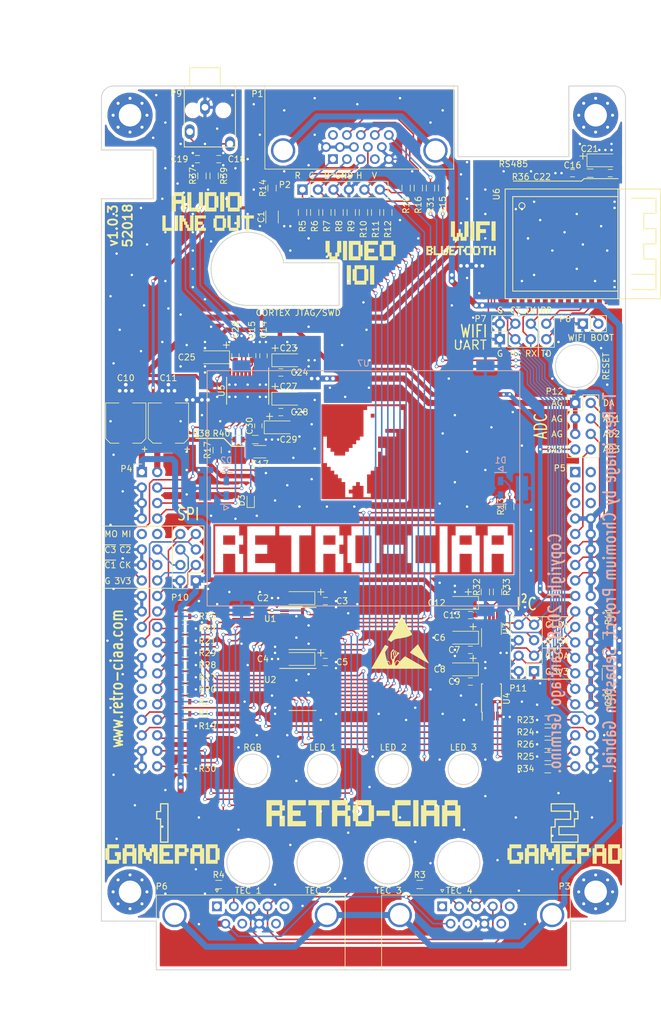
<source format=kicad_pcb>
(kicad_pcb (version 4) (host pcbnew 4.0.5+dfsg1-4)
  (title_block (title RETRO-CIAA) (date 2018-05-25) (rev 1.0.3) (company "Salmon Robotics") (comment 1 "Copyright 2018 Santiago Germino (see LICENSE)") (comment 2 "v1.0.3: U6 fixed (again). Pad mask clearance manually adjusted. Ask FAB to leave as it is!") (comment 3 "DRC check OK on 2018-05-17") (comment 4 "Standard design grid: 1 mm"))
  (layers (0 F.Cu signal) (31 B.Cu signal) (34 B.Paste user) (35 F.Paste user) (36 B.SilkS user) (37 F.SilkS user) (38 B.Mask user) (39 F.Mask user) (44 Edge.Cuts user))
  (net 0 "")
  (net 1 GND)
  (net 2 +5V)
  (net 3 +3V3)
  (net 4 "Net-(C14-Pad2)")
  (net 5 "Net-(C14-Pad1)")
  (net 6 "Net-(C15-Pad2)")
  (net 7 GNDA)
  (net 8 /WM_EN)
  (net 9 /AUDIO_XSMT)
  (net 10 "Net-(C18-Pad2)")
  (net 11 "Net-(C19-Pad2)")
  (net 12 Earth)
  (net 13 +3.3VA)
  (net 14 /AUDIO_LDOO)
  (net 15 /LED_Y_OUT)
  (net 16 "Net-(D1-Pad2)")
  (net 17 /LED_Z_OUT)
  (net 18 "Net-(D2-Pad2)")
  (net 19 /RED)
  (net 20 /GREEN)
  (net 21 /BLUE)
  (net 22 "Net-(P1-Pad9)")
  (net 23 "Net-(P1-Pad12)")
  (net 24 "Net-(P1-Pad13)")
  (net 25 "Net-(P1-Pad14)")
  (net 26 "Net-(P1-Pad15)")
  (net 27 /JOY2_DATA)
  (net 28 /JOY_LATCH_OUT)
  (net 29 /JOY_CLK_OUT)
  (net 30 /JOY1_DATA)
  (net 31 /LED_Z)
  (net 32 /LED_Y)
  (net 33 "Net-(R5-Pad2)")
  (net 34 "Net-(R6-Pad2)")
  (net 35 "Net-(R7-Pad2)")
  (net 36 "Net-(R8-Pad2)")
  (net 37 "Net-(R9-Pad2)")
  (net 38 "Net-(R10-Pad2)")
  (net 39 "Net-(R11-Pad2)")
  (net 40 "Net-(R12-Pad2)")
  (net 41 /EDDC_SDA)
  (net 42 /HSYNC_OUT)
  (net 43 /VSYNC_OUT)
  (net 44 /JOY_CLK)
  (net 45 /JOY_LATCH)
  (net 46 /VSYNC)
  (net 47 /HSYNC)
  (net 48 /B0)
  (net 49 /B1)
  (net 50 /G0)
  (net 51 /G1)
  (net 52 /G2)
  (net 53 /R0)
  (net 54 /R1)
  (net 55 /R2)
  (net 56 /EDDC_SCL)
  (net 57 /~RGB_OE)
  (net 58 /~SYNC_JOY_OE)
  (net 59 /AUDIO_OUTR)
  (net 60 /AUDIO_OUTL)
  (net 61 /JOY2_DATA_IN)
  (net 62 /JOY1_DATA_IN)
  (net 63 /SCL)
  (net 64 /SDA)
  (net 65 /EDDC_EN)
  (net 66 /I2S1_TX_SCK)
  (net 67 /I2S1_TX_SDA)
  (net 68 /I2S1_TX_WS)
  (net 69 /WM_AT_RTS)
  (net 70 /WM_BOOT_OPT)
  (net 71 /WM_AT_RXD)
  (net 72 /WM_AT_TXD)
  (net 73 /WM_DEBUG_RX)
  (net 74 /WM_DEBUG_TX)
  (net 75 /WM_AT_CTS)
  (net 76 /~AUDIO_MUTE)
  (net 77 /~SPI_CS1)
  (net 78 /~SPI_CS2)
  (net 79 /~SPI_CS3)
  (net 80 /SPI_MISO)
  (net 81 /SPI_SCK)
  (net 82 /SPI_MOSI)
  (net 83 /ADC03)
  (net 84 /ADC02)
  (net 85 /ADC01)
  (net 86 /DAC)
  (module Salmon:RETROCIAA_LOGO_FRONT (layer F.Cu) (at 98 146)
    (fp_text reference G6 hide)
    (fp_text value RETROCIAA_LOGO_FRONT hide)
    (fp_poly (pts (xy 24.623059 4.118919) (xy -24.623058 4.118919) (xy -24.623058 -3.775675) (xy -24.324235 -3.775675) (xy -24.324235 3.775676) (xy -23.009411 3.775676) (xy -23.009411 0.755136) (xy -21.037176 0.755136) (xy -21.037176 3.775676) (xy -19.722353 3.775676) (xy -19.722353 0.755136) (xy -20.379764 0.755136) (xy -20.379764 -0.755135) (xy -19.722353 -0.755135) (xy -19.722353 -2.265405) (xy -20.379764 -2.265405) (xy -20.379764 -3.775675) (xy -19.064941 -3.775675) (xy -19.064941 3.775676) (xy -14.463058 3.775676) (xy -14.463058 2.265406) (xy -17.750117 2.265406) (xy -17.750117 0.755136) (xy -15.777882 0.755136) (xy -15.777882 -0.755135) (xy -17.750117 -0.755135) (xy -17.750117 -2.265405) (xy -14.463058 -2.265405) (xy -14.463058 -3.775675) (xy -13.805647 -3.775675) (xy -13.805647 -2.265405) (xy -11.833411 -2.265405) (xy -11.833411 3.775676) (xy -10.518588 3.775676) (xy -10.518588 -2.265405) (xy -8.546353 -2.265405) (xy -8.546353 -3.775675) (xy -7.888941 -3.775675) (xy -7.888941 3.775676) (xy -6.574117 3.775676) (xy -6.574117 0.755136) (xy -4.601882 0.755136) (xy -4.601882 3.775676) (xy -3.287058 3.775676) (xy -3.287058 0.755136) (xy -3.94447 0.755136) (xy -3.94447 -0.755135) (xy -3.287058 -0.755135) (xy -3.287058 -2.265405) (xy -2.629647 -2.265405) (xy -2.629647 2.265406) (xy -1.972235 2.265406) (xy -1.972235 3.775676) (xy 1.972236 3.775676) (xy 1.972236 2.265406) (xy 2.629647 2.265406) (xy 2.629647 -0.755135) (xy 3.287059 -0.755135) (xy 3.287059 0.755136) (xy 6.574118 0.755136) (xy 6.574118 -0.755135) (xy 3.287059 -0.755135) (xy 2.629647 -0.755135) (xy 2.629647 -2.265405) (xy 7.23153 -2.265405) (xy 7.23153 2.265406) (xy 7.888942 2.265406) (xy 7.888942 3.775676) (xy 11.833412 3.775676) (xy 11.833412 2.265406) (xy 8.546353 2.265406) (xy 8.546353 -2.265405) (xy 11.833412 -2.265405) (xy 11.833412 -3.775675) (xy 12.490824 -3.775675) (xy 12.490824 3.775676) (xy 13.805647 3.775676) (xy 13.805647 -2.265405) (xy 14.463059 -2.265405) (xy 14.463059 3.775676) (xy 15.777883 3.775676) (xy 15.777883 0.755136) (xy 17.750118 0.755136) (xy 17.750118 3.775676) (xy 19.064942 3.775676) (xy 19.064942 -2.265405) (xy 19.722353 -2.265405) (xy 19.722353 3.775676) (xy 21.037177 3.775676) (xy 21.037177 0.755136) (xy 23.009412 0.755136) (xy 23.009412 3.775676) (xy 24.324236 3.775676) (xy 24.324236 -2.265405) (xy 23.666824 -2.265405) (xy 23.666824 -3.775675) (xy 20.379765 -3.775675) (xy 20.379765 -2.265405) (xy 19.722353 -2.265405) (xy 19.064942 -2.265405) (xy 18.40753 -2.265405) (xy 18.40753 -3.775675) (xy 15.120471 -3.775675) (xy 15.120471 -2.265405) (xy 14.463059 -2.265405) (xy 13.805647 -2.265405) (xy 13.805647 -3.775675) (xy 12.490824 -3.775675) (xy 11.833412 -3.775675) (xy 7.888942 -3.775675) (xy 7.888942 -2.265405) (xy 7.23153 -2.265405) (xy 2.629647 -2.265405) (xy 1.972236 -2.265405) (xy 1.972236 -3.775675) (xy -1.972235 -3.775675) (xy -1.972235 -2.265405) (xy -2.629647 -2.265405) (xy -3.287058 -2.265405) (xy -3.94447 -2.265405) (xy -3.94447 -3.775675) (xy -7.888941 -3.775675) (xy -8.546353 -3.775675) (xy -13.805647 -3.775675) (xy -14.463058 -3.775675) (xy -19.064941 -3.775675) (xy -20.379764 -3.775675) (xy -24.324235 -3.775675) (xy -24.623058 -3.775675) (xy -24.623058 -4.118918) (xy 24.623059 -4.118918) (xy 24.623059 4.118919)) (layer F.Cu) (width 0.01))
    (fp_poly (pts (xy -21.037176 -0.755135) (xy -23.009411 -0.755135) (xy -23.009411 -2.265405) (xy -21.037176 -2.265405) (xy -21.037176 -0.755135)) (layer F.Cu) (width 0.01))
    (fp_poly (pts (xy -4.601882 -0.755135) (xy -6.574117 -0.755135) (xy -6.574117 -2.265405) (xy -4.601882 -2.265405) (xy -4.601882 -0.755135)) (layer F.Cu) (width 0.01))
    (fp_poly (pts (xy 1.314824 2.265406) (xy -1.314823 2.265406) (xy -1.314823 -2.265405) (xy 1.314824 -2.265405) (xy 1.314824 2.265406)) (layer F.Cu) (width 0.01))
    (fp_poly (pts (xy 17.750118 -0.755135) (xy 15.777883 -0.755135) (xy 15.777883 -2.265405) (xy 17.750118 -2.265405) (xy 17.750118 -0.755135)) (layer F.Cu) (width 0.01))
    (fp_poly (pts (xy 23.009412 -0.755135) (xy 21.037177 -0.755135) (xy 21.037177 -2.265405) (xy 23.009412 -2.265405) (xy 23.009412 -0.755135)) (layer F.Cu) (width 0.01))
  )
  (module Salmon:ESD_Sign_12 (layer F.Cu) (at 104.25 161.5)
    (fp_text reference LABEL1 hide)
    (fp_text value ESD_LOGO_15 hide)
  )
  (module Capacitors_SMD:C_0603 (layer F.Cu) (at 84.45 117 180)
    (fp_text reference C24 (at -3.05 0 180) (layer F.SilkS))
    (fp_text value 100nF)
    (pad 2 smd rect (at 0.75 0 180) (size 0.8 0.75) (layers F.Cu F.Paste F.Mask) (net 13 +3.3VA))
    (pad 1 smd rect (at -0.75 0 180) (size 0.8 0.75) (layers F.Cu F.Paste F.Mask) (net 7 GNDA))
  )
  (module Capacitors_SMD:C_1206 (layer F.Cu) (at 83 91.5 90)
    (fp_text reference C1 (at 0 -1.8 90) (layer F.SilkS))
    (fp_text value 10uF)
    (pad 1 smd rect (at -1.5 0 90) (size 1 1.6) (layers F.Cu F.Paste F.Mask) (net 1 GND))
    (pad 2 smd rect (at 1.5 0 90) (size 1 1.6) (layers F.Cu F.Paste F.Mask) (net 2 +5V))
  )
  (module Capacitors_SMD:C_0603 (layer F.Cu) (at 91.75 154.5 180)
    (fp_text reference C3 (at -2.75 0 360) (layer F.SilkS))
    (fp_text value 100nF)
    (pad 2 smd rect (at 0.75 0 180) (size 0.8 0.75) (layers F.Cu F.Paste F.Mask) (net 3 +3V3))
    (pad 1 smd rect (at -0.75 0 180) (size 0.8 0.75) (layers F.Cu F.Paste F.Mask) (net 1 GND))
  )
  (module Capacitors_SMD:C_0603 (layer F.Cu) (at 91.75 164.5 180)
    (fp_text reference C5 (at -2.75 0 360) (layer F.SilkS))
    (fp_text value 100nF)
    (pad 2 smd rect (at 0.75 0 180) (size 0.8 0.75) (layers F.Cu F.Paste F.Mask) (net 3 +3V3))
    (pad 1 smd rect (at -0.75 0 180) (size 0.8 0.75) (layers F.Cu F.Paste F.Mask) (net 1 GND))
  )
  (module Capacitors_SMD:C_0603 (layer F.Cu) (at 115.55 162.5)
    (fp_text reference C7 (at -2.65 0) (layer F.SilkS))
    (fp_text value 100nF)
    (pad 2 smd rect (at 0.75 0) (size 0.8 0.75) (layers F.Cu F.Paste F.Mask) (net 3 +3V3))
    (pad 1 smd rect (at -0.75 0) (size 0.8 0.75) (layers F.Cu F.Paste F.Mask) (net 1 GND))
  )
  (module Capacitors_SMD:C_0603 (layer F.Cu) (at 115.55 167.7)
    (fp_text reference C9 (at -2.65 0) (layer F.SilkS))
    (fp_text value 100nF)
    (pad 2 smd rect (at 0.75 0) (size 0.8 0.75) (layers F.Cu F.Paste F.Mask) (net 3 +3V3))
    (pad 1 smd rect (at -0.75 0) (size 0.8 0.75) (layers F.Cu F.Paste F.Mask) (net 1 GND))
  )
  (module Capacitors_SMD:C_0603 (layer F.Cu) (at 115.55 156.8)
    (fp_text reference C13 (at -3.05 0) (layer F.SilkS))
    (fp_text value 100nF)
    (pad 2 smd rect (at 0.75 0) (size 0.8 0.75) (layers F.Cu F.Paste F.Mask) (net 2 +5V))
    (pad 1 smd rect (at -0.75 0) (size 0.8 0.75) (layers F.Cu F.Paste F.Mask) (net 1 GND))
  )
  (module Capacitors_SMD:C_0603 (layer F.Cu) (at 81.6 114.25 270)
    (fp_text reference C14 (at -4.25 0 270) (layer F.SilkS))
    (fp_text value 2.2uF)
    (pad 2 smd rect (at 0.75 0 270) (size 0.8 0.75) (layers F.Cu F.Paste F.Mask) (net 4 "Net-(C14-Pad2)"))
    (pad 1 smd rect (at -0.75 0 270) (size 0.8 0.75) (layers F.Cu F.Paste F.Mask) (net 5 "Net-(C14-Pad1)"))
  )
  (module Capacitors_SMD:C_0603 (layer F.Cu) (at 79.75 114.25 270)
    (fp_text reference C15 (at -4.25 0.05 270) (layer F.SilkS))
    (fp_text value 2.2uF)
    (pad 2 smd rect (at 0.75 0 270) (size 0.8 0.75) (layers F.Cu F.Paste F.Mask) (net 6 "Net-(C15-Pad2)"))
    (pad 1 smd rect (at -0.75 0 270) (size 0.8 0.75) (layers F.Cu F.Paste F.Mask) (net 7 GNDA))
  )
  (module Capacitors_SMD:C_0603 (layer F.Cu) (at 132.3 84.3)
    (fp_text reference C16 (at 0 -1.3) (layer F.SilkS))
    (fp_text value 100nF)
    (pad 2 smd rect (at 0.75 0) (size 0.8 0.75) (layers F.Cu F.Paste F.Mask) (net 8 /WM_EN))
    (pad 1 smd rect (at -0.75 0) (size 0.8 0.75) (layers F.Cu F.Paste F.Mask) (net 1 GND))
  )
  (module Capacitors_SMD:C_1206 (layer F.Cu) (at 81 130 180)
    (fp_text reference C17 (at 0 -2 180) (layer F.SilkS))
    (fp_text value 10uF)
    (pad 1 smd rect (at -1.5 0 180) (size 1 1.6) (layers F.Cu F.Paste F.Mask) (net 1 GND))
    (pad 2 smd rect (at 1.5 0 180) (size 1 1.6) (layers F.Cu F.Paste F.Mask) (net 9 /AUDIO_XSMT))
  )
  (module Capacitors_SMD:C_0603 (layer F.Cu) (at 74.25 82 180)
    (fp_text reference C18 (at -2.95 0 180) (layer F.SilkS))
    (fp_text value 2.2nF)
    (pad 2 smd rect (at 0.75 0 180) (size 0.8 0.75) (layers F.Cu F.Paste F.Mask) (net 10 "Net-(C18-Pad2)"))
    (pad 1 smd rect (at -0.75 0 180) (size 0.8 0.75) (layers F.Cu F.Paste F.Mask) (net 7 GNDA))
  )
  (module Capacitors_SMD:C_0603 (layer F.Cu) (at 70.75 82)
    (fp_text reference C19 (at -2.95 0) (layer F.SilkS))
    (fp_text value 2.2nF)
    (pad 2 smd rect (at 0.75 0) (size 0.8 0.75) (layers F.Cu F.Paste F.Mask) (net 11 "Net-(C19-Pad2)"))
    (pad 1 smd rect (at -0.75 0) (size 0.8 0.75) (layers F.Cu F.Paste F.Mask) (net 7 GNDA))
  )
  (module Capacitors_SMD:C_1206 (layer F.Cu) (at 138.2 166.5 90)
    (fp_text reference C20 (at -3.9 0 90) (layer F.SilkS))
    (fp_text value 1nF)
    (pad 1 smd rect (at -1.5 0 90) (size 1 1.6) (layers F.Cu F.Paste F.Mask) (net 1 GND))
    (pad 2 smd rect (at 1.5 0 90) (size 1 1.6) (layers F.Cu F.Paste F.Mask) (net 12 Earth))
  )
  (module Capacitors_SMD:C_0603 (layer F.Cu) (at 138.5 84.3 180)
    (fp_text reference C22 (at 11.2 -0.6 180) (layer F.SilkS))
    (fp_text value 100nF)
    (pad 2 smd rect (at 0.75 0 180) (size 0.8 0.75) (layers F.Cu F.Paste F.Mask) (net 3 +3V3))
    (pad 1 smd rect (at -0.75 0 180) (size 0.8 0.75) (layers F.Cu F.Paste F.Mask) (net 1 GND))
  )
  (module Capacitors_SMD:C_0603 (layer F.Cu) (at 77 114.25 270)
    (fp_text reference C26 (at -4.25 0 270) (layer F.SilkS))
    (fp_text value 100nF)
    (pad 2 smd rect (at 0.75 0 270) (size 0.8 0.75) (layers F.Cu F.Paste F.Mask) (net 13 +3.3VA))
    (pad 1 smd rect (at -0.75 0 270) (size 0.8 0.75) (layers F.Cu F.Paste F.Mask) (net 7 GNDA))
  )
  (module Capacitors_SMD:C_0603 (layer F.Cu) (at 84.45 123.5 180)
    (fp_text reference C28 (at -3.05 0 360) (layer F.SilkS))
    (fp_text value 100nF)
    (pad 2 smd rect (at 0.75 0 180) (size 0.8 0.75) (layers F.Cu F.Paste F.Mask) (net 3 +3V3))
    (pad 1 smd rect (at -0.75 0 180) (size 0.8 0.75) (layers F.Cu F.Paste F.Mask) (net 1 GND))
  )
  (module Capacitors_SMD:C_0603 (layer F.Cu) (at 80.75 125.75 90)
    (fp_text reference C30 (at 0 -1.45 90) (layer F.SilkS))
    (fp_text value 100nF)
    (pad 2 smd rect (at 0.75 0 90) (size 0.8 0.75) (layers F.Cu F.Paste F.Mask) (net 14 /AUDIO_LDOO))
    (pad 1 smd rect (at -0.75 0 90) (size 0.8 0.75) (layers F.Cu F.Paste F.Mask) (net 1 GND))
  )
  (module Salmon:LED_LW_Y1SG (layer B.Cu) (at 120.5 136 90)
    (fp_text reference D1 (at 4.6 0 180) (layer B.SilkS) (effects (justify mirror)))
    (fp_text value "WHITE BACKLIGHT Y")
    (fp_text user K (at -3.2 0 90) (layer B.SilkS) (effects (justify mirror)))
    (pad 1 smd rect (at -1.2 0 90) (size 1.4 0.9) (layers B.Cu B.Paste B.Mask) (net 15 /LED_Y_OUT))
    (pad 2 smd rect (at 1.2 0 90) (size 1.4 0.9) (layers B.Cu B.Paste B.Mask) (net 16 "Net-(D1-Pad2)"))
  )
  (module Salmon:LED_LW_Y1SG (layer B.Cu) (at 75.5 136 270)
    (fp_text reference D2 (at -4.6 0 360) (layer B.SilkS) (effects (justify mirror)))
    (fp_text value "WHITE BACKLIGHT Z")
    (fp_text user K (at -3.2 0 270) (layer B.SilkS) (effects (justify mirror)))
    (pad 1 smd rect (at -1.2 0 270) (size 1.4 0.9) (layers B.Cu B.Paste B.Mask) (net 17 /LED_Z_OUT))
    (pad 2 smd rect (at 1.2 0 270) (size 1.4 0.9) (layers B.Cu B.Paste B.Mask) (net 18 "Net-(D2-Pad2)"))
  )
  (module Mounting_Holes:MountingHole_3.7mm_Pad_Via (layer F.Cu) (at 59.7 74.8)
    (fp_text reference H1 hide)
    (fp_text value "PCB Hole")
    (pad 1 thru_hole circle (at 0 0) (size 7.4 7.4) (drill 3.7) (layers *.Cu *.Mask))
    (pad 1 thru_hole circle (at 2.775 0) (size 0.8 0.8) (drill 0.5) (layers *.Cu *.Mask))
    (pad 1 thru_hole circle (at 1.962221 1.962221) (size 0.8 0.8) (drill 0.5) (layers *.Cu *.Mask))
    (pad 1 thru_hole circle (at 0 2.775) (size 0.8 0.8) (drill 0.5) (layers *.Cu *.Mask))
    (pad 1 thru_hole circle (at -1.962221 1.962221) (size 0.8 0.8) (drill 0.5) (layers *.Cu *.Mask))
    (pad 1 thru_hole circle (at -2.775 0) (size 0.8 0.8) (drill 0.5) (layers *.Cu *.Mask))
    (pad 1 thru_hole circle (at -1.962221 -1.962221) (size 0.8 0.8) (drill 0.5) (layers *.Cu *.Mask))
    (pad 1 thru_hole circle (at 0 -2.775) (size 0.8 0.8) (drill 0.5) (layers *.Cu *.Mask))
    (pad 1 thru_hole circle (at 1.962221 -1.962221) (size 0.8 0.8) (drill 0.5) (layers *.Cu *.Mask))
  )
  (module Mounting_Holes:MountingHole_3.7mm_Pad_Via (layer F.Cu) (at 136.1 74.8)
    (fp_text reference H2 hide)
    (fp_text value "PCB Hole")
    (pad 1 thru_hole circle (at 0 0) (size 7.4 7.4) (drill 3.7) (layers *.Cu *.Mask))
    (pad 1 thru_hole circle (at 2.775 0) (size 0.8 0.8) (drill 0.5) (layers *.Cu *.Mask))
    (pad 1 thru_hole circle (at 1.962221 1.962221) (size 0.8 0.8) (drill 0.5) (layers *.Cu *.Mask))
    (pad 1 thru_hole circle (at 0 2.775) (size 0.8 0.8) (drill 0.5) (layers *.Cu *.Mask))
    (pad 1 thru_hole circle (at -1.962221 1.962221) (size 0.8 0.8) (drill 0.5) (layers *.Cu *.Mask))
    (pad 1 thru_hole circle (at -2.775 0) (size 0.8 0.8) (drill 0.5) (layers *.Cu *.Mask))
    (pad 1 thru_hole circle (at -1.962221 -1.962221) (size 0.8 0.8) (drill 0.5) (layers *.Cu *.Mask))
    (pad 1 thru_hole circle (at 0 -2.775) (size 0.8 0.8) (drill 0.5) (layers *.Cu *.Mask))
    (pad 1 thru_hole circle (at 1.962221 -1.962221) (size 0.8 0.8) (drill 0.5) (layers *.Cu *.Mask))
  )
  (module Mounting_Holes:MountingHole_3.7mm_Pad_Via (layer F.Cu) (at 59.7 202.2)
    (fp_text reference H3 hide)
    (fp_text value "PCB Hole")
    (pad 1 thru_hole circle (at 0 0) (size 7.4 7.4) (drill 3.7) (layers *.Cu *.Mask))
    (pad 1 thru_hole circle (at 2.775 0) (size 0.8 0.8) (drill 0.5) (layers *.Cu *.Mask))
    (pad 1 thru_hole circle (at 1.962221 1.962221) (size 0.8 0.8) (drill 0.5) (layers *.Cu *.Mask))
    (pad 1 thru_hole circle (at 0 2.775) (size 0.8 0.8) (drill 0.5) (layers *.Cu *.Mask))
    (pad 1 thru_hole circle (at -1.962221 1.962221) (size 0.8 0.8) (drill 0.5) (layers *.Cu *.Mask))
    (pad 1 thru_hole circle (at -2.775 0) (size 0.8 0.8) (drill 0.5) (layers *.Cu *.Mask))
    (pad 1 thru_hole circle (at -1.962221 -1.962221) (size 0.8 0.8) (drill 0.5) (layers *.Cu *.Mask))
    (pad 1 thru_hole circle (at 0 -2.775) (size 0.8 0.8) (drill 0.5) (layers *.Cu *.Mask))
    (pad 1 thru_hole circle (at 1.962221 -1.962221) (size 0.8 0.8) (drill 0.5) (layers *.Cu *.Mask))
  )
  (module Mounting_Holes:MountingHole_3.7mm_Pad_Via (layer F.Cu) (at 136.1 202.2)
    (fp_text reference H4 hide)
    (fp_text value "PCB Hole")
    (pad 1 thru_hole circle (at 0 0) (size 7.4 7.4) (drill 3.7) (layers *.Cu *.Mask))
    (pad 1 thru_hole circle (at 2.775 0) (size 0.8 0.8) (drill 0.5) (layers *.Cu *.Mask))
    (pad 1 thru_hole circle (at 1.962221 1.962221) (size 0.8 0.8) (drill 0.5) (layers *.Cu *.Mask))
    (pad 1 thru_hole circle (at 0 2.775) (size 0.8 0.8) (drill 0.5) (layers *.Cu *.Mask))
    (pad 1 thru_hole circle (at -1.962221 1.962221) (size 0.8 0.8) (drill 0.5) (layers *.Cu *.Mask))
    (pad 1 thru_hole circle (at -2.775 0) (size 0.8 0.8) (drill 0.5) (layers *.Cu *.Mask))
    (pad 1 thru_hole circle (at -1.962221 -1.962221) (size 0.8 0.8) (drill 0.5) (layers *.Cu *.Mask))
    (pad 1 thru_hole circle (at 0 -2.775) (size 0.8 0.8) (drill 0.5) (layers *.Cu *.Mask))
    (pad 1 thru_hole circle (at 1.962221 -1.962221) (size 0.8 0.8) (drill 0.5) (layers *.Cu *.Mask))
  )
  (module Connectors_DSub:DSUB-15-HD_Female_Horizontal_Pitch2.29x1.98mm_EdgePinOffset8.35mm_Housed_MountingHolesOffset10.89mm (layer F.Cu) (at 93 82 180)
    (fp_text reference P1 (at 12.4 10.7 180) (layer F.SilkS))
    (fp_text value "VIDEO OUT")
    (pad 1 thru_hole rect (at 0 0 180) (size 1.6 1.6) (drill 1) (layers *.Cu *.Mask) (net 19 /RED))
    (pad 2 thru_hole circle (at -2.29 0 180) (size 1.6 1.6) (drill 1) (layers *.Cu *.Mask) (net 20 /GREEN))
    (pad 3 thru_hole circle (at -4.58 0 180) (size 1.6 1.6) (drill 1) (layers *.Cu *.Mask) (net 21 /BLUE))
    (pad 4 thru_hole circle (at -6.87 0 180) (size 1.6 1.6) (drill 1) (layers *.Cu *.Mask))
    (pad 5 thru_hole circle (at -9.16 0 180) (size 1.6 1.6) (drill 1) (layers *.Cu *.Mask) (net 1 GND))
    (pad 6 thru_hole circle (at 1.145 1.98 180) (size 1.6 1.6) (drill 1) (layers *.Cu *.Mask) (net 1 GND))
    (pad 7 thru_hole circle (at -1.145 1.98 180) (size 1.6 1.6) (drill 1) (layers *.Cu *.Mask) (net 1 GND))
    (pad 8 thru_hole circle (at -3.435 1.98 180) (size 1.6 1.6) (drill 1) (layers *.Cu *.Mask) (net 1 GND))
    (pad 9 thru_hole circle (at -5.725 1.98 180) (size 1.6 1.6) (drill 1) (layers *.Cu *.Mask) (net 22 "Net-(P1-Pad9)"))
    (pad 10 thru_hole circle (at -8.015 1.98 180) (size 1.6 1.6) (drill 1) (layers *.Cu *.Mask) (net 1 GND))
    (pad 11 thru_hole circle (at 0 3.96 180) (size 1.6 1.6) (drill 1) (layers *.Cu *.Mask))
    (pad 12 thru_hole circle (at -2.29 3.96 180) (size 1.6 1.6) (drill 1) (layers *.Cu *.Mask) (net 23 "Net-(P1-Pad12)"))
    (pad 13 thru_hole circle (at -4.58 3.96 180) (size 1.6 1.6) (drill 1) (layers *.Cu *.Mask) (net 24 "Net-(P1-Pad13)"))
    (pad 14 thru_hole circle (at -6.87 3.96 180) (size 1.6 1.6) (drill 1) (layers *.Cu *.Mask) (net 25 "Net-(P1-Pad14)"))
    (pad 15 thru_hole circle (at -9.16 3.96 180) (size 1.6 1.6) (drill 1) (layers *.Cu *.Mask) (net 26 "Net-(P1-Pad15)"))
    (pad 0 thru_hole circle (at -16.815 1.42 180) (size 4 4) (drill 3.2) (layers *.Cu *.Mask) (net 12 Earth))
    (pad 0 thru_hole circle (at 8.185 1.42 180) (size 4 4) (drill 3.2) (layers *.Cu *.Mask) (net 12 Earth))
  )
  (module Connectors_DSub:DSUB-9_Male_Horizontal_Pitch2.77x2.84mm_EdgePinOffset7.70mm_Housed_MountingHolesOffset9.12mm (layer F.Cu) (at 110.92 204.58)
    (fp_text reference P3 (at 20.08 -3.28) (layer F.SilkS))
    (fp_text value "GAMEPAD 2")
    (pad 1 thru_hole rect (at 0 0) (size 1.6 1.6) (drill 1) (layers *.Cu *.Mask))
    (pad 2 thru_hole circle (at 2.77 0) (size 1.6 1.6) (drill 1) (layers *.Cu *.Mask) (net 27 /JOY2_DATA))
    (pad 3 thru_hole circle (at 5.54 0) (size 1.6 1.6) (drill 1) (layers *.Cu *.Mask) (net 28 /JOY_LATCH_OUT))
    (pad 4 thru_hole circle (at 8.31 0) (size 1.6 1.6) (drill 1) (layers *.Cu *.Mask) (net 29 /JOY_CLK_OUT))
    (pad 5 thru_hole circle (at 11.08 0) (size 1.6 1.6) (drill 1) (layers *.Cu *.Mask))
    (pad 6 thru_hole circle (at 1.385 2.84) (size 1.6 1.6) (drill 1) (layers *.Cu *.Mask) (net 3 +3V3))
    (pad 7 thru_hole circle (at 4.155 2.84) (size 1.6 1.6) (drill 1) (layers *.Cu *.Mask))
    (pad 8 thru_hole circle (at 6.925 2.84) (size 1.6 1.6) (drill 1) (layers *.Cu *.Mask) (net 1 GND))
    (pad 9 thru_hole circle (at 9.695 2.84) (size 1.6 1.6) (drill 1) (layers *.Cu *.Mask))
    (pad 0 thru_hole circle (at -6.96 1.42) (size 4 4) (drill 3.2) (layers *.Cu *.Mask) (net 12 Earth))
    (pad 0 thru_hole circle (at 18.04 1.42) (size 4 4) (drill 3.2) (layers *.Cu *.Mask) (net 12 Earth))
  )
  (module Connectors_DSub:DSUB-9_Male_Horizontal_Pitch2.77x2.84mm_EdgePinOffset7.70mm_Housed_MountingHolesOffset9.12mm (layer F.Cu) (at 73.96 204.58)
    (fp_text reference P6 (at -9.06 -3.28) (layer F.SilkS))
    (fp_text value "GAMEPAD 1")
    (pad 1 thru_hole rect (at 0 0) (size 1.6 1.6) (drill 1) (layers *.Cu *.Mask))
    (pad 2 thru_hole circle (at 2.77 0) (size 1.6 1.6) (drill 1) (layers *.Cu *.Mask) (net 30 /JOY1_DATA))
    (pad 3 thru_hole circle (at 5.54 0) (size 1.6 1.6) (drill 1) (layers *.Cu *.Mask) (net 28 /JOY_LATCH_OUT))
    (pad 4 thru_hole circle (at 8.31 0) (size 1.6 1.6) (drill 1) (layers *.Cu *.Mask) (net 29 /JOY_CLK_OUT))
    (pad 5 thru_hole circle (at 11.08 0) (size 1.6 1.6) (drill 1) (layers *.Cu *.Mask))
    (pad 6 thru_hole circle (at 1.385 2.84) (size 1.6 1.6) (drill 1) (layers *.Cu *.Mask) (net 3 +3V3))
    (pad 7 thru_hole circle (at 4.155 2.84) (size 1.6 1.6) (drill 1) (layers *.Cu *.Mask))
    (pad 8 thru_hole circle (at 6.925 2.84) (size 1.6 1.6) (drill 1) (layers *.Cu *.Mask) (net 1 GND))
    (pad 9 thru_hole circle (at 9.695 2.84) (size 1.6 1.6) (drill 1) (layers *.Cu *.Mask))
    (pad 0 thru_hole circle (at -6.96 1.42) (size 4 4) (drill 3.2) (layers *.Cu *.Mask) (net 12 Earth))
    (pad 0 thru_hole circle (at 18.04 1.42) (size 4 4) (drill 3.2) (layers *.Cu *.Mask) (net 12 Earth))
  )
  (module Salmon:CUI_SJ-2509N (layer F.Cu) (at 72 70 180)
    (fp_text reference P9 (at 4.75 -1.25 180) (layer F.SilkS))
    (fp_text value "AUDIO LINE OUT")
    (pad 3 thru_hole oval (at -4.1 -9.5 180) (size 1.6 2.4) (drill 1.1) (layers *.Cu *.Mask) (net 10 "Net-(C18-Pad2)"))
    (pad 2 thru_hole oval (at 2.5 -7.5 180) (size 1.6 2.4) (drill 1.1) (layers *.Cu *.Mask) (net 11 "Net-(C19-Pad2)"))
    (pad 1 thru_hole oval (at 0 -3.5 180) (size 1.6 2.4) (drill 1.1) (layers *.Cu *.Mask) (net 7 GNDA))
    (pad "" np_thru_hole circle (at 2 -4 180) (size 1.6 1.6) (drill 1.6) (layers *.Cu *.Mask))
    (pad "" np_thru_hole circle (at -3 -4 180) (size 1.6 1.6) (drill 1.6) (layers *.Cu *.Mask))
  )
  (module Resistors_SMD:R_0603 (layer F.Cu) (at 68.75 173 180)
    (fp_text reference R1 (at -3.15 0 180) (layer F.SilkS))
    (fp_text value 47K)
    (pad 1 smd rect (at -0.75 0 180) (size 0.5 0.9) (layers F.Cu F.Paste F.Mask) (net 3 +3V3))
    (pad 2 smd rect (at 0.75 0 180) (size 0.5 0.9) (layers F.Cu F.Paste F.Mask) (net 31 /LED_Z))
  )
  (module Resistors_SMD:R_0603 (layer F.Cu) (at 68.75 171 180)
    (fp_text reference R2 (at -3.15 0 180) (layer F.SilkS))
    (fp_text value 47K)
    (pad 1 smd rect (at -0.75 0 180) (size 0.5 0.9) (layers F.Cu F.Paste F.Mask) (net 3 +3V3))
    (pad 2 smd rect (at 0.75 0 180) (size 0.5 0.9) (layers F.Cu F.Paste F.Mask) (net 32 /LED_Y))
  )
  (module Resistors_SMD:R_0603 (layer F.Cu) (at 107.25 201)
    (fp_text reference R3 (at 0 -1.6) (layer F.SilkS))
    (fp_text value 47K)
    (pad 1 smd rect (at -0.75 0) (size 0.5 0.9) (layers F.Cu F.Paste F.Mask) (net 3 +3V3))
    (pad 2 smd rect (at 0.75 0) (size 0.5 0.9) (layers F.Cu F.Paste F.Mask) (net 27 /JOY2_DATA))
  )
  (module Resistors_SMD:R_0603 (layer F.Cu) (at 74.25 201)
    (fp_text reference R4 (at 0 -1.6) (layer F.SilkS))
    (fp_text value 47K)
    (pad 1 smd rect (at -0.75 0) (size 0.5 0.9) (layers F.Cu F.Paste F.Mask) (net 3 +3V3))
    (pad 2 smd rect (at 0.75 0) (size 0.5 0.9) (layers F.Cu F.Paste F.Mask) (net 30 /JOY1_DATA))
  )
  (module Resistors_SMD:R_0603 (layer F.Cu) (at 88 90.75 270)
    (fp_text reference R5 (at 2.25 0 270) (layer F.SilkS))
    (fp_text value 499)
    (pad 1 smd rect (at -0.75 0 270) (size 0.5 0.9) (layers F.Cu F.Paste F.Mask) (net 19 /RED))
    (pad 2 smd rect (at 0.75 0 270) (size 0.5 0.9) (layers F.Cu F.Paste F.Mask) (net 33 "Net-(R5-Pad2)"))
  )
  (module Resistors_SMD:R_0603 (layer F.Cu) (at 90 90.75 270)
    (fp_text reference R6 (at 2.25 0 270) (layer F.SilkS))
    (fp_text value 1K)
    (pad 1 smd rect (at -0.75 0 270) (size 0.5 0.9) (layers F.Cu F.Paste F.Mask) (net 19 /RED))
    (pad 2 smd rect (at 0.75 0 270) (size 0.5 0.9) (layers F.Cu F.Paste F.Mask) (net 34 "Net-(R6-Pad2)"))
  )
  (module Resistors_SMD:R_0603 (layer F.Cu) (at 92 90.75 270)
    (fp_text reference R7 (at 2.25 0 270) (layer F.SilkS))
    (fp_text value 2K)
    (pad 1 smd rect (at -0.75 0 270) (size 0.5 0.9) (layers F.Cu F.Paste F.Mask) (net 19 /RED))
    (pad 2 smd rect (at 0.75 0 270) (size 0.5 0.9) (layers F.Cu F.Paste F.Mask) (net 35 "Net-(R7-Pad2)"))
  )
  (module Resistors_SMD:R_0603 (layer F.Cu) (at 94 90.75 270)
    (fp_text reference R8 (at 2.25 0 270) (layer F.SilkS))
    (fp_text value 499)
    (pad 1 smd rect (at -0.75 0 270) (size 0.5 0.9) (layers F.Cu F.Paste F.Mask) (net 20 /GREEN))
    (pad 2 smd rect (at 0.75 0 270) (size 0.5 0.9) (layers F.Cu F.Paste F.Mask) (net 36 "Net-(R8-Pad2)"))
  )
  (module Resistors_SMD:R_0603 (layer F.Cu) (at 96 90.75 270)
    (fp_text reference R9 (at 2.25 0 270) (layer F.SilkS))
    (fp_text value 1K)
    (pad 1 smd rect (at -0.75 0 270) (size 0.5 0.9) (layers F.Cu F.Paste F.Mask) (net 20 /GREEN))
    (pad 2 smd rect (at 0.75 0 270) (size 0.5 0.9) (layers F.Cu F.Paste F.Mask) (net 37 "Net-(R9-Pad2)"))
  )
  (module Resistors_SMD:R_0603 (layer F.Cu) (at 98 90.75 270)
    (fp_text reference R10 (at 2.75 0 270) (layer F.SilkS))
    (fp_text value 2K)
    (pad 1 smd rect (at -0.75 0 270) (size 0.5 0.9) (layers F.Cu F.Paste F.Mask) (net 20 /GREEN))
    (pad 2 smd rect (at 0.75 0 270) (size 0.5 0.9) (layers F.Cu F.Paste F.Mask) (net 38 "Net-(R10-Pad2)"))
  )
  (module Resistors_SMD:R_0603 (layer F.Cu) (at 100 90.75 270)
    (fp_text reference R11 (at 2.75 0 270) (layer F.SilkS))
    (fp_text value 499)
    (pad 1 smd rect (at -0.75 0 270) (size 0.5 0.9) (layers F.Cu F.Paste F.Mask) (net 21 /BLUE))
    (pad 2 smd rect (at 0.75 0 270) (size 0.5 0.9) (layers F.Cu F.Paste F.Mask) (net 39 "Net-(R11-Pad2)"))
  )
  (module Resistors_SMD:R_0603 (layer F.Cu) (at 102 90.75 270)
    (fp_text reference R12 (at 2.75 0 270) (layer F.SilkS))
    (fp_text value 1K)
    (pad 1 smd rect (at -0.75 0 270) (size 0.5 0.9) (layers F.Cu F.Paste F.Mask) (net 21 /BLUE))
    (pad 2 smd rect (at 0.75 0 270) (size 0.5 0.9) (layers F.Cu F.Paste F.Mask) (net 40 "Net-(R12-Pad2)"))
  )
  (module Resistors_SMD:R_0603 (layer F.Cu) (at 122 139 90)
    (fp_text reference R13 (at 0 -1.45 90) (layer F.SilkS))
    (fp_text value 100)
    (pad 1 smd rect (at -0.75 0 90) (size 0.5 0.9) (layers F.Cu F.Paste F.Mask) (net 2 +5V))
    (pad 2 smd rect (at 0.75 0 90) (size 0.5 0.9) (layers F.Cu F.Paste F.Mask) (net 16 "Net-(D1-Pad2)"))
  )
  (module Resistors_SMD:R_0603 (layer F.Cu) (at 83 86.75 270)
    (fp_text reference R14 (at 0 1.5 270) (layer F.SilkS))
    (fp_text value 0)
    (pad 1 smd rect (at -0.75 0 270) (size 0.5 0.9) (layers F.Cu F.Paste F.Mask) (net 22 "Net-(P1-Pad9)"))
    (pad 2 smd rect (at 0.75 0 270) (size 0.5 0.9) (layers F.Cu F.Paste F.Mask) (net 2 +5V))
  )
  (module Resistors_SMD:R_0603 (layer F.Cu) (at 111 86.75 270)
    (fp_text reference R15 (at 2.75 0 270) (layer F.SilkS))
    (fp_text value 100)
    (pad 1 smd rect (at -0.75 0 270) (size 0.5 0.9) (layers F.Cu F.Paste F.Mask) (net 23 "Net-(P1-Pad12)"))
    (pad 2 smd rect (at 0.75 0 270) (size 0.5 0.9) (layers F.Cu F.Paste F.Mask) (net 41 /EDDC_SDA))
  )
  (module Resistors_SMD:R_0603 (layer F.Cu) (at 107 86.75 270)
    (fp_text reference R16 (at 2.75 0 270) (layer F.SilkS))
    (fp_text value 100)
    (pad 1 smd rect (at -0.75 0 270) (size 0.5 0.9) (layers F.Cu F.Paste F.Mask) (net 24 "Net-(P1-Pad13)"))
    (pad 2 smd rect (at 0.75 0 270) (size 0.5 0.9) (layers F.Cu F.Paste F.Mask) (net 42 /HSYNC_OUT))
  )
  (module Resistors_SMD:R_0603 (layer F.Cu) (at 74 129.75 270)
    (fp_text reference R17 (at 0 1.6 450) (layer F.SilkS))
    (fp_text value 100)
    (pad 1 smd rect (at -0.75 0 270) (size 0.5 0.9) (layers F.Cu F.Paste F.Mask) (net 2 +5V))
    (pad 2 smd rect (at 0.75 0 270) (size 0.5 0.9) (layers F.Cu F.Paste F.Mask) (net 18 "Net-(D2-Pad2)"))
  )
  (module Resistors_SMD:R_0603 (layer F.Cu) (at 105 86.75 270)
    (fp_text reference R18 (at 2.75 0 270) (layer F.SilkS))
    (fp_text value 100)
    (pad 1 smd rect (at -0.75 0 270) (size 0.5 0.9) (layers F.Cu F.Paste F.Mask) (net 25 "Net-(P1-Pad14)"))
    (pad 2 smd rect (at 0.75 0 270) (size 0.5 0.9) (layers F.Cu F.Paste F.Mask) (net 43 /VSYNC_OUT))
  )
  (module Resistors_SMD:R_0603 (layer F.Cu) (at 68.75 175)
    (fp_text reference R19 (at 3.65 0) (layer F.SilkS))
    (fp_text value 47K)
    (pad 1 smd rect (at -0.75 0) (size 0.5 0.9) (layers F.Cu F.Paste F.Mask) (net 44 /JOY_CLK))
    (pad 2 smd rect (at 0.75 0) (size 0.5 0.9) (layers F.Cu F.Paste F.Mask) (net 1 GND))
  )
  (module Resistors_SMD:R_0603 (layer F.Cu) (at 68.75 169)
    (fp_text reference R20 (at 3.65 0) (layer F.SilkS))
    (fp_text value 47K)
    (pad 1 smd rect (at -0.75 0) (size 0.5 0.9) (layers F.Cu F.Paste F.Mask) (net 45 /JOY_LATCH))
    (pad 2 smd rect (at 0.75 0) (size 0.5 0.9) (layers F.Cu F.Paste F.Mask) (net 1 GND))
  )
  (module Resistors_SMD:R_0603 (layer F.Cu) (at 68.75 161)
    (fp_text reference R21 (at 3.65 0) (layer F.SilkS))
    (fp_text value 47K)
    (pad 1 smd rect (at -0.75 0) (size 0.5 0.9) (layers F.Cu F.Paste F.Mask) (net 47 /HSYNC))
    (pad 2 smd rect (at 0.75 0) (size 0.5 0.9) (layers F.Cu F.Paste F.Mask) (net 1 GND))
  )
  (module Resistors_SMD:R_0603 (layer F.Cu) (at 68.75 159)
    (fp_text reference R22 (at 3.65 0) (layer F.SilkS))
    (fp_text value 47K)
    (pad 1 smd rect (at -0.75 0) (size 0.5 0.9) (layers F.Cu F.Paste F.Mask) (net 46 /VSYNC))
    (pad 2 smd rect (at 0.75 0) (size 0.5 0.9) (layers F.Cu F.Paste F.Mask) (net 1 GND))
  )
  (module Resistors_SMD:R_0603 (layer F.Cu) (at 128.25 174 180)
    (fp_text reference R23 (at 3.65 0 180) (layer F.SilkS))
    (fp_text value 47K)
    (pad 1 smd rect (at -0.75 0 180) (size 0.5 0.9) (layers F.Cu F.Paste F.Mask) (net 48 /B0))
    (pad 2 smd rect (at 0.75 0 180) (size 0.5 0.9) (layers F.Cu F.Paste F.Mask) (net 1 GND))
  )
  (module Resistors_SMD:R_0603 (layer F.Cu) (at 128.25 176 180)
    (fp_text reference R24 (at 3.65 0 180) (layer F.SilkS))
    (fp_text value 47K)
    (pad 1 smd rect (at -0.75 0 180) (size 0.5 0.9) (layers F.Cu F.Paste F.Mask) (net 49 /B1))
    (pad 2 smd rect (at 0.75 0 180) (size 0.5 0.9) (layers F.Cu F.Paste F.Mask) (net 1 GND))
  )
  (module Resistors_SMD:R_0603 (layer F.Cu) (at 128.25 180 180)
    (fp_text reference R25 (at 3.65 0 180) (layer F.SilkS))
    (fp_text value 47K)
    (pad 1 smd rect (at -0.75 0 180) (size 0.5 0.9) (layers F.Cu F.Paste F.Mask) (net 50 /G0))
    (pad 2 smd rect (at 0.75 0 180) (size 0.5 0.9) (layers F.Cu F.Paste F.Mask) (net 1 GND))
  )
  (module Resistors_SMD:R_0603 (layer F.Cu) (at 128.25 178 180)
    (fp_text reference R26 (at 3.65 0 180) (layer F.SilkS))
    (fp_text value 47K)
    (pad 1 smd rect (at -0.75 0 180) (size 0.5 0.9) (layers F.Cu F.Paste F.Mask) (net 51 /G1))
    (pad 2 smd rect (at 0.75 0 180) (size 0.5 0.9) (layers F.Cu F.Paste F.Mask) (net 1 GND))
  )
  (module Resistors_SMD:R_0603 (layer F.Cu) (at 68.75 167)
    (fp_text reference R27 (at 3.65 0) (layer F.SilkS))
    (fp_text value 47K)
    (pad 1 smd rect (at -0.75 0) (size 0.5 0.9) (layers F.Cu F.Paste F.Mask) (net 52 /G2))
    (pad 2 smd rect (at 0.75 0) (size 0.5 0.9) (layers F.Cu F.Paste F.Mask) (net 1 GND))
  )
  (module Resistors_SMD:R_0603 (layer F.Cu) (at 68.75 165)
    (fp_text reference R28 (at 3.65 0) (layer F.SilkS))
    (fp_text value 47K)
    (pad 1 smd rect (at -0.75 0) (size 0.5 0.9) (layers F.Cu F.Paste F.Mask) (net 53 /R0))
    (pad 2 smd rect (at 0.75 0) (size 0.5 0.9) (layers F.Cu F.Paste F.Mask) (net 1 GND))
  )
  (module Resistors_SMD:R_0603 (layer F.Cu) (at 68.75 163)
    (fp_text reference R29 (at 3.65 0) (layer F.SilkS))
    (fp_text value 47K)
    (pad 1 smd rect (at -0.75 0) (size 0.5 0.9) (layers F.Cu F.Paste F.Mask) (net 54 /R1))
    (pad 2 smd rect (at 0.75 0) (size 0.5 0.9) (layers F.Cu F.Paste F.Mask) (net 1 GND))
  )
  (module Resistors_SMD:R_0603 (layer F.Cu) (at 68.75 182)
    (fp_text reference R30 (at 3.65 0) (layer F.SilkS))
    (fp_text value 47K)
    (pad 1 smd rect (at -0.75 0) (size 0.5 0.9) (layers F.Cu F.Paste F.Mask) (net 55 /R2))
    (pad 2 smd rect (at 0.75 0) (size 0.5 0.9) (layers F.Cu F.Paste F.Mask) (net 1 GND))
  )
  (module Resistors_SMD:R_0603 (layer F.Cu) (at 109 86.75 270)
    (fp_text reference R31 (at 2.75 0 270) (layer F.SilkS))
    (fp_text value 100)
    (pad 1 smd rect (at -0.75 0 270) (size 0.5 0.9) (layers F.Cu F.Paste F.Mask) (net 26 "Net-(P1-Pad15)"))
    (pad 2 smd rect (at 0.75 0 270) (size 0.5 0.9) (layers F.Cu F.Paste F.Mask) (net 56 /EDDC_SCL))
  )
  (module Resistors_SMD:R_0603 (layer F.Cu) (at 118 153 270)
    (fp_text reference R32 (at -0.8 1.4 450) (layer F.SilkS))
    (fp_text value 2K)
    (pad 1 smd rect (at -0.75 0 270) (size 0.5 0.9) (layers F.Cu F.Paste F.Mask) (net 2 +5V))
    (pad 2 smd rect (at 0.75 0 270) (size 0.5 0.9) (layers F.Cu F.Paste F.Mask) (net 56 /EDDC_SCL))
  )
  (module Resistors_SMD:R_0603 (layer F.Cu) (at 120 153 270)
    (fp_text reference R33 (at -0.8 -1.5 450) (layer F.SilkS))
    (fp_text value 2K)
    (pad 1 smd rect (at -0.75 0 270) (size 0.5 0.9) (layers F.Cu F.Paste F.Mask) (net 2 +5V))
    (pad 2 smd rect (at 0.75 0 270) (size 0.5 0.9) (layers F.Cu F.Paste F.Mask) (net 41 /EDDC_SDA))
  )
  (module Resistors_SMD:R_0603 (layer F.Cu) (at 128.25 182)
    (fp_text reference R34 (at -3.65 0) (layer F.SilkS))
    (fp_text value 47K)
    (pad 1 smd rect (at -0.75 0) (size 0.5 0.9) (layers F.Cu F.Paste F.Mask) (net 3 +3V3))
    (pad 2 smd rect (at 0.75 0) (size 0.5 0.9) (layers F.Cu F.Paste F.Mask) (net 57 /~RGB_OE))
  )
  (module Resistors_SMD:R_0603 (layer F.Cu) (at 68.75 157 180)
    (fp_text reference R35 (at -3.65 0 180) (layer F.SilkS))
    (fp_text value 47K)
    (pad 1 smd rect (at -0.75 0 180) (size 0.5 0.9) (layers F.Cu F.Paste F.Mask) (net 3 +3V3))
    (pad 2 smd rect (at 0.75 0 180) (size 0.5 0.9) (layers F.Cu F.Paste F.Mask) (net 58 /~SYNC_JOY_OE))
  )
  (module Resistors_SMD:R_0603 (layer F.Cu) (at 135.2 84.3 180)
    (fp_text reference R36 (at 11.4 -0.6 180) (layer F.SilkS))
    (fp_text value 10K)
    (pad 1 smd rect (at -0.75 0 180) (size 0.5 0.9) (layers F.Cu F.Paste F.Mask) (net 3 +3V3))
    (pad 2 smd rect (at 0.75 0 180) (size 0.5 0.9) (layers F.Cu F.Paste F.Mask) (net 8 /WM_EN))
  )
  (module Resistors_SMD:R_0603 (layer F.Cu) (at 71.5 84.75 270)
    (fp_text reference R37 (at 0 1.5 270) (layer F.SilkS))
    (fp_text value 470)
    (pad 1 smd rect (at -0.75 0 270) (size 0.5 0.9) (layers F.Cu F.Paste F.Mask) (net 11 "Net-(C19-Pad2)"))
    (pad 2 smd rect (at 0.75 0 270) (size 0.5 0.9) (layers F.Cu F.Paste F.Mask) (net 59 /AUDIO_OUTR))
  )
  (module Resistors_SMD:R_0603 (layer F.Cu) (at 77.5 128 180)
    (fp_text reference R38 (at 6.1 1 180) (layer F.SilkS))
    (fp_text value 5K9)
    (pad 1 smd rect (at -0.75 0 180) (size 0.5 0.9) (layers F.Cu F.Paste F.Mask) (net 9 /AUDIO_XSMT))
    (pad 2 smd rect (at 0.75 0 180) (size 0.5 0.9) (layers F.Cu F.Paste F.Mask) (net 2 +5V))
  )
  (module Resistors_SMD:R_0603 (layer F.Cu) (at 73.5 84.75 270)
    (fp_text reference R39 (at 0 -1.6 270) (layer F.SilkS))
    (fp_text value 470)
    (pad 1 smd rect (at -0.75 0 270) (size 0.5 0.9) (layers F.Cu F.Paste F.Mask) (net 10 "Net-(C18-Pad2)"))
    (pad 2 smd rect (at 0.75 0 270) (size 0.5 0.9) (layers F.Cu F.Paste F.Mask) (net 60 /AUDIO_OUTL))
  )
  (module Resistors_SMD:R_0603 (layer F.Cu) (at 80.25 128)
    (fp_text reference R40 (at -5.55 -1) (layer F.SilkS))
    (fp_text value 10K)
    (pad 1 smd rect (at -0.75 0) (size 0.5 0.9) (layers F.Cu F.Paste F.Mask) (net 9 /AUDIO_XSMT))
    (pad 2 smd rect (at 0.75 0) (size 0.5 0.9) (layers F.Cu F.Paste F.Mask) (net 1 GND))
  )
  (module Resistors_SMD:R_0805 (layer F.Cu) (at 138.2 160.15 90)
    (fp_text reference R41 (at 3.15 0 90) (layer F.SilkS))
    (fp_text value 1M)
    (pad 1 smd rect (at -0.95 0 90) (size 0.7 1.3) (layers F.Cu F.Paste F.Mask) (net 12 Earth))
    (pad 2 smd rect (at 0.95 0 90) (size 0.7 1.3) (layers F.Cu F.Paste F.Mask) (net 1 GND))
  )
  (module Housings_SSOP:TSSOP-20_4.4x6.5mm_Pitch0.65mm (layer F.Cu) (at 88 159)
    (fp_text reference U1 (at -5.3 -1.6) (layer F.SilkS))
    (fp_text value "VGA SYNC/JOY BUFFER")
    (pad 1 smd rect (at -2.95 -2.925) (size 1.45 0.45) (layers F.Cu F.Paste F.Mask) (net 3 +3V3))
    (pad 2 smd rect (at -2.95 -2.275) (size 1.45 0.45) (layers F.Cu F.Paste F.Mask) (net 46 /VSYNC))
    (pad 3 smd rect (at -2.95 -1.625) (size 1.45 0.45) (layers F.Cu F.Paste F.Mask) (net 47 /HSYNC))
    (pad 4 smd rect (at -2.95 -0.975) (size 1.45 0.45) (layers F.Cu F.Paste F.Mask) (net 45 /JOY_LATCH))
    (pad 5 smd rect (at -2.95 -0.325) (size 1.45 0.45) (layers F.Cu F.Paste F.Mask) (net 44 /JOY_CLK))
    (pad 6 smd rect (at -2.95 0.325) (size 1.45 0.45) (layers F.Cu F.Paste F.Mask) (net 30 /JOY1_DATA))
    (pad 7 smd rect (at -2.95 0.975) (size 1.45 0.45) (layers F.Cu F.Paste F.Mask) (net 27 /JOY2_DATA))
    (pad 8 smd rect (at -2.95 1.625) (size 1.45 0.45) (layers F.Cu F.Paste F.Mask) (net 32 /LED_Y))
    (pad 9 smd rect (at -2.95 2.275) (size 1.45 0.45) (layers F.Cu F.Paste F.Mask) (net 31 /LED_Z))
    (pad 10 smd rect (at -2.95 2.925) (size 1.45 0.45) (layers F.Cu F.Paste F.Mask) (net 1 GND))
    (pad 11 smd rect (at 2.95 2.925) (size 1.45 0.45) (layers F.Cu F.Paste F.Mask) (net 17 /LED_Z_OUT))
    (pad 12 smd rect (at 2.95 2.275) (size 1.45 0.45) (layers F.Cu F.Paste F.Mask) (net 15 /LED_Y_OUT))
    (pad 13 smd rect (at 2.95 1.625) (size 1.45 0.45) (layers F.Cu F.Paste F.Mask) (net 61 /JOY2_DATA_IN))
    (pad 14 smd rect (at 2.95 0.975) (size 1.45 0.45) (layers F.Cu F.Paste F.Mask) (net 62 /JOY1_DATA_IN))
    (pad 15 smd rect (at 2.95 0.325) (size 1.45 0.45) (layers F.Cu F.Paste F.Mask) (net 29 /JOY_CLK_OUT))
    (pad 16 smd rect (at 2.95 -0.325) (size 1.45 0.45) (layers F.Cu F.Paste F.Mask) (net 28 /JOY_LATCH_OUT))
    (pad 17 smd rect (at 2.95 -0.975) (size 1.45 0.45) (layers F.Cu F.Paste F.Mask) (net 42 /HSYNC_OUT))
    (pad 18 smd rect (at 2.95 -1.625) (size 1.45 0.45) (layers F.Cu F.Paste F.Mask) (net 43 /VSYNC_OUT))
    (pad 19 smd rect (at 2.95 -2.275) (size 1.45 0.45) (layers F.Cu F.Paste F.Mask) (net 58 /~SYNC_JOY_OE))
    (pad 20 smd rect (at 2.95 -2.925) (size 1.45 0.45) (layers F.Cu F.Paste F.Mask) (net 3 +3V3))
  )
  (module Housings_SSOP:TSSOP-20_4.4x6.5mm_Pitch0.65mm (layer F.Cu) (at 88 169)
    (fp_text reference U2 (at -5.3 -1.6) (layer F.SilkS))
    (fp_text value "VGA RGB BUFFER")
    (pad 1 smd rect (at -2.95 -2.925) (size 1.45 0.45) (layers F.Cu F.Paste F.Mask) (net 3 +3V3))
    (pad 2 smd rect (at -2.95 -2.275) (size 1.45 0.45) (layers F.Cu F.Paste F.Mask) (net 55 /R2))
    (pad 3 smd rect (at -2.95 -1.625) (size 1.45 0.45) (layers F.Cu F.Paste F.Mask) (net 54 /R1))
    (pad 4 smd rect (at -2.95 -0.975) (size 1.45 0.45) (layers F.Cu F.Paste F.Mask) (net 53 /R0))
    (pad 5 smd rect (at -2.95 -0.325) (size 1.45 0.45) (layers F.Cu F.Paste F.Mask) (net 52 /G2))
    (pad 6 smd rect (at -2.95 0.325) (size 1.45 0.45) (layers F.Cu F.Paste F.Mask) (net 51 /G1))
    (pad 7 smd rect (at -2.95 0.975) (size 1.45 0.45) (layers F.Cu F.Paste F.Mask) (net 50 /G0))
    (pad 8 smd rect (at -2.95 1.625) (size 1.45 0.45) (layers F.Cu F.Paste F.Mask) (net 49 /B1))
    (pad 9 smd rect (at -2.95 2.275) (size 1.45 0.45) (layers F.Cu F.Paste F.Mask) (net 48 /B0))
    (pad 10 smd rect (at -2.95 2.925) (size 1.45 0.45) (layers F.Cu F.Paste F.Mask) (net 1 GND))
    (pad 11 smd rect (at 2.95 2.925) (size 1.45 0.45) (layers F.Cu F.Paste F.Mask) (net 40 "Net-(R12-Pad2)"))
    (pad 12 smd rect (at 2.95 2.275) (size 1.45 0.45) (layers F.Cu F.Paste F.Mask) (net 39 "Net-(R11-Pad2)"))
    (pad 13 smd rect (at 2.95 1.625) (size 1.45 0.45) (layers F.Cu F.Paste F.Mask) (net 38 "Net-(R10-Pad2)"))
    (pad 14 smd rect (at 2.95 0.975) (size 1.45 0.45) (layers F.Cu F.Paste F.Mask) (net 37 "Net-(R9-Pad2)"))
    (pad 15 smd rect (at 2.95 0.325) (size 1.45 0.45) (layers F.Cu F.Paste F.Mask) (net 36 "Net-(R8-Pad2)"))
    (pad 16 smd rect (at 2.95 -0.325) (size 1.45 0.45) (layers F.Cu F.Paste F.Mask) (net 35 "Net-(R7-Pad2)"))
    (pad 17 smd rect (at 2.95 -0.975) (size 1.45 0.45) (layers F.Cu F.Paste F.Mask) (net 34 "Net-(R6-Pad2)"))
    (pad 18 smd rect (at 2.95 -1.625) (size 1.45 0.45) (layers F.Cu F.Paste F.Mask) (net 33 "Net-(R5-Pad2)"))
    (pad 19 smd rect (at 2.95 -2.275) (size 1.45 0.45) (layers F.Cu F.Paste F.Mask) (net 57 /~RGB_OE))
    (pad 20 smd rect (at 2.95 -2.925) (size 1.45 0.45) (layers F.Cu F.Paste F.Mask) (net 3 +3V3))
  )
  (module Housings_SSOP:TSSOP-8_4.4x3mm_Pitch0.65mm (layer F.Cu) (at 119 170.4 90)
    (fp_text reference U4 (at -0.1 2.5 270) (layer F.SilkS))
    (fp_text value "1Mbit EEPROM")
    (pad 1 smd rect (at -2.95 -0.975 90) (size 1.45 0.45) (layers F.Cu F.Paste F.Mask))
    (pad 2 smd rect (at -2.95 -0.325 90) (size 1.45 0.45) (layers F.Cu F.Paste F.Mask) (net 3 +3V3))
    (pad 3 smd rect (at -2.95 0.325 90) (size 1.45 0.45) (layers F.Cu F.Paste F.Mask) (net 3 +3V3))
    (pad 4 smd rect (at -2.95 0.975 90) (size 1.45 0.45) (layers F.Cu F.Paste F.Mask) (net 1 GND))
    (pad 5 smd rect (at 2.95 0.975 90) (size 1.45 0.45) (layers F.Cu F.Paste F.Mask) (net 64 /SDA))
    (pad 6 smd rect (at 2.95 0.325 90) (size 1.45 0.45) (layers F.Cu F.Paste F.Mask) (net 63 /SCL))
    (pad 7 smd rect (at 2.95 -0.325 90) (size 1.45 0.45) (layers F.Cu F.Paste F.Mask) (net 1 GND))
    (pad 8 smd rect (at 2.95 -0.975 90) (size 1.45 0.45) (layers F.Cu F.Paste F.Mask) (net 3 +3V3))
  )
  (module Housings_SSOP:TSSOP-20_4.4x6.5mm_Pitch0.65mm (layer F.Cu) (at 79 120 270)
    (fp_text reference U5 (at 0 4.3 450) (layer F.SilkS))
    (fp_text value "I²S AUDIO DAC")
    (pad 1 smd rect (at -2.95 -2.925 270) (size 1.45 0.45) (layers F.Cu F.Paste F.Mask) (net 13 +3.3VA))
    (pad 2 smd rect (at -2.95 -2.275 270) (size 1.45 0.45) (layers F.Cu F.Paste F.Mask) (net 4 "Net-(C14-Pad2)"))
    (pad 3 smd rect (at -2.95 -1.625 270) (size 1.45 0.45) (layers F.Cu F.Paste F.Mask) (net 7 GNDA))
    (pad 4 smd rect (at -2.95 -0.975 270) (size 1.45 0.45) (layers F.Cu F.Paste F.Mask) (net 5 "Net-(C14-Pad1)"))
    (pad 5 smd rect (at -2.95 -0.325 270) (size 1.45 0.45) (layers F.Cu F.Paste F.Mask) (net 6 "Net-(C15-Pad2)"))
    (pad 6 smd rect (at -2.95 0.325 270) (size 1.45 0.45) (layers F.Cu F.Paste F.Mask) (net 60 /AUDIO_OUTL))
    (pad 7 smd rect (at -2.95 0.975 270) (size 1.45 0.45) (layers F.Cu F.Paste F.Mask) (net 59 /AUDIO_OUTR))
    (pad 8 smd rect (at -2.95 1.625 270) (size 1.45 0.45) (layers F.Cu F.Paste F.Mask) (net 13 +3.3VA))
    (pad 9 smd rect (at -2.95 2.275 270) (size 1.45 0.45) (layers F.Cu F.Paste F.Mask) (net 7 GNDA))
    (pad 10 smd rect (at -2.95 2.925 270) (size 1.45 0.45) (layers F.Cu F.Paste F.Mask) (net 1 GND))
    (pad 11 smd rect (at 2.95 2.925 270) (size 1.45 0.45) (layers F.Cu F.Paste F.Mask) (net 1 GND))
    (pad 12 smd rect (at 2.95 2.275 270) (size 1.45 0.45) (layers F.Cu F.Paste F.Mask) (net 1 GND))
    (pad 13 smd rect (at 2.95 1.625 270) (size 1.45 0.45) (layers F.Cu F.Paste F.Mask) (net 66 /I2S1_TX_SCK))
    (pad 14 smd rect (at 2.95 0.975 270) (size 1.45 0.45) (layers F.Cu F.Paste F.Mask) (net 67 /I2S1_TX_SDA))
    (pad 15 smd rect (at 2.95 0.325 270) (size 1.45 0.45) (layers F.Cu F.Paste F.Mask) (net 68 /I2S1_TX_WS))
    (pad 16 smd rect (at 2.95 -0.325 270) (size 1.45 0.45) (layers F.Cu F.Paste F.Mask) (net 1 GND))
    (pad 17 smd rect (at 2.95 -0.975 270) (size 1.45 0.45) (layers F.Cu F.Paste F.Mask) (net 9 /AUDIO_XSMT))
    (pad 18 smd rect (at 2.95 -1.625 270) (size 1.45 0.45) (layers F.Cu F.Paste F.Mask) (net 14 /AUDIO_LDOO))
    (pad 19 smd rect (at 2.95 -2.275 270) (size 1.45 0.45) (layers F.Cu F.Paste F.Mask) (net 1 GND))
    (pad 20 smd rect (at 2.95 -2.925 270) (size 1.45 0.45) (layers F.Cu F.Paste F.Mask) (net 3 +3V3))
  )
  (module Capacitors_Tantalum_SMD:CP_Tantalum_Case-A_EIA-3216-18_Reflow (layer F.Cu) (at 87.375 154 180)
    (fp_text reference C2 (at 5.875 0 360) (layer F.SilkS))
    (fp_text value 1uF)
    (pad 1 smd rect (at -1.375 0 180) (size 1.95 1.5) (layers F.Cu F.Paste F.Mask) (net 3 +3V3))
    (pad 2 smd rect (at 1.375 0 180) (size 1.95 1.5) (layers F.Cu F.Paste F.Mask) (net 1 GND))
  )
  (module Capacitors_Tantalum_SMD:CP_Tantalum_Case-A_EIA-3216-18_Reflow (layer F.Cu) (at 87.375 164 180)
    (fp_text reference C4 (at 5.875 0 360) (layer F.SilkS))
    (fp_text value 1uF)
    (pad 1 smd rect (at -1.375 0 180) (size 1.95 1.5) (layers F.Cu F.Paste F.Mask) (net 3 +3V3))
    (pad 2 smd rect (at 1.375 0 180) (size 1.95 1.5) (layers F.Cu F.Paste F.Mask) (net 1 GND))
  )
  (module Capacitors_Tantalum_SMD:CP_Tantalum_Case-A_EIA-3216-18_Reflow (layer F.Cu) (at 114.225 160.5 180)
    (fp_text reference C6 (at 3.725 0 360) (layer F.SilkS))
    (fp_text value 1uF)
    (pad 1 smd rect (at -1.375 0 180) (size 1.95 1.5) (layers F.Cu F.Paste F.Mask) (net 3 +3V3))
    (pad 2 smd rect (at 1.375 0 180) (size 1.95 1.5) (layers F.Cu F.Paste F.Mask) (net 1 GND))
  )
  (module Capacitors_Tantalum_SMD:CP_Tantalum_Case-A_EIA-3216-18_Reflow (layer F.Cu) (at 114.2 165.7 180)
    (fp_text reference C8 (at 3.7 0 360) (layer F.SilkS))
    (fp_text value 1uF)
    (pad 1 smd rect (at -1.375 0 180) (size 1.95 1.5) (layers F.Cu F.Paste F.Mask) (net 3 +3V3))
    (pad 2 smd rect (at 1.375 0 180) (size 1.95 1.5) (layers F.Cu F.Paste F.Mask) (net 1 GND))
  )
  (module Capacitors_SMD:CP_Elec_6.3x5.8 (layer F.Cu) (at 59 125.3 90)
    (fp_text reference C10 (at 7.4 0 180) (layer F.SilkS))
    (fp_text value 100uF)
    (fp_text user + (at -4.28 3.01 90) (layer F.SilkS))
    (pad 1 smd rect (at -2.7 0 270) (size 3.5 1.6) (layers F.Cu F.Paste F.Mask) (net 3 +3V3))
    (pad 2 smd rect (at 2.7 0 270) (size 3.5 1.6) (layers F.Cu F.Paste F.Mask) (net 1 GND))
  )
  (module Capacitors_SMD:CP_Elec_6.3x5.8 (layer F.Cu) (at 66 125.3 90)
    (fp_text reference C11 (at 7.4 0 180) (layer F.SilkS))
    (fp_text value 100uF)
    (fp_text user + (at -4.28 3.01 90) (layer F.SilkS))
    (pad 1 smd rect (at -2.7 0 270) (size 3.5 1.6) (layers F.Cu F.Paste F.Mask) (net 2 +5V))
    (pad 2 smd rect (at 2.7 0 270) (size 3.5 1.6) (layers F.Cu F.Paste F.Mask) (net 1 GND))
  )
  (module Capacitors_Tantalum_SMD:CP_Tantalum_Case-A_EIA-3216-18_Reflow (layer F.Cu) (at 114.225 154.8 180)
    (fp_text reference C12 (at 4.225 0 360) (layer F.SilkS))
    (fp_text value 1uF)
    (pad 1 smd rect (at -1.375 0 180) (size 1.95 1.5) (layers F.Cu F.Paste F.Mask) (net 2 +5V))
    (pad 2 smd rect (at 1.375 0 180) (size 1.95 1.5) (layers F.Cu F.Paste F.Mask) (net 1 GND))
  )
  (module Capacitors_Tantalum_SMD:CP_Tantalum_Case-A_EIA-3216-18_Reflow (layer F.Cu) (at 137.325 82.2)
    (fp_text reference C21 (at -2.225 -1.9 180) (layer F.SilkS))
    (fp_text value 10uF)
    (pad 1 smd rect (at -1.375 0) (size 1.95 1.5) (layers F.Cu F.Paste F.Mask) (net 3 +3V3))
    (pad 2 smd rect (at 1.375 0) (size 1.95 1.5) (layers F.Cu F.Paste F.Mask) (net 1 GND))
  )
  (module Capacitors_Tantalum_SMD:CP_Tantalum_Case-A_EIA-3216-18_Reflow (layer F.Cu) (at 85.625 115)
    (fp_text reference C23 (at 0.075 -2) (layer F.SilkS))
    (fp_text value 10uF)
    (pad 1 smd rect (at -1.375 0) (size 1.95 1.5) (layers F.Cu F.Paste F.Mask) (net 13 +3.3VA))
    (pad 2 smd rect (at 1.375 0) (size 1.95 1.5) (layers F.Cu F.Paste F.Mask) (net 7 GNDA))
  )
  (module Capacitors_Tantalum_SMD:CP_Tantalum_Case-A_EIA-3216-18_Reflow (layer F.Cu) (at 73.375 114.5 180)
    (fp_text reference C25 (at 4.375 0 360) (layer F.SilkS))
    (fp_text value 10uF)
    (pad 1 smd rect (at -1.375 0 180) (size 1.95 1.5) (layers F.Cu F.Paste F.Mask) (net 13 +3.3VA))
    (pad 2 smd rect (at 1.375 0 180) (size 1.95 1.5) (layers F.Cu F.Paste F.Mask) (net 7 GNDA))
  )
  (module Capacitors_Tantalum_SMD:CP_Tantalum_Case-A_EIA-3216-18_Reflow (layer F.Cu) (at 85.625 121.3)
    (fp_text reference C27 (at 0.075 -2) (layer F.SilkS))
    (fp_text value 10uF)
    (pad 1 smd rect (at -1.375 0) (size 1.95 1.5) (layers F.Cu F.Paste F.Mask) (net 3 +3V3))
    (pad 2 smd rect (at 1.375 0) (size 1.95 1.5) (layers F.Cu F.Paste F.Mask) (net 1 GND))
  )
  (module Capacitors_Tantalum_SMD:CP_Tantalum_Case-A_EIA-3216-18_Reflow (layer F.Cu) (at 84.375 126)
    (fp_text reference C29 (at 1.325 2 180) (layer F.SilkS))
    (fp_text value 10uF)
    (pad 1 smd rect (at -1.375 0) (size 1.95 1.5) (layers F.Cu F.Paste F.Mask) (net 14 /AUDIO_LDOO))
    (pad 2 smd rect (at 1.375 0) (size 1.95 1.5) (layers F.Cu F.Paste F.Mask) (net 1 GND))
  )
  (module Pin_Headers:Pin_Header_Straight_1x06_Pitch2.54mm (layer F.Cu) (at 88 87 90)
    (fp_text reference P2 (at 0.8 -2.9 180) (layer F.SilkS))
    (fp_text value "RGBHV TEST POINTS")
    (pad 1 thru_hole rect (at 0 0 90) (size 1.7 1.7) (drill 1) (layers *.Cu *.Mask) (net 19 /RED))
    (pad 2 thru_hole oval (at 0 2.54 90) (size 1.7 1.7) (drill 1) (layers *.Cu *.Mask) (net 20 /GREEN))
    (pad 3 thru_hole oval (at 0 5.08 90) (size 1.7 1.7) (drill 1) (layers *.Cu *.Mask) (net 21 /BLUE))
    (pad 4 thru_hole oval (at 0 7.62 90) (size 1.7 1.7) (drill 1) (layers *.Cu *.Mask) (net 1 GND))
    (pad 5 thru_hole oval (at 0 10.16 90) (size 1.7 1.7) (drill 1) (layers *.Cu *.Mask) (net 42 /HSYNC_OUT))
    (pad 6 thru_hole oval (at 0 12.7 90) (size 1.7 1.7) (drill 1) (layers *.Cu *.Mask) (net 43 /VSYNC_OUT))
  )
  (module Pin_Headers:Pin_Header_Straight_1x02_Pitch2.54mm (layer F.Cu) (at 134 109 90)
    (fp_text reference P8 (at 0.8 -2.9 360) (layer F.SilkS))
    (fp_text value "WIFI MODULE BOOT")
    (pad 1 thru_hole rect (at 0 0 90) (size 1.7 1.7) (drill 1) (layers *.Cu *.Mask) (net 1 GND))
    (pad 2 thru_hole oval (at 0 2.54 90) (size 1.7 1.7) (drill 1) (layers *.Cu *.Mask) (net 70 /WM_BOOT_OPT))
  )
  (module Housings_SSOP:VSSOP-8_3.0x3.0mm_Pitch0.65mm (layer F.Cu) (at 119 159 90)
    (fp_text reference U3 (at 0 2.4 90) (layer F.SilkS))
    (fp_text value "E-DDC I²C BUFFER")
    (pad 1 smd rect (at -2.2 -0.975) (size 0.45 1.45) (layers F.Cu F.Paste F.Mask) (net 3 +3V3))
    (pad 2 smd rect (at -2.2 -0.325) (size 0.45 1.45) (layers F.Cu F.Paste F.Mask) (net 63 /SCL))
    (pad 3 smd rect (at -2.2 0.325) (size 0.45 1.45) (layers F.Cu F.Paste F.Mask) (net 64 /SDA))
    (pad 4 smd rect (at -2.2 0.975) (size 0.45 1.45) (layers F.Cu F.Paste F.Mask) (net 1 GND))
    (pad 5 smd rect (at 2.2 0.975) (size 0.45 1.45) (layers F.Cu F.Paste F.Mask) (net 65 /EDDC_EN))
    (pad 6 smd rect (at 2.2 0.325) (size 0.45 1.45) (layers F.Cu F.Paste F.Mask) (net 41 /EDDC_SDA))
    (pad 7 smd rect (at 2.2 -0.325) (size 0.45 1.45) (layers F.Cu F.Paste F.Mask) (net 56 /EDDC_SCL))
    (pad 8 smd rect (at 2.2 -0.975) (size 0.45 1.45) (layers F.Cu F.Paste F.Mask) (net 2 +5V))
  )
  (module Diodes_SMD:D_SOD-523 (layer F.Cu) (at 79.5 138 90)
    (fp_text reference D3 (at 0 -1.5 90) (layer F.SilkS))
    (fp_text value BAT30)
    (pad 2 smd rect (at 0.7 0 270) (size 0.6 0.7) (layers F.Cu F.Paste F.Mask) (net 9 /AUDIO_XSMT))
    (pad 1 smd rect (at -0.7 0 270) (size 0.6 0.7) (layers F.Cu F.Paste F.Mask) (net 76 /~AUDIO_MUTE))
  )
  (module Pin_Headers:Pin_Header_Straight_2x04_Pitch2.54mm (layer F.Cu) (at 120.38 111.54 90)
    (fp_text reference P7 (at 3.34 -3.18 180) (layer F.SilkS))
    (fp_text value "WIFI MODULE UART")
    (pad 1 thru_hole rect (at 0 0 90) (size 1.7 1.7) (drill 1) (layers *.Cu *.Mask) (net 1 GND))
    (pad 2 thru_hole oval (at 2.54 0 90) (size 1.7 1.7) (drill 1) (layers *.Cu *.Mask) (net 1 GND))
    (pad 3 thru_hole oval (at 0 2.54 90) (size 1.7 1.7) (drill 1) (layers *.Cu *.Mask) (net 69 /WM_AT_RTS))
    (pad 4 thru_hole oval (at 2.54 2.54 90) (size 1.7 1.7) (drill 1) (layers *.Cu *.Mask) (net 75 /WM_AT_CTS))
    (pad 5 thru_hole oval (at 0 5.08 90) (size 1.7 1.7) (drill 1) (layers *.Cu *.Mask) (net 71 /WM_AT_RXD))
    (pad 6 thru_hole oval (at 2.54 5.08 90) (size 1.7 1.7) (drill 1) (layers *.Cu *.Mask) (net 72 /WM_AT_TXD))
    (pad 7 thru_hole oval (at 0 7.62 90) (size 1.7 1.7) (drill 1) (layers *.Cu *.Mask) (net 74 /WM_DEBUG_TX))
    (pad 8 thru_hole oval (at 2.54 7.62 90) (size 1.7 1.7) (drill 1) (layers *.Cu *.Mask) (net 73 /WM_DEBUG_RX))
  )
  (module Pin_Headers:Pin_Header_Straight_2x04_Pitch2.54mm (layer F.Cu) (at 70.5 151.12 180)
    (fp_text reference P10 (at 2.6 -2.78 180) (layer F.SilkS))
    (fp_text value "SPI PORT")
    (pad 1 thru_hole rect (at 0 0 180) (size 1.7 1.7) (drill 1) (layers *.Cu *.Mask) (net 3 +3V3))
    (pad 2 thru_hole oval (at 2.54 0 180) (size 1.7 1.7) (drill 1) (layers *.Cu *.Mask) (net 1 GND))
    (pad 3 thru_hole oval (at 0 2.54 180) (size 1.7 1.7) (drill 1) (layers *.Cu *.Mask) (net 81 /SPI_SCK))
    (pad 4 thru_hole oval (at 2.54 2.54 180) (size 1.7 1.7) (drill 1) (layers *.Cu *.Mask) (net 77 /~SPI_CS1))
    (pad 5 thru_hole oval (at 0 5.08 180) (size 1.7 1.7) (drill 1) (layers *.Cu *.Mask) (net 78 /~SPI_CS2))
    (pad 6 thru_hole oval (at 2.54 5.08 180) (size 1.7 1.7) (drill 1) (layers *.Cu *.Mask) (net 79 /~SPI_CS3))
    (pad 7 thru_hole oval (at 0 7.62 180) (size 1.7 1.7) (drill 1) (layers *.Cu *.Mask) (net 80 /SPI_MISO))
    (pad 8 thru_hole oval (at 2.54 7.62 180) (size 1.7 1.7) (drill 1) (layers *.Cu *.Mask) (net 82 /SPI_MOSI))
  )
  (module Pin_Headers:Pin_Header_Straight_2x04_Pitch2.54mm (layer F.Cu) (at 126 166 180)
    (fp_text reference P11 (at 2.6 -2.8 180) (layer F.SilkS))
    (fp_text value "I²C PORT")
    (pad 1 thru_hole rect (at 0 0 180) (size 1.7 1.7) (drill 1) (layers *.Cu *.Mask) (net 3 +3V3))
    (pad 2 thru_hole oval (at 2.54 0 180) (size 1.7 1.7) (drill 1) (layers *.Cu *.Mask) (net 1 GND))
    (pad 3 thru_hole oval (at 0 2.54 180) (size 1.7 1.7) (drill 1) (layers *.Cu *.Mask) (net 64 /SDA))
    (pad 4 thru_hole oval (at 2.54 2.54 180) (size 1.7 1.7) (drill 1) (layers *.Cu *.Mask) (net 63 /SCL))
    (pad 5 thru_hole oval (at 0 5.08 180) (size 1.7 1.7) (drill 1) (layers *.Cu *.Mask) (net 2 +5V))
    (pad 6 thru_hole oval (at 2.54 5.08 180) (size 1.7 1.7) (drill 1) (layers *.Cu *.Mask) (net 1 GND))
    (pad 7 thru_hole oval (at 0 7.62 180) (size 1.7 1.7) (drill 1) (layers *.Cu *.Mask) (net 41 /EDDC_SDA))
    (pad 8 thru_hole oval (at 2.54 7.62 180) (size 1.7 1.7) (drill 1) (layers *.Cu *.Mask) (net 56 /EDDC_SCL))
  )
  (module Pin_Headers:Pin_Header_Straight_2x04_Pitch2.54mm (layer F.Cu) (at 132.75 122)
    (fp_text reference P12 (at -3.4 -1.9) (layer F.SilkS))
    (fp_text value "ADC PORT")
    (pad 1 thru_hole rect (at 0 0) (size 1.7 1.7) (drill 1) (layers *.Cu *.Mask) (net 7 GNDA))
    (pad 2 thru_hole oval (at 2.54 0) (size 1.7 1.7) (drill 1) (layers *.Cu *.Mask) (net 86 /DAC))
    (pad 3 thru_hole oval (at 0 2.54) (size 1.7 1.7) (drill 1) (layers *.Cu *.Mask) (net 7 GNDA))
    (pad 4 thru_hole oval (at 2.54 2.54) (size 1.7 1.7) (drill 1) (layers *.Cu *.Mask) (net 85 /ADC01))
    (pad 5 thru_hole oval (at 0 5.08) (size 1.7 1.7) (drill 1) (layers *.Cu *.Mask) (net 7 GNDA))
    (pad 6 thru_hole oval (at 2.54 5.08) (size 1.7 1.7) (drill 1) (layers *.Cu *.Mask) (net 84 /ADC02))
    (pad 7 thru_hole oval (at 0 7.62) (size 1.7 1.7) (drill 1) (layers *.Cu *.Mask) (net 13 +3.3VA))
    (pad 8 thru_hole oval (at 2.54 7.62) (size 1.7 1.7) (drill 1) (layers *.Cu *.Mask) (net 83 /ADC03))
  )
  (module Salmon:TE_SHIELD_2118731-2 (layer B.Cu) (at 98 136 180)
    (fp_text reference U7 (at 0 20.5 180) (layer B.SilkS) (effects (justify mirror)))
    (fp_text value "BACKLIGHT COVER")
    (pad 5 smd rect (at 26 0 180) (size 2 4) (layers B.Cu B.Paste B.Mask) (net 1 GND))
    (pad 2 smd rect (at -26 0 180) (size 2 4) (layers B.Cu B.Paste B.Mask) (net 1 GND))
    (pad 1 smd rect (at -20 20 180) (size 3 2) (layers B.Cu B.Paste B.Mask) (net 1 GND))
    (pad 3 smd rect (at -20 -20 180) (size 3 2) (layers B.Cu B.Paste B.Mask) (net 1 GND))
    (pad 6 smd rect (at 20 20 180) (size 3 2) (layers B.Cu B.Paste B.Mask))
    (pad 4 smd rect (at 20 -20 180) (size 3 2) (layers B.Cu B.Paste B.Mask) (net 1 GND))
  )
  (module Salmon:RETROCIAA_LOGO (layer F.Cu) (at 98 189.3)
    (fp_text reference G2 hide)
    (fp_text value RETROCIAA_LOGO hide)
  )
  (module Salmon:RETROCIAA_GAMEPAD (layer F.Cu) (at 65 196)
    (fp_text reference G10 hide)
    (fp_text value RETROCIAA_GAMEPAD hide)
  )
  (module Salmon:RETROCIAA_GAMEPAD (layer F.Cu) (at 131 196)
    (fp_text reference G16 hide)
    (fp_text value RETROCIAA_GAMEPAD hide)
  )
  (module Salmon:RETROCIAA_VIDEO (layer F.Cu) (at 97.5 97)
    (fp_text reference G15 hide)
    (fp_text value RETROCIAA_VIDEO hide)
  )
  (module Salmon:RETROCIAA_AUDIO (layer F.Cu) (at 72.3 89)
    (fp_text reference G12 hide)
    (fp_text value RETROCIAA_AUDIO hide)
  )
  (module Salmon:RETROCIAA_LINEOUT (layer F.Cu) (at 72.5 92.5)
    (fp_text reference G8 hide)
    (fp_text value RETROCIAA_LINEOUT hide)
  )
  (module Salmon:RETROCIAA_VIDEO_CONN (layer F.Cu) (at 97.5 101)
    (fp_text reference G7 hide)
    (fp_text value RETROCIAA_VIDEO_CONN hide)
  )
  (module Salmon:RETROCIAA_WIFI (layer F.Cu) (at 116 93.8)
    (fp_text reference G9 hide)
    (fp_text value RETROCIAA_WIFI hide)
  )
  (module Salmon:RETROCIAA_BLUETOOTH (layer F.Cu) (at 114 97)
    (fp_text reference G11 hide)
    (fp_text value RETROCIAA_BLUETOOTH hide)
  )
  (module Salmon:RETROCIAA_1 (layer F.Cu) (at 65 190.9)
    (fp_text reference G13 hide)
    (fp_text value RETROCIAA_1 hide)
  )
  (module Salmon:RETROCIAA_2 (layer F.Cu) (at 131 190.9)
    (fp_text reference G14 hide)
    (fp_text value RETROCIAA_2 hide)
  )
  (module Salmon:Pin_Header_Back_2x20_Pitch2.54mm (layer F.Cu) (at 61.63 133.34)
    (fp_text reference P4 (at -2.53 -0.54) (layer F.SilkS))
    (fp_text value "P2 PORT")
    (pad 1 thru_hole rect (at 0 0) (size 1.7 1.7) (drill 1) (layers *.Cu *.Mask) (net 3 +3V3))
    (pad 2 thru_hole oval (at 2.54 0) (size 1.7 1.7) (drill 1) (layers *.Cu *.Mask) (net 2 +5V))
    (pad 3 thru_hole oval (at 0 2.54) (size 1.7 1.7) (drill 1) (layers *.Cu *.Mask) (net 1 GND))
    (pad 4 thru_hole oval (at 2.54 2.54) (size 1.7 1.7) (drill 1) (layers *.Cu *.Mask) (net 68 /I2S1_TX_WS))
    (pad 5 thru_hole oval (at 0 5.08) (size 1.7 1.7) (drill 1) (layers *.Cu *.Mask) (net 1 GND))
    (pad 6 thru_hole oval (at 2.54 5.08) (size 1.7 1.7) (drill 1) (layers *.Cu *.Mask) (net 67 /I2S1_TX_SDA))
    (pad 7 thru_hole oval (at 0 7.62) (size 1.7 1.7) (drill 1) (layers *.Cu *.Mask) (net 1 GND))
    (pad 8 thru_hole oval (at 2.54 7.62) (size 1.7 1.7) (drill 1) (layers *.Cu *.Mask) (net 76 /~AUDIO_MUTE))
    (pad 9 thru_hole oval (at 0 10.16) (size 1.7 1.7) (drill 1) (layers *.Cu *.Mask))
    (pad 10 thru_hole oval (at 2.54 10.16) (size 1.7 1.7) (drill 1) (layers *.Cu *.Mask))
    (pad 11 thru_hole oval (at 0 12.7) (size 1.7 1.7) (drill 1) (layers *.Cu *.Mask) (net 1 GND))
    (pad 12 thru_hole oval (at 2.54 12.7) (size 1.7 1.7) (drill 1) (layers *.Cu *.Mask) (net 77 /~SPI_CS1))
    (pad 13 thru_hole oval (at 0 15.24) (size 1.7 1.7) (drill 1) (layers *.Cu *.Mask) (net 1 GND))
    (pad 14 thru_hole oval (at 2.54 15.24) (size 1.7 1.7) (drill 1) (layers *.Cu *.Mask) (net 78 /~SPI_CS2))
    (pad 15 thru_hole oval (at 0 17.78) (size 1.7 1.7) (drill 1) (layers *.Cu *.Mask) (net 66 /I2S1_TX_SCK))
    (pad 16 thru_hole oval (at 2.54 17.78) (size 1.7 1.7) (drill 1) (layers *.Cu *.Mask) (net 79 /~SPI_CS3))
    (pad 17 thru_hole oval (at 0 20.32) (size 1.7 1.7) (drill 1) (layers *.Cu *.Mask) (net 1 GND))
    (pad 18 thru_hole oval (at 2.54 20.32) (size 1.7 1.7) (drill 1) (layers *.Cu *.Mask) (net 80 /SPI_MISO))
    (pad 19 thru_hole oval (at 0 22.86) (size 1.7 1.7) (drill 1) (layers *.Cu *.Mask) (net 1 GND))
    (pad 20 thru_hole oval (at 2.54 22.86) (size 1.7 1.7) (drill 1) (layers *.Cu *.Mask) (net 81 /SPI_SCK))
    (pad 21 thru_hole oval (at 0 25.4) (size 1.7 1.7) (drill 1) (layers *.Cu *.Mask) (net 82 /SPI_MOSI))
    (pad 22 thru_hole oval (at 2.54 25.4) (size 1.7 1.7) (drill 1) (layers *.Cu *.Mask) (net 46 /VSYNC))
    (pad 23 thru_hole oval (at 0 27.94) (size 1.7 1.7) (drill 1) (layers *.Cu *.Mask) (net 58 /~SYNC_JOY_OE))
    (pad 24 thru_hole oval (at 2.54 27.94) (size 1.7 1.7) (drill 1) (layers *.Cu *.Mask) (net 47 /HSYNC))
    (pad 25 thru_hole oval (at 0 30.48) (size 1.7 1.7) (drill 1) (layers *.Cu *.Mask) (net 1 GND))
    (pad 26 thru_hole oval (at 2.54 30.48) (size 1.7 1.7) (drill 1) (layers *.Cu *.Mask) (net 54 /R1))
    (pad 27 thru_hole oval (at 0 33.02) (size 1.7 1.7) (drill 1) (layers *.Cu *.Mask) (net 1 GND))
    (pad 28 thru_hole oval (at 2.54 33.02) (size 1.7 1.7) (drill 1) (layers *.Cu *.Mask) (net 53 /R0))
    (pad 29 thru_hole oval (at 0 35.56) (size 1.7 1.7) (drill 1) (layers *.Cu *.Mask))
    (pad 30 thru_hole oval (at 2.54 35.56) (size 1.7 1.7) (drill 1) (layers *.Cu *.Mask) (net 52 /G2))
    (pad 31 thru_hole oval (at 0 38.1) (size 1.7 1.7) (drill 1) (layers *.Cu *.Mask))
    (pad 32 thru_hole oval (at 2.54 38.1) (size 1.7 1.7) (drill 1) (layers *.Cu *.Mask) (net 45 /JOY_LATCH))
    (pad 33 thru_hole oval (at 0 40.64) (size 1.7 1.7) (drill 1) (layers *.Cu *.Mask) (net 32 /LED_Y))
    (pad 34 thru_hole oval (at 2.54 40.64) (size 1.7 1.7) (drill 1) (layers *.Cu *.Mask) (net 31 /LED_Z))
    (pad 35 thru_hole oval (at 0 43.18) (size 1.7 1.7) (drill 1) (layers *.Cu *.Mask) (net 44 /JOY_CLK))
    (pad 36 thru_hole oval (at 2.54 43.18) (size 1.7 1.7) (drill 1) (layers *.Cu *.Mask) (net 62 /JOY1_DATA_IN))
    (pad 37 thru_hole oval (at 0 45.72) (size 1.7 1.7) (drill 1) (layers *.Cu *.Mask) (net 1 GND))
    (pad 38 thru_hole oval (at 2.54 45.72) (size 1.7 1.7) (drill 1) (layers *.Cu *.Mask) (net 61 /JOY2_DATA_IN))
    (pad 39 thru_hole oval (at 0 48.26) (size 1.7 1.7) (drill 1) (layers *.Cu *.Mask) (net 1 GND))
    (pad 40 thru_hole oval (at 2.54 48.26) (size 1.7 1.7) (drill 1) (layers *.Cu *.Mask) (net 55 /R2))
  )
  (module Salmon:Pin_Header_Back_2x20_Pitch2.54mm (layer F.Cu) (at 132.75 133.34)
    (fp_text reference P5 (at -2.55 -0.64) (layer F.SilkS))
    (fp_text value "P1 PORT")
    (pad 1 thru_hole rect (at 0 0) (size 1.7 1.7) (drill 1) (layers *.Cu *.Mask))
    (pad 2 thru_hole oval (at 2.54 0) (size 1.7 1.7) (drill 1) (layers *.Cu *.Mask))
    (pad 3 thru_hole oval (at 0 2.54) (size 1.7 1.7) (drill 1) (layers *.Cu *.Mask))
    (pad 4 thru_hole oval (at 2.54 2.54) (size 1.7 1.7) (drill 1) (layers *.Cu *.Mask))
    (pad 5 thru_hole oval (at 0 5.08) (size 1.7 1.7) (drill 1) (layers *.Cu *.Mask))
    (pad 6 thru_hole oval (at 2.54 5.08) (size 1.7 1.7) (drill 1) (layers *.Cu *.Mask))
    (pad 7 thru_hole oval (at 0 7.62) (size 1.7 1.7) (drill 1) (layers *.Cu *.Mask) (net 7 GNDA))
    (pad 8 thru_hole oval (at 2.54 7.62) (size 1.7 1.7) (drill 1) (layers *.Cu *.Mask) (net 7 GNDA))
    (pad 9 thru_hole oval (at 0 10.16) (size 1.7 1.7) (drill 1) (layers *.Cu *.Mask) (net 83 /ADC03))
    (pad 10 thru_hole oval (at 2.54 10.16) (size 1.7 1.7) (drill 1) (layers *.Cu *.Mask) (net 7 GNDA))
    (pad 11 thru_hole oval (at 0 12.7) (size 1.7 1.7) (drill 1) (layers *.Cu *.Mask) (net 84 /ADC02))
    (pad 12 thru_hole oval (at 2.54 12.7) (size 1.7 1.7) (drill 1) (layers *.Cu *.Mask) (net 7 GNDA))
    (pad 13 thru_hole oval (at 0 15.24) (size 1.7 1.7) (drill 1) (layers *.Cu *.Mask) (net 85 /ADC01))
    (pad 14 thru_hole oval (at 2.54 15.24) (size 1.7 1.7) (drill 1) (layers *.Cu *.Mask) (net 7 GNDA))
    (pad 15 thru_hole oval (at 0 17.78) (size 1.7 1.7) (drill 1) (layers *.Cu *.Mask) (net 86 /DAC))
    (pad 16 thru_hole oval (at 2.54 17.78) (size 1.7 1.7) (drill 1) (layers *.Cu *.Mask) (net 7 GNDA))
    (pad 17 thru_hole oval (at 0 20.32) (size 1.7 1.7) (drill 1) (layers *.Cu *.Mask) (net 13 +3.3VA))
    (pad 18 thru_hole oval (at 2.54 20.32) (size 1.7 1.7) (drill 1) (layers *.Cu *.Mask) (net 7 GNDA))
    (pad 19 thru_hole oval (at 0 22.86) (size 1.7 1.7) (drill 1) (layers *.Cu *.Mask) (net 64 /SDA))
    (pad 20 thru_hole oval (at 2.54 22.86) (size 1.7 1.7) (drill 1) (layers *.Cu *.Mask) (net 1 GND))
    (pad 21 thru_hole oval (at 0 25.4) (size 1.7 1.7) (drill 1) (layers *.Cu *.Mask) (net 63 /SCL))
    (pad 22 thru_hole oval (at 2.54 25.4) (size 1.7 1.7) (drill 1) (layers *.Cu *.Mask) (net 1 GND))
    (pad 23 thru_hole oval (at 0 27.94) (size 1.7 1.7) (drill 1) (layers *.Cu *.Mask) (net 72 /WM_AT_TXD))
    (pad 24 thru_hole oval (at 2.54 27.94) (size 1.7 1.7) (drill 1) (layers *.Cu *.Mask) (net 1 GND))
    (pad 25 thru_hole oval (at 0 30.48) (size 1.7 1.7) (drill 1) (layers *.Cu *.Mask) (net 71 /WM_AT_RXD))
    (pad 26 thru_hole oval (at 2.54 30.48) (size 1.7 1.7) (drill 1) (layers *.Cu *.Mask) (net 1 GND))
    (pad 27 thru_hole oval (at 0 33.02) (size 1.7 1.7) (drill 1) (layers *.Cu *.Mask) (net 69 /WM_AT_RTS))
    (pad 28 thru_hole oval (at 2.54 33.02) (size 1.7 1.7) (drill 1) (layers *.Cu *.Mask) (net 1 GND))
    (pad 29 thru_hole oval (at 0 35.56) (size 1.7 1.7) (drill 1) (layers *.Cu *.Mask) (net 75 /WM_AT_CTS))
    (pad 30 thru_hole oval (at 2.54 35.56) (size 1.7 1.7) (drill 1) (layers *.Cu *.Mask) (net 1 GND))
    (pad 31 thru_hole oval (at 0 38.1) (size 1.7 1.7) (drill 1) (layers *.Cu *.Mask) (net 8 /WM_EN))
    (pad 32 thru_hole oval (at 2.54 38.1) (size 1.7 1.7) (drill 1) (layers *.Cu *.Mask) (net 1 GND))
    (pad 33 thru_hole oval (at 0 40.64) (size 1.7 1.7) (drill 1) (layers *.Cu *.Mask) (net 48 /B0))
    (pad 34 thru_hole oval (at 2.54 40.64) (size 1.7 1.7) (drill 1) (layers *.Cu *.Mask) (net 65 /EDDC_EN))
    (pad 35 thru_hole oval (at 0 43.18) (size 1.7 1.7) (drill 1) (layers *.Cu *.Mask) (net 51 /G1))
    (pad 36 thru_hole oval (at 2.54 43.18) (size 1.7 1.7) (drill 1) (layers *.Cu *.Mask) (net 49 /B1))
    (pad 37 thru_hole oval (at 0 45.72) (size 1.7 1.7) (drill 1) (layers *.Cu *.Mask) (net 50 /G0))
    (pad 38 thru_hole oval (at 2.54 45.72) (size 1.7 1.7) (drill 1) (layers *.Cu *.Mask) (net 1 GND))
    (pad 39 thru_hole oval (at 0 48.26) (size 1.7 1.7) (drill 1) (layers *.Cu *.Mask) (net 57 /~RGB_OE))
    (pad 40 thru_hole oval (at 2.54 48.26) (size 1.7 1.7) (drill 1) (layers *.Cu *.Mask) (net 1 GND))
  )
  (module Salmon:TREX_LOGO_FRONT (layer F.Cu) (at 98 130)
    (fp_text reference G5 hide)
    (fp_text value LOGO_FRONT hide)
    (fp_poly (pts (xy 6.889151 7.781863) (xy -6.88915 7.781863) (xy -6.88915 -2.490196) (xy -6.589622 -2.490196) (xy -6.589622 1.867647) (xy -5.990566 1.867647) (xy -5.990566 2.490196) (xy -5.391509 2.490196) (xy -5.391509 3.112745) (xy -4.792452 3.112745) (xy -4.792452 3.735294) (xy -4.193396 3.735294) (xy -4.193396 4.357843) (xy -3.594339 4.357843) (xy -3.594339 4.980392) (xy -2.995283 4.980392) (xy -2.995283 7.470588) (xy -1.797169 7.470588) (xy -1.797169 6.848039) (xy -2.396226 6.848039) (xy -2.396226 6.22549) (xy -1.797169 6.22549) (xy -1.797169 5.602941) (xy -1.198113 5.602941) (xy -1.198113 4.980392) (xy -0.599056 4.980392) (xy -0.599056 5.602941) (xy 0 5.602941) (xy 0 7.470588) (xy 1.198114 7.470588) (xy 1.198114 6.848039) (xy 0.599057 6.848039) (xy 0.599057 3.735294) (xy 1.198114 3.735294) (xy 1.198114 3.112745) (xy 1.79717 3.112745) (xy 1.79717 2.490196) (xy 2.396227 2.490196) (xy 2.396227 0) (xy 2.995283 0) (xy 2.995283 0.622549) (xy 3.59434 0.622549) (xy 3.59434 -0.622549) (xy 2.396227 -0.622549) (xy 2.396227 -2.490196) (xy 5.39151 -2.490196) (xy 5.39151 -3.112745) (xy 3.59434 -3.112745) (xy 3.59434 -3.735294) (xy 6.589623 -3.735294) (xy 6.589623 -6.848039) (xy 5.990566 -6.848039) (xy 5.990566 -7.470588) (xy 0.599057 -7.470588) (xy 0.599057 -6.848039) (xy 0 -6.848039) (xy 0 -2.490196) (xy -0.599056 -2.490196) (xy -0.599056 -1.867647) (xy -1.198113 -1.867647) (xy -1.198113 -1.245098) (xy -1.797169 -1.245098) (xy -1.797169 -0.622549) (xy -2.396226 -0.622549) (xy -2.396226 0) (xy -2.995283 0) (xy -2.995283 0.622549) (xy -4.792452 0.622549) (xy -4.792452 0) (xy -5.391509 0) (xy -5.391509 -0.622549) (xy -5.990566 -0.622549) (xy -5.990566 -2.490196) (xy -6.589622 -2.490196) (xy -6.88915 -2.490196) (xy -6.88915 -7.781862) (xy 6.889151 -7.781862) (xy 6.889151 7.781863)) (layer F.Cu) (width 0.01))
    (fp_poly (pts (xy 1.79717 -5.602941) (xy 1.198114 -5.602941) (xy 1.198114 -6.22549) (xy 1.79717 -6.22549) (xy 1.79717 -5.602941)) (layer F.Cu) (width 0.01))
  )
  (module Salmon:TREX_LOGO_BACK (layer B.Cu) (at 98 130)
    (fp_text reference G3 hide)
    (fp_text value "LOGO BACKLIGHT" hide)
  )
  (module Salmon:RETROCIAA_LOGO_BACK (layer B.Cu) (at 98 146)
    (fp_text reference G4 hide)
    (fp_text value "RETRO-CIAA BACKLIGHT" hide)
  )
  (module Salmon:ESP-WROOM-32 (layer F.Cu) (at 134 95.9 270)
    (fp_text reference U6 (at -8.15 14.17 270) (layer F.SilkS))
    (fp_text value "WIFI MODULE")
    (pad 14 smd rect (at -9 11.25 270) (size 1.8 0.8) (layers F.Cu F.Paste F.Mask))
    (pad 13 smd rect (at -9 9.98 270) (size 1.8 0.8) (layers F.Cu F.Paste F.Mask) (net 69 /WM_AT_RTS))
    (pad 12 smd rect (at -9 8.71 270) (size 1.8 0.8) (layers F.Cu F.Paste F.Mask))
    (pad 11 smd rect (at -9 7.44 270) (size 1.8 0.8) (layers F.Cu F.Paste F.Mask))
    (pad 10 smd rect (at -9 6.17 270) (size 1.8 0.8) (layers F.Cu F.Paste F.Mask))
    (pad 9 smd rect (at -9 4.9 270) (size 1.8 0.8) (layers F.Cu F.Paste F.Mask))
    (pad 8 smd rect (at -9 3.63 270) (size 1.8 0.8) (layers F.Cu F.Paste F.Mask))
    (pad 7 smd rect (at -9 2.36 270) (size 1.8 0.8) (layers F.Cu F.Paste F.Mask))
    (pad 6 smd rect (at -9 1.09 270) (size 1.8 0.8) (layers F.Cu F.Paste F.Mask))
    (pad 5 smd rect (at -9 -0.18 270) (size 1.8 0.8) (layers F.Cu F.Paste F.Mask))
    (pad 4 smd rect (at -9 -1.45 270) (size 1.8 0.8) (layers F.Cu F.Paste F.Mask))
    (pad 3 smd rect (at -9 -2.72 270) (size 1.8 0.8) (layers F.Cu F.Paste F.Mask) (net 8 /WM_EN))
    (pad 2 smd rect (at -9 -3.99 270) (size 1.8 0.8) (layers F.Cu F.Paste F.Mask) (net 3 +3V3))
    (pad 1 smd rect (at -9 -5.26 270) (size 1.8 0.8) (layers F.Cu F.Paste F.Mask) (net 1 GND))
    (pad 25 smd rect (at 9 11.25 270) (size 1.8 0.8) (layers F.Cu F.Paste F.Mask) (net 70 /WM_BOOT_OPT))
    (pad 26 smd rect (at 9 9.98 270) (size 1.8 0.8) (layers F.Cu F.Paste F.Mask))
    (pad 27 smd rect (at 9 8.71 270) (size 1.8 0.8) (layers F.Cu F.Paste F.Mask) (net 71 /WM_AT_RXD))
    (pad 28 smd rect (at 9 7.44 270) (size 1.8 0.8) (layers F.Cu F.Paste F.Mask) (net 72 /WM_AT_TXD))
    (pad 29 smd rect (at 9 6.17 270) (size 1.8 0.8) (layers F.Cu F.Paste F.Mask))
    (pad 30 smd rect (at 9 4.9 270) (size 1.8 0.8) (layers F.Cu F.Paste F.Mask))
    (pad 31 smd rect (at 9 3.63 270) (size 1.8 0.8) (layers F.Cu F.Paste F.Mask))
    (pad 32 smd rect (at 9 2.36 270) (size 1.8 0.8) (layers F.Cu F.Paste F.Mask))
    (pad 33 smd rect (at 9 1.09 270) (size 1.8 0.8) (layers F.Cu F.Paste F.Mask))
    (pad 34 smd rect (at 9 -0.18 270) (size 1.8 0.8) (layers F.Cu F.Paste F.Mask) (net 73 /WM_DEBUG_RX))
    (pad 35 smd rect (at 9 -1.45 270) (size 1.8 0.8) (layers F.Cu F.Paste F.Mask) (net 74 /WM_DEBUG_TX))
    (pad 36 smd rect (at 9 -2.72 270) (size 1.8 0.8) (layers F.Cu F.Paste F.Mask))
    (pad 37 smd rect (at 9 -3.99 270) (size 1.8 0.8) (layers F.Cu F.Paste F.Mask))
    (pad 38 smd rect (at 9 -5.26 270) (size 1.8 0.8) (layers F.Cu F.Paste F.Mask) (net 1 GND))
    (pad 24 smd rect (at 5.72 12.75 270) (size 0.8 1.8) (layers F.Cu F.Paste F.Mask))
    (pad 23 smd rect (at 4.45 12.75 270) (size 0.8 1.8) (layers F.Cu F.Paste F.Mask) (net 75 /WM_AT_CTS))
    (pad 22 smd rect (at 3.18 12.75 270) (size 0.8 1.8) (layers F.Cu F.Paste F.Mask))
    (pad 21 smd rect (at 1.91 12.75 270) (size 0.8 1.8) (layers F.Cu F.Paste F.Mask))
    (pad 20 smd rect (at 0.64 12.75 270) (size 0.8 1.8) (layers F.Cu F.Paste F.Mask))
    (pad 19 smd rect (at -0.63 12.75 270) (size 0.8 1.8) (layers F.Cu F.Paste F.Mask))
    (pad 18 smd rect (at -1.9 12.75 270) (size 0.8 1.8) (layers F.Cu F.Paste F.Mask))
    (pad 17 smd rect (at -3.17 12.75 270) (size 0.8 1.8) (layers F.Cu F.Paste F.Mask))
    (pad 16 smd rect (at -4.44 12.75 270) (size 0.8 1.8) (layers F.Cu F.Paste F.Mask))
    (pad 15 smd rect (at -5.71 12.75 270) (size 0.8 1.8) (layers F.Cu F.Paste F.Mask) (net 1 GND))
  )
  (gr_text "T-Rex image by Chromium Project, Sebastien Gabriel." (at 138.4 120.1 90) (layer B.SilkS) (effects (font (size 2 1.5) (thickness 0.3)) (justify left mirror)))
  (gr_text "Copyright 2018 Santiago Germino." (at 129.4 143.2 90) (layer B.SilkS) (effects (font (size 2 1.5) (thickness 0.3)) (justify left mirror)))
  (gr_line (start 133.5 81.5) (end 134.5 81.5) (layer F.SilkS) (width 0.15))
  (gr_line (start 134 82) (end 134 81) (layer F.SilkS) (width 0.15))
  (gr_line (start 114.7 153) (end 115.7 153) (layer F.SilkS) (width 0.15))
  (gr_line (start 115.2 153.5) (end 115.2 152.5) (layer F.SilkS) (width 0.15))
  (gr_line (start 115.5 158.7) (end 116.5 158.7) (layer F.SilkS) (width 0.15))
  (gr_line (start 116 159.2) (end 116 158.2) (layer F.SilkS) (width 0.15))
  (gr_line (start 115.5 163.9) (end 116.5 163.9) (layer F.SilkS) (width 0.15))
  (gr_line (start 116 164.4) (end 116 163.4) (layer F.SilkS) (width 0.15))
  (gr_line (start 90.5 153) (end 91.5 153) (layer F.SilkS) (width 0.15))
  (gr_line (start 91 153.5) (end 91 152.5) (layer F.SilkS) (width 0.15))
  (gr_line (start 91 163.5) (end 91 162.5) (layer F.SilkS) (width 0.15))
  (gr_line (start 90.5 163) (end 91.5 163) (layer F.SilkS) (width 0.15))
  (gr_line (start 82.1 124.2) (end 83.1 124.2) (layer F.SilkS) (width 0.15))
  (gr_line (start 82.6 124.7) (end 82.6 123.7) (layer F.SilkS) (width 0.15))
  (gr_line (start 83.5 119.8) (end 83.5 118.8) (layer F.SilkS) (width 0.15))
  (gr_line (start 83 119.3) (end 84 119.3) (layer F.SilkS) (width 0.15))
  (gr_line (start 83.5 113.5) (end 83.5 112.5) (layer F.SilkS) (width 0.15))
  (gr_line (start 83 113) (end 84 113) (layer F.SilkS) (width 0.15))
  (gr_line (start 75.5 113) (end 75.5 112) (layer F.SilkS) (width 0.15))
  (gr_line (start 75 112.5) (end 76 112.5) (layer F.SilkS) (width 0.15))
  (gr_line (start 133.8 85.6) (end 122.6 85.6) (layer F.SilkS) (width 0.15))
  (gr_line (start 134.2 85.2) (end 133.8 85.6) (layer F.SilkS) (width 0.15))
  (gr_line (start 134.2 85.2) (end 139.8 85.2) (layer F.SilkS) (width 0.15))
  (gr_text RS485 (at 122.6 82.8) (layer F.SilkS) (effects (font (size 1 1))))
  (gr_line (start 55.3 152.4) (end 66.6 152.4) (layer F.SilkS) (width 0.15))
  (gr_text G (at 55.4 151.2) (layer F.SilkS) (effects (font (size 1 1)) (justify left)))
  (gr_text 3V3 (at 60 151.2) (layer F.SilkS) (effects (font (size 1 1)) (justify right)))
  (gr_text CK (at 60 148.6) (layer F.SilkS) (effects (font (size 1 1)) (justify right)))
  (gr_text ~C1 (at 55.4 148.6) (layer F.SilkS) (effects (font (size 1 1)) (justify left)))
  (gr_text ~C2 (at 60 146.1) (layer F.SilkS) (effects (font (size 1 1)) (justify right)))
  (gr_text ~C3 (at 55.4 146.1) (layer F.SilkS) (effects (font (size 1 1)) (justify left)))
  (gr_line (start 55.3 142.2) (end 66.6 142.2) (layer F.SilkS) (width 0.15))
  (gr_text MI (at 60 143.5) (layer F.SilkS) (effects (font (size 1 1)) (justify right)))
  (gr_text MO (at 55.4 143.5) (layer F.SilkS) (effects (font (size 1 1)) (justify left)))
  (gr_line (start 126.7 106.2) (end 126.7 114.4) (layer F.SilkS) (width 0.15))
  (gr_text TD (at 128 113.9) (layer F.SilkS) (effects (font (size 1 1))))
  (gr_text RX (at 125.5 113.9) (layer F.SilkS) (effects (font (size 1 1))))
  (gr_text RT (at 122.9 113.9) (layer F.SilkS) (effects (font (size 1 1))))
  (gr_text G (at 120.4 113.9) (layer F.SilkS) (effects (font (size 1 1))))
  (gr_text RD (at 128 106.8) (layer F.SilkS) (effects (font (size 1 1))))
  (gr_text TX (at 125.4 106.8) (layer F.SilkS) (effects (font (size 1 1))))
  (gr_text CT (at 122.9 106.8) (layer F.SilkS) (effects (font (size 1 1))))
  (gr_text G (at 120.4 106.8) (layer F.SilkS) (effects (font (size 1 1))))
  (gr_text 3A3 (at 130.8 129.7) (layer F.SilkS) (effects (font (size 1 1)) (justify right)))
  (gr_text AD3 (at 137.2 129.6) (layer F.SilkS) (effects (font (size 1 1)) (justify left)))
  (gr_text AD2 (at 137.2 127.1) (layer F.SilkS) (effects (font (size 1 1)) (justify left)))
  (gr_text AG (at 130.8 127.1) (layer F.SilkS) (effects (font (size 1 1)) (justify right)))
  (gr_text AG (at 130.8 124.6) (layer F.SilkS) (effects (font (size 1 1)) (justify right)))
  (gr_text AD1 (at 137.2 124.6) (layer F.SilkS) (effects (font (size 1 1)) (justify left)))
  (gr_text DA (at 137.2 122) (layer F.SilkS) (effects (font (size 1 1)) (justify left)))
  (gr_text AG (at 130.8 122) (layer F.SilkS) (effects (font (size 1 1)) (justify right)))
  (gr_line (start 127.34 167.31) (end 131.8 167.31) (layer F.SilkS) (width 0.15))
  (gr_line (start 127.34 157.07) (end 131.8 157.07) (layer F.SilkS) (width 0.15))
  (gr_line (start 127.4 162.2) (end 131.8 162.2) (layer F.SilkS) (width 0.15))
  (gr_text 3V3 (at 131.8 166.1) (layer F.SilkS) (effects (font (size 1 1)) (justify right)))
  (gr_text G (at 127.7 166.1) (layer F.SilkS) (effects (font (size 1 1)) (justify left)))
  (gr_text DA (at 131.8 163.5) (layer F.SilkS) (effects (font (size 1 1)) (justify right)))
  (gr_text CL (at 127.7 163.5) (layer F.SilkS) (effects (font (size 1 1)) (justify left)))
  (gr_text 5V (at 131.8 161) (layer F.SilkS) (effects (font (size 1 1)) (justify right)))
  (gr_text G (at 127.7 161) (layer F.SilkS) (effects (font (size 1 1)) (justify left)))
  (gr_text CL (at 127.7 158.4) (layer F.SilkS) (effects (font (size 1 1)) (justify left)))
  (gr_text DA (at 131.8 158.4) (layer F.SilkS) (effects (font (size 1 1)) (justify right)))
  (gr_text "v1.0.3\n52018" (at 58.1 92.9 90) (layer F.SilkS) (effects (font (size 1.5 1.5) (thickness 0.3))))
  (gr_text www.retro-ciaa.com (at 57.5 167.2 90) (layer F.SilkS) (effects (font (size 2 1.5) (thickness 0.3))))
  (gr_text "CORTEX JTAG/SWD" (at 87.3 107.2) (layer F.SilkS) (effects (font (size 1 1))))
  (gr_text RESET (at 137.8 116 90) (layer F.SilkS) (effects (font (size 1 1))))
  (gr_text "TEC 4" (at 113.7 202) (layer F.SilkS) (effects (font (size 1 1))))
  (gr_text "TEC 3" (at 102.1 202) (layer F.SilkS) (effects (font (size 1 1))))
  (gr_text "TEC 2" (at 90.6 202) (layer F.SilkS) (effects (font (size 1 1))))
  (gr_text "TEC 1" (at 79.1 202) (layer F.SilkS) (effects (font (size 1 1))))
  (gr_text "LED 3" (at 114.4 178.5) (layer F.SilkS) (effects (font (size 1 1))))
  (gr_text "LED 2" (at 102.9 178.5) (layer F.SilkS) (effects (font (size 1 1))))
  (gr_text "LED 1" (at 91.3 178.5) (layer F.SilkS) (effects (font (size 1 1))))
  (gr_text RGB (at 79.8 178.5) (layer F.SilkS) (effects (font (size 1 1))))
  (gr_text GND (at 94.8 84.7) (layer F.SilkS) (effects (font (size 1 1))))
  (gr_text V (at 99.8 84.7) (layer F.SilkS) (effects (font (size 1 1))))
  (gr_text H (at 97.3 84.7) (layer F.SilkS) (effects (font (size 1 1))))
  (gr_text B (at 92 84.7) (layer F.SilkS) (effects (font (size 1 1))))
  (gr_text G (at 89.5 84.7) (layer F.SilkS) (effects (font (size 1 1))))
  (gr_text R (at 87.2 84.7) (layer F.SilkS) (effects (font (size 1 1))))
  (gr_text "WIFI BOOT" (at 135.3 111.3) (layer F.SilkS) (effects (font (size 1 1))))
  (gr_text UART (at 115.5 112.5) (layer F.SilkS) (effects (font (size 1.5 1.5) (thickness 0.2))))
  (gr_text WIFI (at 116.1 110.25) (layer F.SilkS) (effects (font (size 2 1.5) (thickness 0.25))))
  (gr_text I²C (at 124.75 155) (layer F.SilkS) (effects (font (size 2 1.5) (thickness 0.25))))
  (gr_text ADC (at 127.1 125.8 90) (layer F.SilkS) (effects (font (size 2 1.5) (thickness 0.25))))
  (gr_text SPI (at 69.25 140.25) (layer F.SilkS) (effects (font (size 2 1.5) (thickness 0.25))))
  (gr_line (start 76.4 129.1) (end 78.5 129.1) (layer F.SilkS) (width 0.2))
  (gr_line (start 76.2 128.9) (end 76.4 129.1) (layer F.SilkS) (width 0.2))
  (gr_line (start 75.1 127.8) (end 76.2 128.9) (layer F.SilkS) (width 0.2))
  (gr_line (start 70.5 127.8) (end 75.1 127.8) (layer F.SilkS) (width 0.2))
  (gr_circle (center 114.4 182.1) (end 116.9 182.1) (layer Edge.Cuts) (width 0.15))
  (gr_circle (center 102.9 182.1) (end 105.4 182.1) (layer Edge.Cuts) (width 0.15))
  (gr_circle (center 91.3 182.1) (end 93.8 182.1) (layer Edge.Cuts) (width 0.15))
  (gr_circle (center 79.8 182.1) (end 82.3 182.1) (layer Edge.Cuts) (width 0.15))
  (gr_line (start 139 70) (end 131.7 70) (layer Edge.Cuts) (width 0.15))
  (gr_line (start 55 72) (end 55 80.5) (layer Edge.Cuts) (width 0.15))
  (gr_line (start 64 207) (end 55 207) (layer Edge.Cuts) (width 0.15))
  (gr_line (start 64 215) (end 64 207) (layer Edge.Cuts) (width 0.15))
  (gr_line (start 132 207) (end 132 215) (layer Edge.Cuts) (width 0.15))
  (gr_line (start 141 207) (end 132 207) (layer Edge.Cuts) (width 0.15))
  (gr_arc (start 139 72) (end 139 70) (angle 90) (layer Edge.Cuts) (width 0.15))
  (gr_arc (start 57 72) (end 55 72) (angle 90) (layer Edge.Cuts) (width 0.15))
  (gr_line (start 131.7 81.6) (end 131.7 70) (layer Edge.Cuts) (width 0.15))
  (gr_line (start 113.5 81.6) (end 131.7 81.6) (layer Edge.Cuts) (width 0.15))
  (gr_line (start 113.5 70) (end 113.5 81.6) (layer Edge.Cuts) (width 0.15))
  (gr_line (start 63.5 88.5) (end 55 88.5) (layer Edge.Cuts) (width 0.15))
  (gr_line (start 63.5 80.5) (end 63.5 88.5) (layer Edge.Cuts) (width 0.15))
  (gr_line (start 55 80.5) (end 63.5 80.5) (layer Edge.Cuts) (width 0.15))
  (gr_arc (start 79 100) (end 79 106) (angle 260.3659986) (layer Edge.Cuts) (width 0.15))
  (gr_line (start 94 99) (end 84.92 99) (layer Edge.Cuts) (width 0.15))
  (gr_line (start 94 106) (end 94 99) (layer Edge.Cuts) (width 0.15))
  (gr_line (start 79 106) (end 94 106) (layer Edge.Cuts) (width 0.15))
  (gr_circle (center 133 115.95) (end 136.5 115.95) (layer Edge.Cuts) (width 0.15))
  (gr_circle (center 113.6 197.4) (end 117.1 197.4) (layer Edge.Cuts) (width 0.15))
  (gr_circle (center 102.1 197.4) (end 105.6 197.4) (layer Edge.Cuts) (width 0.15))
  (gr_circle (center 90.6 197.4) (end 94.1 197.4) (layer Edge.Cuts) (width 0.15))
  (gr_circle (center 79.1 197.4) (end 82.6 197.4) (layer Edge.Cuts) (width 0.15))
  (gr_line (start 113.5 70) (end 57 70) (layer Edge.Cuts) (width 0.15))
  (gr_line (start 141 207) (end 141 72) (layer Edge.Cuts) (width 0.15))
  (gr_line (start 64 215) (end 132 215) (layer Edge.Cuts) (width 0.15))
  (gr_line (start 55 88.5) (end 55 207) (layer Edge.Cuts) (width 0.15))
  (segment (start 119.75 152.5) (end 118 154.25) (width 0.25) (layer B.Cu) (net 1))
  (segment (start 118 154.25) (end 118 156) (width 0.25) (layer B.Cu) (net 1))
  (segment (start 122 152.5) (end 119.75 152.5) (width 0.25) (layer B.Cu) (net 1))
  (segment (start 125.5 142.999994) (end 125.5 139.5) (width 0.25) (layer B.Cu) (net 1))
  (segment (start 124 131) (end 124 136) (width 0.25) (layer B.Cu) (net 1))
  (segment (start 85.5 135.5) (end 86.5 134.5) (width 0.25) (layer B.Cu) (net 1))
  (segment (start 86.5 134.5) (end 89.5 134.5) (width 0.25) (layer B.Cu) (net 1))
  (via (at 89.5 134.5) (size 0.6) (drill 0.4) (layers F.Cu B.Cu) (net 1))
  (segment (start 87.5 127.5) (end 89.5 125.5) (width 0.25) (layer B.Cu) (net 1))
  (via (at 89.5 125.5) (size 0.6) (drill 0.4) (layers F.Cu B.Cu) (net 1))
  (segment (start 87.5 127.5) (end 88 127.5) (width 0.25) (layer B.Cu) (net 1))
  (segment (start 88 127.5) (end 90 129.5) (width 0.25) (layer B.Cu) (net 1))
  (via (at 90 129.5) (size 0.6) (drill 0.4) (layers F.Cu B.Cu) (net 1))
  (segment (start 95.299999 120.700001) (end 95 121) (width 0.25) (layer B.Cu) (net 1))
  (segment (start 98.9 119.5) (end 96.5 119.5) (width 0.25) (layer B.Cu) (net 1))
  (segment (start 96.5 119.5) (end 95.299999 120.700001) (width 0.25) (layer B.Cu) (net 1))
  (segment (start 93.999996 121) (end 94.575736 121) (width 0.25) (layer B.Cu) (net 1))
  (segment (start 92.499996 119.5) (end 93.999996 121) (width 0.25) (layer B.Cu) (net 1))
  (segment (start 94.575736 121) (end 95 121) (width 0.25) (layer B.Cu) (net 1))
  (via (at 95 121) (size 0.6) (drill 0.4) (layers F.Cu B.Cu) (net 1))
  (segment (start 99 119.4) (end 98.9 119.5) (width 0.25) (layer B.Cu) (net 1))
  (segment (start 99 115) (end 99 119.4) (width 0.25) (layer B.Cu) (net 1))
  (via (at 98.9 119.5) (size 0.6) (drill 0.4) (layers F.Cu B.Cu) (net 1))
  (segment (start 137.700001 118.700001) (end 138 119) (width 0.25) (layer B.Cu) (net 1))
  (segment (start 137 118) (end 137.700001 118.700001) (width 0.25) (layer B.Cu) (net 1))
  (segment (start 137 113) (end 137 118) (width 0.25) (layer B.Cu) (net 1))
  (via (at 138 119) (size 0.6) (drill 0.4) (layers F.Cu B.Cu) (net 1))
  (segment (start 137 112.575736) (end 137 113) (width 0.25) (layer B.Cu) (net 1))
  (segment (start 137 112) (end 137 112.575736) (width 0.25) (layer B.Cu) (net 1))
  (segment (start 138 111) (end 137 112) (width 0.25) (layer B.Cu) (net 1))
  (via (at 137 113) (size 0.6) (drill 0.4) (layers F.Cu B.Cu) (net 1))
  (segment (start 104.424264 190) (end 104 190) (width 0.25) (layer B.Cu) (net 1))
  (segment (start 110 188) (end 108 190) (width 0.25) (layer B.Cu) (net 1))
  (segment (start 95.5 192.5) (end 98 190) (width 0.25) (layer B.Cu) (net 1))
  (segment (start 98 190) (end 103.575736 190) (width 0.25) (layer B.Cu) (net 1))
  (segment (start 104 190.424264) (end 104 190) (width 0.25) (layer B.Cu) (net 1))
  (segment (start 106.5 194) (end 104 191.5) (width 0.25) (layer B.Cu) (net 1))
  (segment (start 108 190) (end 104.424264 190) (width 0.25) (layer B.Cu) (net 1))
  (segment (start 103.575736 190) (end 104 190) (width 0.25) (layer B.Cu) (net 1))
  (segment (start 104 191.5) (end 104 190.424264) (width 0.25) (layer B.Cu) (net 1))
  (segment (start 99 185) (end 104 190) (width 0.25) (layer B.Cu) (net 1))
  (via (at 104 190) (size 0.6) (drill 0.4) (layers F.Cu B.Cu) (net 1))
  (segment (start 110.299999 187.700001) (end 110 188) (width 0.25) (layer B.Cu) (net 1))
  (segment (start 110.5 187.5) (end 110.299999 187.700001) (width 0.25) (layer B.Cu) (net 1))
  (segment (start 110.5 180.5) (end 110.5 187.5) (width 0.25) (layer B.Cu) (net 1))
  (segment (start 110.424264 188) (end 110 188) (width 0.25) (layer B.Cu) (net 1))
  (segment (start 114.5 192) (end 110.5 188) (width 0.25) (layer B.Cu) (net 1))
  (segment (start 110.5 188) (end 110.424264 188) (width 0.25) (layer B.Cu) (net 1))
  (via (at 110 188) (size 0.6) (drill 0.4) (layers F.Cu B.Cu) (net 1))
  (segment (start 128 114) (end 128.75 114.75) (width 0.25) (layer B.Cu) (net 1))
  (segment (start 128.75 114.75) (end 128.75 117.75) (width 0.25) (layer B.Cu) (net 1))
  (segment (start 128.75 117.75) (end 129 118) (width 0.25) (layer B.Cu) (net 1))
  (via (at 59 120) (size 0.8) (drill 0.6) (layers F.Cu B.Cu) (net 1))
  (via (at 66 120) (size 0.8) (drill 0.6) (layers F.Cu B.Cu) (net 1))
  (segment (start 76 153) (end 75.5 152.5) (width 0.25) (layer B.Cu) (net 1))
  (segment (start 75.5 152.5) (end 72.5 152.5) (width 0.25) (layer B.Cu) (net 1))
  (segment (start 71 154.5) (end 72.5 153) (width 0.25) (layer B.Cu) (net 1))
  (segment (start 72.5 153) (end 72.5 152.5) (width 0.25) (layer B.Cu) (net 1))
  (via (at 72.5 152.5) (size 0.6) (drill 0.4) (layers F.Cu B.Cu) (net 1))
  (segment (start 71.424264 154.5) (end 71 154.5) (width 0.25) (layer B.Cu) (net 1))
  (segment (start 73.5 154.5) (end 71.424264 154.5) (width 0.25) (layer B.Cu) (net 1))
  (segment (start 74 155) (end 73.5 154.5) (width 0.25) (layer B.Cu) (net 1))
  (via (at 71 154.5) (size 0.6) (drill 0.4) (layers F.Cu B.Cu) (net 1))
  (segment (start 69 137) (end 69 137.5) (width 0.25) (layer B.Cu) (net 1))
  (segment (start 72 139.5) (end 73 140.5) (width 0.25) (layer B.Cu) (net 1))
  (segment (start 69 137.5) (end 71 139.5) (width 0.25) (layer B.Cu) (net 1))
  (segment (start 71 139.5) (end 72 139.5) (width 0.25) (layer B.Cu) (net 1))
  (segment (start 73.424264 140.5) (end 73 140.5) (width 0.25) (layer B.Cu) (net 1))
  (segment (start 77 141) (end 76.5 140.5) (width 0.25) (layer B.Cu) (net 1))
  (segment (start 76.5 140.5) (end 73.424264 140.5) (width 0.25) (layer B.Cu) (net 1))
  (via (at 73 140.5) (size 0.6) (drill 0.4) (layers F.Cu B.Cu) (net 1))
  (segment (start 110.799999 138.799999) (end 110.5 138.5) (width 0.25) (layer B.Cu) (net 1))
  (segment (start 111 139) (end 110.799999 138.799999) (width 0.25) (layer B.Cu) (net 1))
  (segment (start 110.5 138.075736) (end 110.5 138.5) (width 0.25) (layer B.Cu) (net 1))
  (segment (start 110.5 137.5) (end 110.5 138.075736) (width 0.25) (layer B.Cu) (net 1))
  (segment (start 111 137) (end 110.5 137.5) (width 0.25) (layer B.Cu) (net 1))
  (via (at 110.5 138.5) (size 0.6) (drill 0.4) (layers F.Cu B.Cu) (net 1))
  (segment (start 115 139) (end 111 139) (width 0.25) (layer B.Cu) (net 1))
  (segment (start 113 135) (end 111 137) (width 0.25) (layer B.Cu) (net 1))
  (segment (start 92 139) (end 96.5 139) (width 0.25) (layer B.Cu) (net 1))
  (via (at 96.5 139) (size 0.6) (drill 0.4) (layers F.Cu B.Cu) (net 1))
  (segment (start 87.5 139) (end 92 139) (width 0.25) (layer B.Cu) (net 1))
  (via (at 92 139) (size 0.6) (drill 0.4) (layers F.Cu B.Cu) (net 1))
  (segment (start 85.5 135.5) (end 85.5 137) (width 0.25) (layer B.Cu) (net 1))
  (segment (start 85.5 137) (end 87.5 139) (width 0.25) (layer B.Cu) (net 1))
  (via (at 87.5 139) (size 0.6) (drill 0.4) (layers F.Cu B.Cu) (net 1))
  (segment (start 82 133.5) (end 83.5 133.5) (width 0.25) (layer B.Cu) (net 1))
  (segment (start 83.5 133.5) (end 85.5 135.5) (width 0.25) (layer B.Cu) (net 1))
  (via (at 85.5 135.5) (size 0.6) (drill 0.4) (layers F.Cu B.Cu) (net 1))
  (segment (start 83.5 138) (end 83.5 135) (width 0.25) (layer B.Cu) (net 1))
  (segment (start 83.5 135) (end 82 133.5) (width 0.25) (layer B.Cu) (net 1))
  (via (at 82 133.5) (size 0.6) (drill 0.4) (layers F.Cu B.Cu) (net 1))
  (segment (start 80.5 140.5) (end 81 140.5) (width 0.25) (layer B.Cu) (net 1))
  (segment (start 81 140.5) (end 83.5 138) (width 0.25) (layer B.Cu) (net 1))
  (via (at 83.5 138) (size 0.6) (drill 0.4) (layers F.Cu B.Cu) (net 1))
  (segment (start 111.299999 127.299991) (end 111 126.999992) (width 0.25) (layer B.Cu) (net 1))
  (segment (start 115 130) (end 114.000008 130) (width 0.25) (layer B.Cu) (net 1))
  (segment (start 111 127.424256) (end 111 126.999992) (width 0.25) (layer B.Cu) (net 1))
  (segment (start 111 133) (end 111 127.424256) (width 0.25) (layer B.Cu) (net 1))
  (segment (start 114.000008 130) (end 111.299999 127.299991) (width 0.25) (layer B.Cu) (net 1))
  (segment (start 113 135) (end 111 133) (width 0.25) (layer B.Cu) (net 1))
  (via (at 111 126.999992) (size 0.6) (drill 0.4) (layers F.Cu B.Cu) (net 1))
  (segment (start 77 141) (end 80 141) (width 0.25) (layer B.Cu) (net 1))
  (segment (start 80 141) (end 80.5 140.5) (width 0.25) (layer B.Cu) (net 1))
  (via (at 80.5 140.5) (size 0.6) (drill 0.4) (layers F.Cu B.Cu) (net 1))
  (via (at 77 141) (size 0.6) (drill 0.4) (layers F.Cu B.Cu) (net 1))
  (segment (start 72 136) (end 70.75 136) (width 0.25) (layer B.Cu) (net 1))
  (segment (start 70.75 136) (end 69.75 137) (width 0.25) (layer B.Cu) (net 1))
  (segment (start 69.75 137) (end 69 137) (width 0.25) (layer B.Cu) (net 1))
  (via (at 69 137) (size 0.6) (drill 0.4) (layers F.Cu B.Cu) (net 1))
  (segment (start 72 136) (end 72 133.75) (width 0.25) (layer B.Cu) (net 1))
  (segment (start 72 133.75) (end 71.25 133) (width 0.25) (layer B.Cu) (net 1))
  (segment (start 71.25 133) (end 71 133) (width 0.25) (layer B.Cu) (net 1))
  (via (at 71 133) (size 0.6) (drill 0.4) (layers F.Cu B.Cu) (net 1))
  (segment (start 69 130) (end 69 133) (width 0.25) (layer B.Cu) (net 1))
  (via (at 69 133) (size 0.6) (drill 0.4) (layers F.Cu B.Cu) (net 1))
  (segment (start 68 125) (end 68 129) (width 0.25) (layer B.Cu) (net 1))
  (segment (start 68 129) (end 69 130) (width 0.25) (layer B.Cu) (net 1))
  (via (at 69 130) (size 0.6) (drill 0.4) (layers F.Cu B.Cu) (net 1))
  (segment (start 68.299999 124.700001) (end 68 125) (width 0.25) (layer B.Cu) (net 1))
  (segment (start 69 124) (end 68.299999 124.700001) (width 0.25) (layer B.Cu) (net 1))
  (segment (start 69 121.5) (end 69 124) (width 0.25) (layer B.Cu) (net 1))
  (via (at 68 125) (size 0.6) (drill 0.4) (layers F.Cu B.Cu) (net 1))
  (segment (start 68.5 120) (end 69 120.5) (width 0.25) (layer B.Cu) (net 1))
  (segment (start 69 120.5) (end 69 121.5) (width 0.25) (layer B.Cu) (net 1))
  (segment (start 67 120) (end 68.5 120) (width 0.25) (layer B.Cu) (net 1))
  (segment (start 69 121.5) (end 72.5 121.5) (width 1) (layer F.Cu) (net 1))
  (segment (start 70 121.5) (end 69 121.5) (width 1) (layer B.Cu) (net 1))
  (via (at 69 121.5) (size 0.8) (drill 0.6) (layers F.Cu B.Cu) (net 1))
  (segment (start 71.5 121.5) (end 70 121.5) (width 1) (layer B.Cu) (net 1))
  (via (at 70 121.5) (size 0.8) (drill 0.6) (layers F.Cu B.Cu) (net 1))
  (segment (start 72.5 121.5) (end 71.5 121.5) (width 1) (layer B.Cu) (net 1))
  (via (at 71.5 121.5) (size 0.8) (drill 0.6) (layers F.Cu B.Cu) (net 1))
  (via (at 72.5 121.5) (size 0.8) (drill 0.6) (layers F.Cu B.Cu) (net 1))
  (segment (start 73 121) (end 72.5 121.5) (width 0.25) (layer B.Cu) (net 1))
  (segment (start 74 121) (end 73 121) (width 0.25) (layer B.Cu) (net 1))
  (segment (start 71.5 124) (end 72.5 123) (width 0.25) (layer B.Cu) (net 1))
  (segment (start 72.5 123) (end 73.5 123) (width 0.25) (layer B.Cu) (net 1))
  (segment (start 73.5 123) (end 74 122.5) (width 0.25) (layer B.Cu) (net 1))
  (segment (start 74 122.5) (end 74 121) (width 0.25) (layer B.Cu) (net 1))
  (segment (start 117.5 99.5) (end 117.5 103.5) (width 0.25) (layer B.Cu) (net 1))
  (segment (start 117.5 103.5) (end 117 104) (width 0.25) (layer B.Cu) (net 1))
  (via (at 117 104) (size 0.6) (drill 0.4) (layers F.Cu B.Cu) (net 1))
  (segment (start 98.62 84) (end 100.16 84) (width 0.5) (layer B.Cu) (net 1))
  (segment (start 100.16 84) (end 102.16 82) (width 0.5) (layer B.Cu) (net 1))
  (segment (start 95.62 87) (end 98.62 84) (width 0.5) (layer B.Cu) (net 1))
  (segment (start 94.145 80.02) (end 96.435 80.02) (width 0.5) (layer B.Cu) (net 1))
  (segment (start 91.855 80.02) (end 94.145 80.02) (width 0.5) (layer B.Cu) (net 1))
  (segment (start 102.16 82) (end 102.16 81.66) (width 0.5) (layer B.Cu) (net 1))
  (segment (start 102.16 81.66) (end 101 80.5) (width 0.5) (layer B.Cu) (net 1))
  (segment (start 101 80.5) (end 101 80.035) (width 0.5) (layer B.Cu) (net 1))
  (segment (start 101 80.035) (end 101.015 80.02) (width 0.5) (layer B.Cu) (net 1))
  (segment (start 136.7 80.5) (end 134.5 80.5) (width 0.25) (layer B.Cu) (net 1))
  (segment (start 134.5 80.5) (end 133.5 79.5) (width 0.25) (layer B.Cu) (net 1))
  (via (at 133.5 79.5) (size 0.6) (drill 0.4) (layers F.Cu B.Cu) (net 1))
  (segment (start 117.5 99.5) (end 121.5 99.5) (width 0.25) (layer B.Cu) (net 1))
  (segment (start 121.5 99.5) (end 124 102) (width 0.25) (layer B.Cu) (net 1))
  (via (at 77 121) (size 0.6) (drill 0.4) (layers F.Cu B.Cu) (net 1))
  (via (at 79 121) (size 0.6) (drill 0.4) (layers F.Cu B.Cu) (net 1))
  (via (at 81 121) (size 0.6) (drill 0.4) (layers F.Cu B.Cu) (net 1))
  (segment (start 126.5 171.5) (end 128.5 171.5) (width 0.25) (layer B.Cu) (net 1))
  (segment (start 128.5 171.5) (end 129 172) (width 0.25) (layer B.Cu) (net 1))
  (via (at 129 172) (size 0.6) (drill 0.4) (layers F.Cu B.Cu) (net 1))
  (segment (start 137.5 176.5) (end 137.5 173.5) (width 0.25) (layer B.Cu) (net 1))
  (segment (start 137.5 173.5) (end 138.5 172.5) (width 0.25) (layer B.Cu) (net 1))
  (via (at 138.5 172.5) (size 0.6) (drill 0.4) (layers F.Cu B.Cu) (net 1))
  (segment (start 138.5 184) (end 138.5 177.5) (width 0.25) (layer B.Cu) (net 1))
  (segment (start 138.5 177.5) (end 137.5 176.5) (width 0.25) (layer B.Cu) (net 1))
  (via (at 137.5 176.5) (size 0.6) (drill 0.4) (layers F.Cu B.Cu) (net 1))
  (segment (start 84 180) (end 85.5 180) (width 0.25) (layer B.Cu) (net 1))
  (segment (start 85.5 180) (end 87 181.5) (width 0.25) (layer B.Cu) (net 1))
  (segment (start 87 181.5) (end 87 184) (width 0.25) (layer B.Cu) (net 1))
  (via (at 87 184) (size 0.6) (drill 0.4) (layers F.Cu B.Cu) (net 1))
  (segment (start 84 189.5) (end 84 180.424264) (width 0.25) (layer B.Cu) (net 1))
  (segment (start 84.5 190) (end 84 189.5) (width 0.25) (layer B.Cu) (net 1))
  (via (at 84 180) (size 0.6) (drill 0.4) (layers F.Cu B.Cu) (net 1))
  (segment (start 84 180.000002) (end 84 180) (width 0.25) (layer B.Cu) (net 1))
  (segment (start 84 180.075736) (end 84 180.000002) (width 0.25) (layer B.Cu) (net 1))
  (segment (start 80.5 176.5) (end 84 180.000002) (width 0.25) (layer B.Cu) (net 1))
  (segment (start 84 180.424264) (end 84 180) (width 0.25) (layer B.Cu) (net 1))
  (segment (start 84 178) (end 84 180.075736) (width 0.25) (layer B.Cu) (net 1))
  (segment (start 85.5 176.5) (end 84 178) (width 0.25) (layer B.Cu) (net 1))
  (segment (start 88.700001 158.200001) (end 89 158.5) (width 0.25) (layer B.Cu) (net 1))
  (segment (start 87.5 157) (end 88.700001 158.200001) (width 0.25) (layer B.Cu) (net 1))
  (segment (start 87 157) (end 87.5 157) (width 0.25) (layer B.Cu) (net 1))
  (segment (start 89 161.5) (end 89 158.5) (width 0.25) (layer B.Cu) (net 1))
  (via (at 89 158.5) (size 0.6) (drill 0.4) (layers F.Cu B.Cu) (net 1))
  (via (at 89 161.5) (size 0.6) (drill 0.4) (layers F.Cu B.Cu) (net 1))
  (segment (start 87 160.499996) (end 87 157) (width 0.25) (layer B.Cu) (net 1))
  (via (at 87 157) (size 0.6) (drill 0.4) (layers F.Cu B.Cu) (net 1))
  (segment (start 89 166.5) (end 89 169.5) (width 0.25) (layer B.Cu) (net 1))
  (via (at 89 169.5) (size 0.6) (drill 0.4) (layers F.Cu B.Cu) (net 1))
  (segment (start 87.299999 167.200005) (end 87 167.500004) (width 0.25) (layer B.Cu) (net 1))
  (segment (start 88.000004 166.5) (end 87.299999 167.200005) (width 0.25) (layer B.Cu) (net 1))
  (segment (start 89 166.5) (end 88.000004 166.5) (width 0.25) (layer B.Cu) (net 1))
  (segment (start 86.575736 167.500004) (end 87 167.500004) (width 0.25) (layer B.Cu) (net 1))
  (segment (start 85.499996 167.500004) (end 86.575736 167.500004) (width 0.25) (layer B.Cu) (net 1))
  (segment (start 83 170) (end 85.499996 167.500004) (width 0.25) (layer B.Cu) (net 1))
  (via (at 87 167.500004) (size 0.6) (drill 0.4) (layers F.Cu B.Cu) (net 1))
  (via (at 89 166.5) (size 0.6) (drill 0.4) (layers F.Cu B.Cu) (net 1))
  (segment (start 86.700001 160.799995) (end 87 160.499996) (width 0.25) (layer B.Cu) (net 1))
  (segment (start 85.499996 162) (end 86.700001 160.799995) (width 0.25) (layer B.Cu) (net 1))
  (segment (start 83.5 162) (end 85.499996 162) (width 0.25) (layer B.Cu) (net 1))
  (via (at 87 160.499996) (size 0.6) (drill 0.4) (layers F.Cu B.Cu) (net 1))
  (segment (start 70.5 159) (end 71.5 158) (width 0.25) (layer B.Cu) (net 1))
  (via (at 71.5 158) (size 0.6) (drill 0.4) (layers F.Cu B.Cu) (net 1))
  (segment (start 70.5 163) (end 73 163) (width 0.25) (layer F.Cu) (net 1))
  (via (at 73 163) (size 0.6) (drill 0.4) (layers F.Cu B.Cu) (net 1))
  (segment (start 70.5 175) (end 73 175) (width 0.25) (layer B.Cu) (net 1))
  (via (at 73 175) (size 0.6) (drill 0.4) (layers F.Cu B.Cu) (net 1))
  (segment (start 79 165) (end 79 162.5) (width 0.25) (layer B.Cu) (net 1))
  (segment (start 79 162.5) (end 78 161.5) (width 0.25) (layer B.Cu) (net 1))
  (via (at 78 161.5) (size 0.6) (drill 0.4) (layers F.Cu B.Cu) (net 1))
  (segment (start 78.5 171) (end 78.5 165.5) (width 0.25) (layer B.Cu) (net 1))
  (segment (start 78.5 165.5) (end 79 165) (width 0.25) (layer B.Cu) (net 1))
  (via (at 79 165) (size 0.6) (drill 0.4) (layers F.Cu B.Cu) (net 1))
  (segment (start 80.5 176) (end 78.5 174) (width 0.25) (layer B.Cu) (net 1))
  (segment (start 78.5 174) (end 78.5 171) (width 0.25) (layer B.Cu) (net 1))
  (via (at 78.5 171) (size 0.6) (drill 0.4) (layers F.Cu B.Cu) (net 1))
  (segment (start 80.5 176.5) (end 80.5 176) (width 0.25) (layer B.Cu) (net 1))
  (segment (start 80.5 176.5) (end 79.5 176.5) (width 0.25) (layer B.Cu) (net 1))
  (segment (start 79.5 176.5) (end 77.5 178.5) (width 0.25) (layer B.Cu) (net 1))
  (via (at 77.5 178.5) (size 0.6) (drill 0.4) (layers F.Cu B.Cu) (net 1))
  (segment (start 106.5 172.424256) (end 106.5 171.999992) (width 0.25) (layer B.Cu) (net 1))
  (segment (start 106.5 172.5) (end 106.5 172.424256) (width 0.25) (layer B.Cu) (net 1))
  (segment (start 105 174) (end 106.5 172.5) (width 0.25) (layer B.Cu) (net 1))
  (via (at 106.5 171.999992) (size 0.6) (drill 0.4) (layers F.Cu B.Cu) (net 1))
  (segment (start 135.5 190) (end 135.5 187) (width 0.25) (layer B.Cu) (net 1))
  (segment (start 135.5 187) (end 138.5 184) (width 0.25) (layer B.Cu) (net 1))
  (via (at 138.5 184) (size 0.6) (drill 0.4) (layers F.Cu B.Cu) (net 1))
  (segment (start 123.5 182.5) (end 120 182.5) (width 0.25) (layer B.Cu) (net 1))
  (segment (start 120 182.5) (end 118 180.5) (width 0.25) (layer B.Cu) (net 1))
  (via (at 118 180.5) (size 0.6) (drill 0.4) (layers F.Cu B.Cu) (net 1))
  (segment (start 100.5 173) (end 104 173) (width 0.25) (layer B.Cu) (net 1))
  (segment (start 104 173) (end 105 174) (width 0.25) (layer B.Cu) (net 1))
  (via (at 105 174) (size 0.6) (drill 0.4) (layers F.Cu B.Cu) (net 1))
  (segment (start 99.5 180) (end 99.5 174) (width 0.25) (layer B.Cu) (net 1))
  (segment (start 99.5 174) (end 100.5 173) (width 0.25) (layer B.Cu) (net 1))
  (via (at 100.5 173) (size 0.6) (drill 0.4) (layers F.Cu B.Cu) (net 1))
  (segment (start 99 185) (end 99 180.5) (width 0.25) (layer B.Cu) (net 1))
  (segment (start 99 180.5) (end 99.5 180) (width 0.25) (layer B.Cu) (net 1))
  (via (at 99.5 180) (size 0.6) (drill 0.4) (layers F.Cu B.Cu) (net 1))
  (segment (start 72 202.5) (end 72 206.5) (width 0.25) (layer B.Cu) (net 1))
  (segment (start 72 206.5) (end 71 207.5) (width 0.25) (layer B.Cu) (net 1))
  (via (at 71 207.5) (size 0.6) (drill 0.4) (layers F.Cu B.Cu) (net 1))
  (segment (start 70.5 198.5) (end 70.5 201) (width 0.25) (layer B.Cu) (net 1))
  (segment (start 70.5 201) (end 72 202.5) (width 0.25) (layer B.Cu) (net 1))
  (via (at 72 202.5) (size 0.6) (drill 0.4) (layers F.Cu B.Cu) (net 1))
  (segment (start 83.5 201) (end 84.5 201) (width 0.25) (layer B.Cu) (net 1))
  (segment (start 84.5 201) (end 88 204.5) (width 0.25) (layer B.Cu) (net 1))
  (via (at 88 204.5) (size 0.6) (drill 0.4) (layers F.Cu B.Cu) (net 1))
  (segment (start 123.5 202) (end 124.5 203) (width 0.25) (layer B.Cu) (net 1))
  (segment (start 124.5 203) (end 124.5 203.5) (width 0.25) (layer B.Cu) (net 1))
  (segment (start 124.5 203.5) (end 124.5 207.5) (width 0.25) (layer B.Cu) (net 1))
  (via (at 124.5 207.5) (size 0.6) (drill 0.4) (layers F.Cu B.Cu) (net 1))
  (segment (start 95 200) (end 98.5 200) (width 0.25) (layer B.Cu) (net 1))
  (segment (start 98.5 200) (end 100 201.5) (width 0.25) (layer B.Cu) (net 1))
  (via (at 100 201.5) (size 0.6) (drill 0.4) (layers F.Cu B.Cu) (net 1))
  (segment (start 123 190) (end 123 183) (width 0.25) (layer B.Cu) (net 1))
  (segment (start 123 183) (end 123.5 182.5) (width 0.25) (layer B.Cu) (net 1))
  (via (at 123.5 182.5) (size 0.6) (drill 0.4) (layers F.Cu B.Cu) (net 1))
  (segment (start 135.5 190) (end 134 190) (width 0.25) (layer B.Cu) (net 1))
  (segment (start 134 190) (end 130 186) (width 0.25) (layer B.Cu) (net 1))
  (via (at 130 186) (size 0.6) (drill 0.4) (layers F.Cu B.Cu) (net 1))
  (segment (start 129 193) (end 132.5 193) (width 0.25) (layer B.Cu) (net 1))
  (segment (start 132.5 193) (end 135.5 190) (width 0.25) (layer B.Cu) (net 1))
  (via (at 135.5 190) (size 0.6) (drill 0.4) (layers F.Cu B.Cu) (net 1))
  (segment (start 123 190) (end 126 190) (width 0.25) (layer B.Cu) (net 1))
  (segment (start 126 190) (end 129 193) (width 0.25) (layer B.Cu) (net 1))
  (via (at 129 193) (size 0.6) (drill 0.4) (layers F.Cu B.Cu) (net 1))
  (segment (start 123.5 202) (end 125.5 202) (width 0.25) (layer B.Cu) (net 1))
  (segment (start 125.5 202) (end 129 198.5) (width 0.25) (layer B.Cu) (net 1))
  (via (at 129 198.5) (size 0.6) (drill 0.4) (layers F.Cu B.Cu) (net 1))
  (segment (start 120 197) (end 120 198.5) (width 0.25) (layer B.Cu) (net 1))
  (segment (start 120 198.5) (end 123.5 202) (width 0.25) (layer B.Cu) (net 1))
  (via (at 123.5 202) (size 0.6) (drill 0.4) (layers F.Cu B.Cu) (net 1))
  (segment (start 123 190) (end 123 194) (width 0.25) (layer B.Cu) (net 1))
  (segment (start 123 194) (end 120 197) (width 0.25) (layer B.Cu) (net 1))
  (via (at 120 197) (size 0.6) (drill 0.4) (layers F.Cu B.Cu) (net 1))
  (segment (start 118 186.5) (end 119.5 186.5) (width 0.25) (layer B.Cu) (net 1))
  (segment (start 119.5 186.5) (end 123 190) (width 0.25) (layer B.Cu) (net 1))
  (via (at 123 190) (size 0.6) (drill 0.4) (layers F.Cu B.Cu) (net 1))
  (segment (start 114.5 192) (end 114.5 190) (width 0.25) (layer B.Cu) (net 1))
  (segment (start 114.5 190) (end 118 186.5) (width 0.25) (layer B.Cu) (net 1))
  (via (at 118 186.5) (size 0.6) (drill 0.4) (layers F.Cu B.Cu) (net 1))
  (via (at 114.5 192) (size 0.6) (drill 0.4) (layers F.Cu B.Cu) (net 1))
  (via (at 110.5 180.5) (size 0.6) (drill 0.4) (layers F.Cu B.Cu) (net 1))
  (segment (start 106.5 194) (end 106.5 195) (width 0.25) (layer B.Cu) (net 1))
  (segment (start 106.5 195) (end 109 197.5) (width 0.25) (layer B.Cu) (net 1))
  (via (at 109 197.5) (size 0.6) (drill 0.4) (layers F.Cu B.Cu) (net 1))
  (via (at 106.5 194) (size 0.6) (drill 0.4) (layers F.Cu B.Cu) (net 1))
  (via (at 99 185) (size 0.6) (drill 0.4) (layers F.Cu B.Cu) (net 1))
  (segment (start 93.075736 173.000004) (end 93.5 173.000004) (width 0.25) (layer B.Cu) (net 1))
  (segment (start 91 174) (end 91.999996 173.000004) (width 0.25) (layer B.Cu) (net 1))
  (segment (start 91.999996 173.000004) (end 93.075736 173.000004) (width 0.25) (layer B.Cu) (net 1))
  (segment (start 93.5 165.5) (end 93.5 173.000004) (width 0.25) (layer B.Cu) (net 1))
  (via (at 93.5 173.000004) (size 0.6) (drill 0.4) (layers F.Cu B.Cu) (net 1))
  (segment (start 95.5 192.5) (end 95.5 199.5) (width 0.25) (layer B.Cu) (net 1))
  (segment (start 95.5 199.5) (end 95 200) (width 0.25) (layer B.Cu) (net 1))
  (via (at 95 200) (size 0.6) (drill 0.4) (layers F.Cu B.Cu) (net 1))
  (segment (start 91 189) (end 92 189) (width 0.25) (layer B.Cu) (net 1))
  (via (at 95.5 192.5) (size 0.6) (drill 0.4) (layers F.Cu B.Cu) (net 1))
  (segment (start 92 189) (end 95.5 192.5) (width 0.25) (layer B.Cu) (net 1))
  (segment (start 86 194.5) (end 86 198.5) (width 0.25) (layer B.Cu) (net 1))
  (segment (start 86 198.5) (end 83.5 201) (width 0.25) (layer B.Cu) (net 1))
  (via (at 83.5 201) (size 0.6) (drill 0.4) (layers F.Cu B.Cu) (net 1))
  (segment (start 84.5 190) (end 84.5 193) (width 0.25) (layer B.Cu) (net 1))
  (segment (start 84.5 193) (end 86 194.5) (width 0.25) (layer B.Cu) (net 1))
  (via (at 86 194.5) (size 0.6) (drill 0.4) (layers F.Cu B.Cu) (net 1))
  (segment (start 84.5 190) (end 90 190) (width 0.25) (layer B.Cu) (net 1))
  (segment (start 90 190) (end 91 189) (width 0.25) (layer B.Cu) (net 1))
  (via (at 91 189) (size 0.6) (drill 0.4) (layers F.Cu B.Cu) (net 1))
  (via (at 85.5 176.5) (size 0.6) (drill 0.4) (layers F.Cu B.Cu) (net 1))
  (via (at 80.5 176.5) (size 0.6) (drill 0.4) (layers F.Cu B.Cu) (net 1))
  (segment (start 82.5 192) (end 84.5 190) (width 0.25) (layer B.Cu) (net 1))
  (via (at 84.5 190) (size 0.6) (drill 0.4) (layers F.Cu B.Cu) (net 1))
  (segment (start 77.5 192) (end 82.5 192) (width 0.25) (layer B.Cu) (net 1))
  (segment (start 71 190) (end 75.5 190) (width 0.25) (layer B.Cu) (net 1))
  (segment (start 75.5 190) (end 77.5 192) (width 0.25) (layer B.Cu) (net 1))
  (via (at 77.5 192) (size 0.6) (drill 0.4) (layers F.Cu B.Cu) (net 1))
  (segment (start 71 190) (end 71 198) (width 0.25) (layer B.Cu) (net 1))
  (segment (start 71 198) (end 70.5 198.5) (width 0.25) (layer B.Cu) (net 1))
  (via (at 70.5 198.5) (size 0.6) (drill 0.4) (layers F.Cu B.Cu) (net 1))
  (segment (start 65 191.5) (end 69.5 191.5) (width 0.25) (layer B.Cu) (net 1))
  (segment (start 69.5 191.5) (end 71 190) (width 0.25) (layer B.Cu) (net 1))
  (via (at 71 190) (size 0.6) (drill 0.4) (layers F.Cu B.Cu) (net 1))
  (segment (start 60.5 188) (end 63 188) (width 0.25) (layer B.Cu) (net 1))
  (segment (start 63 188) (end 65.5 185.5) (width 0.25) (layer B.Cu) (net 1))
  (via (at 65.5 185.5) (size 0.6) (drill 0.4) (layers F.Cu B.Cu) (net 1))
  (segment (start 64.5 197) (end 65.5 198) (width 0.25) (layer B.Cu) (net 1))
  (segment (start 65.5 198) (end 65.5 202.5) (width 0.25) (layer B.Cu) (net 1))
  (via (at 65.5 202.5) (size 0.6) (drill 0.4) (layers F.Cu B.Cu) (net 1))
  (segment (start 63 197) (end 64.5 197) (width 0.25) (layer B.Cu) (net 1))
  (segment (start 63 197) (end 63 193.5) (width 0.25) (layer B.Cu) (net 1))
  (segment (start 63 193.5) (end 65 191.5) (width 0.25) (layer B.Cu) (net 1))
  (via (at 65 191.5) (size 0.6) (drill 0.4) (layers F.Cu B.Cu) (net 1))
  (segment (start 57.5 193.5) (end 59.5 193.5) (width 0.25) (layer B.Cu) (net 1))
  (segment (start 59.5 193.5) (end 63 197) (width 0.25) (layer B.Cu) (net 1))
  (via (at 63 197) (size 0.6) (drill 0.4) (layers F.Cu B.Cu) (net 1))
  (segment (start 60.5 190.5) (end 57.5 193.5) (width 0.25) (layer B.Cu) (net 1))
  (via (at 57.5 193.5) (size 0.6) (drill 0.4) (layers F.Cu B.Cu) (net 1))
  (segment (start 60.5 188) (end 60.5 190.5) (width 0.25) (layer B.Cu) (net 1))
  (segment (start 57 184.5) (end 60.5 188) (width 0.25) (layer B.Cu) (net 1))
  (via (at 60.5 188) (size 0.6) (drill 0.4) (layers F.Cu B.Cu) (net 1))
  (segment (start 57 183) (end 57 184.5) (width 0.25) (layer B.Cu) (net 1))
  (segment (start 58 177) (end 58 182) (width 0.25) (layer B.Cu) (net 1))
  (segment (start 58 182) (end 57 183) (width 0.25) (layer B.Cu) (net 1))
  (via (at 57 183) (size 0.6) (drill 0.4) (layers F.Cu B.Cu) (net 1))
  (segment (start 56.5 172) (end 56.5 175.5) (width 0.25) (layer B.Cu) (net 1))
  (segment (start 56.5 175.5) (end 58 177) (width 0.25) (layer B.Cu) (net 1))
  (via (at 58 177) (size 0.6) (drill 0.4) (layers F.Cu B.Cu) (net 1))
  (segment (start 58.5 166.5) (end 58.5 170) (width 0.25) (layer B.Cu) (net 1))
  (segment (start 58.5 170) (end 56.5 172) (width 0.25) (layer B.Cu) (net 1))
  (via (at 56.5 172) (size 0.6) (drill 0.4) (layers F.Cu B.Cu) (net 1))
  (segment (start 56 161) (end 56 164) (width 0.25) (layer B.Cu) (net 1))
  (segment (start 56 164) (end 58.5 166.5) (width 0.25) (layer B.Cu) (net 1))
  (via (at 58.5 166.5) (size 0.6) (drill 0.4) (layers F.Cu B.Cu) (net 1))
  (segment (start 59 157.5) (end 59 158) (width 0.25) (layer B.Cu) (net 1))
  (segment (start 59 158) (end 56 161) (width 0.25) (layer B.Cu) (net 1))
  (via (at 56 161) (size 0.6) (drill 0.4) (layers F.Cu B.Cu) (net 1))
  (segment (start 57 152.5) (end 57 155.5) (width 0.25) (layer B.Cu) (net 1))
  (segment (start 57 155.5) (end 59 157.5) (width 0.25) (layer B.Cu) (net 1))
  (via (at 59 157.5) (size 0.6) (drill 0.4) (layers F.Cu B.Cu) (net 1))
  (segment (start 58.5 147.5) (end 58.5 151) (width 0.25) (layer B.Cu) (net 1))
  (segment (start 58.5 151) (end 57 152.5) (width 0.25) (layer B.Cu) (net 1))
  (via (at 57 152.5) (size 0.6) (drill 0.4) (layers F.Cu B.Cu) (net 1))
  (segment (start 56.5 142) (end 56.5 145.5) (width 0.25) (layer B.Cu) (net 1))
  (segment (start 56.5 145.5) (end 58.5 147.5) (width 0.25) (layer B.Cu) (net 1))
  (via (at 58.5 147.5) (size 0.6) (drill 0.4) (layers F.Cu B.Cu) (net 1))
  (segment (start 58.5 136.5) (end 58.5 140) (width 0.25) (layer B.Cu) (net 1))
  (segment (start 58.5 140) (end 56.5 142) (width 0.25) (layer B.Cu) (net 1))
  (via (at 56.5 142) (size 0.6) (drill 0.4) (layers F.Cu B.Cu) (net 1))
  (segment (start 57 130.5) (end 57 135) (width 0.25) (layer B.Cu) (net 1))
  (via (at 58.5 136.5) (size 0.6) (drill 0.4) (layers F.Cu B.Cu) (net 1))
  (segment (start 57 135) (end 58.5 136.5) (width 0.25) (layer B.Cu) (net 1))
  (segment (start 56.5 125) (end 56.5 130) (width 0.25) (layer B.Cu) (net 1))
  (segment (start 56.5 130) (end 57 130.5) (width 0.25) (layer B.Cu) (net 1))
  (via (at 57 130.5) (size 0.6) (drill 0.4) (layers F.Cu B.Cu) (net 1))
  (segment (start 57 120) (end 56.5 120.5) (width 0.25) (layer B.Cu) (net 1))
  (segment (start 56.5 120.5) (end 56.5 125) (width 0.25) (layer B.Cu) (net 1))
  (via (at 56.5 125) (size 0.6) (drill 0.4) (layers F.Cu B.Cu) (net 1))
  (segment (start 58 120) (end 57 120) (width 0.25) (layer B.Cu) (net 1))
  (segment (start 124 168.5) (end 123.46 167.96) (width 0.25) (layer B.Cu) (net 1))
  (segment (start 123.46 167.96) (end 123.46 166) (width 0.25) (layer B.Cu) (net 1))
  (segment (start 124 171) (end 124 168.5) (width 0.25) (layer B.Cu) (net 1))
  (via (at 74 155) (size 0.6) (drill 0.4) (layers F.Cu B.Cu) (net 1))
  (segment (start 93.5 155.5) (end 94.5 155.5) (width 0.25) (layer B.Cu) (net 1))
  (segment (start 94.5 155.5) (end 95.5 156.5) (width 0.25) (layer B.Cu) (net 1))
  (via (at 95.5 156.5) (size 0.6) (drill 0.4) (layers F.Cu B.Cu) (net 1))
  (via (at 97 155) (size 0.6) (drill 0.4) (layers F.Cu B.Cu) (net 1))
  (segment (start 95 153) (end 97 155) (width 0.25) (layer B.Cu) (net 1))
  (segment (start 114.5 156.5) (end 115 156) (width 0.25) (layer B.Cu) (net 1))
  (segment (start 115 156) (end 118 156) (width 0.25) (layer B.Cu) (net 1))
  (segment (start 113 156.5) (end 114.5 156.5) (width 0.25) (layer B.Cu) (net 1))
  (segment (start 124.5 155.5) (end 124.5 155) (width 0.25) (layer B.Cu) (net 1))
  (segment (start 124.5 155) (end 122 152.5) (width 0.25) (layer B.Cu) (net 1))
  (via (at 122 152.5) (size 0.6) (drill 0.4) (layers F.Cu B.Cu) (net 1))
  (segment (start 126 154) (end 124.5 155.5) (width 0.25) (layer B.Cu) (net 1))
  (via (at 124.5 155.5) (size 0.6) (drill 0.4) (layers F.Cu B.Cu) (net 1))
  (segment (start 125.5 149.5) (end 125.5 153.5) (width 0.25) (layer B.Cu) (net 1))
  (segment (start 125.5 153.5) (end 126 154) (width 0.25) (layer B.Cu) (net 1))
  (via (at 126 154) (size 0.6) (drill 0.4) (layers F.Cu B.Cu) (net 1))
  (segment (start 119 126) (end 120 126) (width 0.25) (layer B.Cu) (net 1))
  (segment (start 120 126) (end 122.5 123.5) (width 0.25) (layer B.Cu) (net 1))
  (via (at 122.5 123.5) (size 0.6) (drill 0.4) (layers F.Cu B.Cu) (net 1))
  (via (at 115 139) (size 0.6) (drill 0.4) (layers F.Cu B.Cu) (net 1))
  (segment (start 81 121) (end 82 121) (width 0.25) (layer B.Cu) (net 1))
  (via (at 82 121) (size 0.6) (drill 0.4) (layers F.Cu B.Cu) (net 1))
  (segment (start 74.5 125) (end 72.5 125) (width 0.25) (layer B.Cu) (net 1))
  (segment (start 72.5 125) (end 71.5 124) (width 0.25) (layer B.Cu) (net 1))
  (via (at 71.5 124) (size 0.6) (drill 0.4) (layers F.Cu B.Cu) (net 1))
  (segment (start 88 123.5) (end 90 121.5) (width 0.25) (layer B.Cu) (net 1))
  (via (at 90 121.5) (size 0.6) (drill 0.4) (layers F.Cu B.Cu) (net 1))
  (segment (start 113 152) (end 111 152) (width 0.25) (layer B.Cu) (net 1))
  (segment (start 111 152) (end 110.5 151.5) (width 0.25) (layer B.Cu) (net 1))
  (via (at 110.5 151.5) (size 0.6) (drill 0.4) (layers F.Cu B.Cu) (net 1))
  (segment (start 110.5 165) (end 110.5 161.5) (width 0.25) (layer B.Cu) (net 1))
  (segment (start 110.5 161.5) (end 109.5 160.5) (width 0.25) (layer B.Cu) (net 1))
  (via (at 109.5 160.5) (size 0.6) (drill 0.4) (layers F.Cu B.Cu) (net 1))
  (segment (start 109 169) (end 109 166.5) (width 0.25) (layer B.Cu) (net 1))
  (segment (start 109 166.5) (end 110.5 165) (width 0.25) (layer B.Cu) (net 1))
  (via (at 110.5 165) (size 0.6) (drill 0.4) (layers F.Cu B.Cu) (net 1))
  (segment (start 111 173) (end 111 171) (width 0.25) (layer B.Cu) (net 1))
  (segment (start 111 171) (end 109 169) (width 0.25) (layer B.Cu) (net 1))
  (via (at 109 169) (size 0.6) (drill 0.4) (layers F.Cu B.Cu) (net 1))
  (segment (start 114.5 174) (end 112 174) (width 0.25) (layer B.Cu) (net 1))
  (via (at 111 173) (size 0.6) (drill 0.4) (layers F.Cu B.Cu) (net 1))
  (segment (start 112 174) (end 111 173) (width 0.25) (layer B.Cu) (net 1))
  (segment (start 78 154) (end 77 154) (width 0.25) (layer B.Cu) (net 1))
  (segment (start 77 154) (end 76 153) (width 0.25) (layer B.Cu) (net 1))
  (via (at 76 153) (size 0.6) (drill 0.4) (layers F.Cu B.Cu) (net 1))
  (segment (start 81 153) (end 79 153) (width 0.25) (layer B.Cu) (net 1))
  (segment (start 78 154) (end 78 156) (width 0.25) (layer B.Cu) (net 1))
  (segment (start 79 153) (end 78 154) (width 0.25) (layer B.Cu) (net 1))
  (segment (start 82.5 153) (end 81 153) (width 0.25) (layer B.Cu) (net 1))
  (via (at 81 153) (size 0.6) (drill 0.4) (layers F.Cu B.Cu) (net 1))
  (segment (start 129 97) (end 129 96) (width 0.25) (layer B.Cu) (net 1))
  (segment (start 129 96) (end 131 94) (width 0.25) (layer B.Cu) (net 1))
  (via (at 131 94) (size 0.6) (drill 0.4) (layers F.Cu B.Cu) (net 1))
  (segment (start 126 101) (end 125 101) (width 0.25) (layer B.Cu) (net 1))
  (segment (start 125 101) (end 124 102) (width 0.25) (layer B.Cu) (net 1))
  (via (at 124 102) (size 0.6) (drill 0.4) (layers F.Cu B.Cu) (net 1))
  (segment (start 127 92) (end 127 90) (width 0.25) (layer B.Cu) (net 1))
  (segment (start 127 90) (end 126 89) (width 0.25) (layer B.Cu) (net 1))
  (via (at 126 89) (size 0.6) (drill 0.4) (layers F.Cu B.Cu) (net 1))
  (segment (start 133 100) (end 134 100) (width 0.25) (layer B.Cu) (net 1))
  (segment (start 134 100) (end 136 102) (width 0.25) (layer B.Cu) (net 1))
  (via (at 136 102) (size 0.6) (drill 0.4) (layers F.Cu B.Cu) (net 1))
  (segment (start 127 92) (end 127 95) (width 0.25) (layer B.Cu) (net 1))
  (segment (start 127 95) (end 129 97) (width 0.25) (layer B.Cu) (net 1))
  (via (at 129 97) (size 0.6) (drill 0.4) (layers F.Cu B.Cu) (net 1))
  (segment (start 133 100) (end 133 97) (width 0.25) (layer B.Cu) (net 1))
  (segment (start 133 97) (end 134 96) (width 0.25) (layer B.Cu) (net 1))
  (via (at 134 96) (size 0.6) (drill 0.4) (layers F.Cu B.Cu) (net 1))
  (segment (start 138 97) (end 138 94) (width 0.25) (layer B.Cu) (net 1))
  (segment (start 138 94) (end 137 93) (width 0.25) (layer B.Cu) (net 1))
  (via (at 137 93) (size 0.6) (drill 0.4) (layers F.Cu B.Cu) (net 1))
  (segment (start 126 101) (end 132 101) (width 0.25) (layer B.Cu) (net 1))
  (segment (start 132 101) (end 133 100) (width 0.25) (layer B.Cu) (net 1))
  (via (at 133 100) (size 0.6) (drill 0.4) (layers F.Cu B.Cu) (net 1))
  (segment (start 133 91) (end 128 91) (width 0.25) (layer B.Cu) (net 1))
  (segment (start 128 91) (end 127 92) (width 0.25) (layer B.Cu) (net 1))
  (via (at 127 92) (size 0.6) (drill 0.4) (layers F.Cu B.Cu) (net 1))
  (segment (start 125 95) (end 125 100) (width 0.25) (layer B.Cu) (net 1))
  (segment (start 125 100) (end 126 101) (width 0.25) (layer B.Cu) (net 1))
  (via (at 126 101) (size 0.6) (drill 0.4) (layers F.Cu B.Cu) (net 1))
  (segment (start 139.2 90) (end 134 90) (width 0.25) (layer B.Cu) (net 1))
  (segment (start 134 90) (end 133 91) (width 0.25) (layer B.Cu) (net 1))
  (via (at 133 91) (size 0.6) (drill 0.4) (layers F.Cu B.Cu) (net 1))
  (segment (start 139.2 102) (end 139.2 98.2) (width 0.25) (layer B.Cu) (net 1))
  (segment (start 139.2 98.2) (end 138 97) (width 0.25) (layer B.Cu) (net 1))
  (via (at 138 97) (size 0.6) (drill 0.4) (layers F.Cu B.Cu) (net 1))
  (segment (start 124 90.2) (end 124 94) (width 0.25) (layer B.Cu) (net 1))
  (via (at 125 95) (size 0.6) (drill 0.4) (layers F.Cu B.Cu) (net 1))
  (segment (start 124 94) (end 125 95) (width 0.25) (layer B.Cu) (net 1))
  (segment (start 139.26 104.9) (end 139.2 104.84) (width 0.5) (layer F.Cu) (net 1))
  (segment (start 139.2 104.84) (end 139.2 103) (width 0.5) (layer F.Cu) (net 1))
  (segment (start 139.26 86.9) (end 139.2 86.96) (width 0.5) (layer F.Cu) (net 1))
  (segment (start 139.2 86.96) (end 139.2 89) (width 0.5) (layer F.Cu) (net 1))
  (segment (start 139.2 90) (end 139.2 89) (width 0.5) (layer F.Cu) (net 1))
  (via (at 139.2 89) (size 0.6) (drill 0.4) (layers F.Cu B.Cu) (net 1))
  (via (at 139.2 90) (size 0.6) (drill 0.4) (layers F.Cu B.Cu) (net 1))
  (segment (start 137.7 80.5) (end 136.7 80.5) (width 0.5) (layer F.Cu) (net 1))
  (via (at 136.7 80.5) (size 0.6) (drill 0.4) (layers F.Cu B.Cu) (net 1))
  (segment (start 138.7 80.5) (end 137.7 80.5) (width 0.5) (layer F.Cu) (net 1))
  (via (at 137.7 80.5) (size 0.6) (drill 0.4) (layers F.Cu B.Cu) (net 1))
  (segment (start 139.2 103) (end 139.2 102) (width 0.5) (layer F.Cu) (net 1))
  (via (at 139.2 102) (size 0.6) (drill 0.4) (layers F.Cu B.Cu) (net 1))
  (via (at 139.2 103) (size 0.6) (drill 0.4) (layers F.Cu B.Cu) (net 1))
  (segment (start 123 90.2) (end 124 90.2) (width 0.5) (layer F.Cu) (net 1))
  (via (at 124 90.2) (size 0.6) (drill 0.4) (layers F.Cu B.Cu) (net 1))
  (segment (start 121.25 90.19) (end 122.99 90.19) (width 0.5) (layer F.Cu) (net 1))
  (segment (start 122.99 90.19) (end 123 90.2) (width 0.5) (layer F.Cu) (net 1))
  (via (at 123 90.2) (size 0.6) (drill 0.4) (layers F.Cu B.Cu) (net 1))
  (segment (start 116.5 171.5) (end 116.5 172) (width 0.25) (layer B.Cu) (net 1))
  (segment (start 116.5 172) (end 114.5 174) (width 0.25) (layer B.Cu) (net 1))
  (via (at 114.5 174) (size 0.6) (drill 0.4) (layers F.Cu B.Cu) (net 1))
  (segment (start 113.700001 169.700001) (end 114 170) (width 0.25) (layer B.Cu) (net 1))
  (segment (start 113 167.5) (end 113 169) (width 0.25) (layer B.Cu) (net 1))
  (segment (start 114.299999 170.299999) (end 114 170) (width 0.25) (layer B.Cu) (net 1))
  (segment (start 115.5 171.5) (end 114.299999 170.299999) (width 0.25) (layer B.Cu) (net 1))
  (segment (start 116.5 171.5) (end 115.5 171.5) (width 0.25) (layer B.Cu) (net 1))
  (segment (start 113 169) (end 113.700001 169.700001) (width 0.25) (layer B.Cu) (net 1))
  (via (at 114 170) (size 0.6) (drill 0.4) (layers F.Cu B.Cu) (net 1))
  (via (at 116.5 171.5) (size 0.6) (drill 0.4) (layers F.Cu B.Cu) (net 1))
  (segment (start 122 173.5) (end 123 173.5) (width 0.25) (layer B.Cu) (net 1))
  (segment (start 123 173.5) (end 123.700001 172.799999) (width 0.25) (layer B.Cu) (net 1))
  (segment (start 123.700001 172.799999) (end 123.700001 171.299999) (width 0.25) (layer B.Cu) (net 1))
  (segment (start 123.700001 171.299999) (end 124 171) (width 0.25) (layer B.Cu) (net 1))
  (segment (start 126.799999 171.200001) (end 126.5 171.5) (width 0.25) (layer B.Cu) (net 1))
  (segment (start 127 171) (end 126.799999 171.200001) (width 0.25) (layer B.Cu) (net 1))
  (segment (start 127 168) (end 127 171) (width 0.25) (layer B.Cu) (net 1))
  (via (at 126.5 171.5) (size 0.6) (drill 0.4) (layers F.Cu B.Cu) (net 1))
  (via (at 124 171) (size 0.6) (drill 0.4) (layers F.Cu B.Cu) (net 1))
  (segment (start 127 168) (end 124 171) (width 0.25) (layer B.Cu) (net 1))
  (segment (start 125.5 146) (end 125.5 142.999994) (width 0.25) (layer B.Cu) (net 1))
  (via (at 125.5 142.999994) (size 0.6) (drill 0.4) (layers F.Cu B.Cu) (net 1))
  (segment (start 125.5 149.5) (end 125.5 146) (width 0.25) (layer B.Cu) (net 1))
  (via (at 125.5 146) (size 0.6) (drill 0.4) (layers F.Cu B.Cu) (net 1))
  (via (at 125.5 149.5) (size 0.6) (drill 0.4) (layers F.Cu B.Cu) (net 1))
  (segment (start 65 112) (end 65 107.5) (width 0.25) (layer B.Cu) (net 1))
  (via (at 66 106.5) (size 0.6) (drill 0.4) (layers F.Cu B.Cu) (net 1))
  (segment (start 65 107.5) (end 66 106.5) (width 0.25) (layer B.Cu) (net 1))
  (segment (start 66 119) (end 66 113) (width 0.25) (layer B.Cu) (net 1))
  (segment (start 66 113) (end 65 112) (width 0.25) (layer B.Cu) (net 1))
  (via (at 65 112) (size 0.6) (drill 0.4) (layers F.Cu B.Cu) (net 1))
  (segment (start 61.700001 106.299999) (end 58 110) (width 0.25) (layer B.Cu) (net 1))
  (segment (start 62 106) (end 61.700001 106.299999) (width 0.25) (layer B.Cu) (net 1))
  (segment (start 61.5 113.5) (end 58 110) (width 0.25) (layer B.Cu) (net 1))
  (via (at 58 110) (size 0.6) (drill 0.4) (layers F.Cu B.Cu) (net 1))
  (segment (start 65.5 83.075736) (end 65.5 83.5) (width 0.25) (layer B.Cu) (net 1))
  (segment (start 65.5 80.5) (end 65.5 83.075736) (width 0.25) (layer B.Cu) (net 1))
  (segment (start 63.5 78.5) (end 65.5 80.5) (width 0.25) (layer B.Cu) (net 1))
  (segment (start 65.200001 83.799999) (end 65.5 83.5) (width 0.25) (layer B.Cu) (net 1))
  (segment (start 65 84) (end 65.200001 83.799999) (width 0.25) (layer B.Cu) (net 1))
  (segment (start 65 88.5) (end 65 84) (width 0.25) (layer B.Cu) (net 1))
  (via (at 65.5 83.5) (size 0.6) (drill 0.4) (layers F.Cu B.Cu) (net 1))
  (segment (start 65.5 76) (end 65.5 73) (width 0.25) (layer B.Cu) (net 1))
  (segment (start 65.5 73) (end 64 71.5) (width 0.25) (layer B.Cu) (net 1))
  (via (at 64 71.5) (size 0.6) (drill 0.4) (layers F.Cu B.Cu) (net 1))
  (segment (start 63.5 78.5) (end 63.5 78) (width 0.25) (layer B.Cu) (net 1))
  (via (at 65.5 76) (size 0.6) (drill 0.4) (layers F.Cu B.Cu) (net 1))
  (segment (start 63.5 78) (end 65.5 76) (width 0.25) (layer B.Cu) (net 1))
  (via (at 63.5 78.5) (size 0.6) (drill 0.4) (layers F.Cu B.Cu) (net 1))
  (segment (start 61.5 90) (end 63.5 90) (width 0.25) (layer B.Cu) (net 1))
  (segment (start 63.5 90) (end 65 88.5) (width 0.25) (layer B.Cu) (net 1))
  (via (at 65 88.5) (size 0.6) (drill 0.4) (layers F.Cu B.Cu) (net 1))
  (segment (start 65.5 94) (end 61.5 90) (width 0.25) (layer B.Cu) (net 1))
  (via (at 61.5 90) (size 0.6) (drill 0.4) (layers F.Cu B.Cu) (net 1))
  (segment (start 62.5 96) (end 63.5 96) (width 0.25) (layer B.Cu) (net 1))
  (segment (start 63.5 96) (end 65.5 94) (width 0.25) (layer B.Cu) (net 1))
  (via (at 65.5 94) (size 0.6) (drill 0.4) (layers F.Cu B.Cu) (net 1))
  (segment (start 62.5 96) (end 62 96) (width 0.25) (layer B.Cu) (net 1))
  (segment (start 62 96) (end 57 91) (width 0.25) (layer B.Cu) (net 1))
  (via (at 57 91) (size 0.6) (drill 0.4) (layers F.Cu B.Cu) (net 1))
  (segment (start 57.5 97.5) (end 61 97.5) (width 0.25) (layer B.Cu) (net 1))
  (segment (start 61 97.5) (end 62.5 96) (width 0.25) (layer B.Cu) (net 1))
  (via (at 62.5 96) (size 0.6) (drill 0.4) (layers F.Cu B.Cu) (net 1))
  (segment (start 60 101) (end 60 100) (width 0.25) (layer B.Cu) (net 1))
  (segment (start 60 100) (end 57.5 97.5) (width 0.25) (layer B.Cu) (net 1))
  (via (at 57.5 97.5) (size 0.6) (drill 0.4) (layers F.Cu B.Cu) (net 1))
  (segment (start 60 101) (end 64.5 101) (width 0.25) (layer B.Cu) (net 1))
  (segment (start 64.5 101) (end 65.5 102) (width 0.25) (layer B.Cu) (net 1))
  (via (at 65.5 102) (size 0.6) (drill 0.4) (layers F.Cu B.Cu) (net 1))
  (segment (start 56.5 104.5) (end 60 101) (width 0.25) (layer B.Cu) (net 1))
  (via (at 60 101) (size 0.6) (drill 0.4) (layers F.Cu B.Cu) (net 1))
  (segment (start 62 106) (end 58 106) (width 0.25) (layer B.Cu) (net 1))
  (segment (start 58 106) (end 56.5 104.5) (width 0.25) (layer B.Cu) (net 1))
  (via (at 56.5 104.5) (size 0.6) (drill 0.4) (layers F.Cu B.Cu) (net 1))
  (via (at 62 106) (size 0.6) (drill 0.4) (layers F.Cu B.Cu) (net 1))
  (segment (start 57 115.5) (end 59.5 115.5) (width 0.25) (layer B.Cu) (net 1))
  (segment (start 59.5 115.5) (end 61.5 113.5) (width 0.25) (layer B.Cu) (net 1))
  (via (at 61.5 113.5) (size 0.6) (drill 0.4) (layers F.Cu B.Cu) (net 1))
  (segment (start 59 119) (end 59 117.5) (width 0.25) (layer B.Cu) (net 1))
  (segment (start 59 117.5) (end 57 115.5) (width 0.25) (layer B.Cu) (net 1))
  (via (at 57 115.5) (size 0.6) (drill 0.4) (layers F.Cu B.Cu) (net 1))
  (segment (start 114 84.5) (end 114 83.5) (width 0.25) (layer B.Cu) (net 1))
  (segment (start 114 83.5) (end 115 82.5) (width 0.25) (layer B.Cu) (net 1))
  (via (at 115 82.5) (size 0.6) (drill 0.4) (layers F.Cu B.Cu) (net 1))
  (segment (start 115 88.5) (end 115 85.5) (width 0.25) (layer B.Cu) (net 1))
  (segment (start 115 85.5) (end 114 84.5) (width 0.25) (layer B.Cu) (net 1))
  (via (at 114 84.5) (size 0.6) (drill 0.4) (layers F.Cu B.Cu) (net 1))
  (segment (start 114 92.5) (end 114 89.5) (width 0.25) (layer B.Cu) (net 1))
  (segment (start 114 89.5) (end 115 88.5) (width 0.25) (layer B.Cu) (net 1))
  (via (at 115 88.5) (size 0.6) (drill 0.4) (layers F.Cu B.Cu) (net 1))
  (segment (start 114.5 97) (end 114.5 93) (width 0.25) (layer B.Cu) (net 1))
  (segment (start 114.5 93) (end 114 92.5) (width 0.25) (layer B.Cu) (net 1))
  (via (at 114 92.5) (size 0.6) (drill 0.4) (layers F.Cu B.Cu) (net 1))
  (segment (start 115 99.5) (end 115 97.5) (width 0.25) (layer B.Cu) (net 1))
  (segment (start 115 97.5) (end 114.5 97) (width 0.25) (layer B.Cu) (net 1))
  (via (at 114.5 97) (size 0.6) (drill 0.4) (layers F.Cu B.Cu) (net 1))
  (segment (start 114.00002 99.5) (end 114 99.49998) (width 1) (layer F.Cu) (net 1))
  (segment (start 115 99.5) (end 114.00002 99.5) (width 1) (layer F.Cu) (net 1))
  (segment (start 114.00002 99.5) (end 114 99.49998) (width 1) (layer B.Cu) (net 1))
  (segment (start 115 99.5) (end 114.00002 99.5) (width 1) (layer B.Cu) (net 1))
  (via (at 114 99.49998) (size 0.8) (drill 0.6) (layers F.Cu B.Cu) (net 1))
  (segment (start 117.5 99.5) (end 115 99.5) (width 1) (layer F.Cu) (net 1))
  (segment (start 115 99.5) (end 117.5 99.5) (width 1) (layer B.Cu) (net 1))
  (via (at 115 99.5) (size 0.8) (drill 0.6) (layers F.Cu B.Cu) (net 1))
  (segment (start 115 101.5) (end 115 99.5) (width 0.25) (layer B.Cu) (net 1))
  (segment (start 112.5 106) (end 112.5 104) (width 0.25) (layer B.Cu) (net 1))
  (segment (start 112.5 104) (end 115 101.5) (width 0.25) (layer B.Cu) (net 1))
  (via (at 115 101.5) (size 0.6) (drill 0.4) (layers F.Cu B.Cu) (net 1))
  (segment (start 116 108) (end 114.5 108) (width 0.25) (layer B.Cu) (net 1))
  (segment (start 114.5 108) (end 112.5 106) (width 0.25) (layer B.Cu) (net 1))
  (via (at 112.5 106) (size 0.6) (drill 0.4) (layers F.Cu B.Cu) (net 1))
  (segment (start 117.5 99.5) (end 116.5 99.5) (width 1) (layer B.Cu) (net 1))
  (via (at 117.5 99.5) (size 0.8) (drill 0.6) (layers F.Cu B.Cu) (net 1))
  (via (at 116.5 99.5) (size 0.8) (drill 0.6) (layers F.Cu B.Cu) (net 1))
  (segment (start 125.799993 84.299999) (end 125.499994 84) (width 0.25) (layer B.Cu) (net 1))
  (segment (start 129.5 84.3) (end 125.799993 84.299999) (width 0.25) (layer B.Cu) (net 1))
  (segment (start 121 84) (end 125.499994 84) (width 0.25) (layer B.Cu) (net 1))
  (via (at 125.499994 84) (size 0.6) (drill 0.4) (layers F.Cu B.Cu) (net 1))
  (segment (start 118 95) (end 118 99) (width 0.25) (layer B.Cu) (net 1))
  (segment (start 118 94) (end 118 95) (width 0.25) (layer B.Cu) (net 1))
  (via (at 118 95) (size 0.6) (drill 0.4) (layers F.Cu B.Cu) (net 1))
  (segment (start 118 91) (end 118 94) (width 0.25) (layer B.Cu) (net 1))
  (via (at 118 91) (size 0.6) (drill 0.4) (layers F.Cu B.Cu) (net 1))
  (segment (start 118 87) (end 118 91) (width 0.25) (layer B.Cu) (net 1))
  (via (at 118 87) (size 0.6) (drill 0.4) (layers F.Cu B.Cu) (net 1))
  (via (at 121 84) (size 0.6) (drill 0.4) (layers F.Cu B.Cu) (net 1))
  (segment (start 118 99) (end 117.5 99.5) (width 0.25) (layer B.Cu) (net 1))
  (segment (start 121 84) (end 118 87) (width 0.25) (layer B.Cu) (net 1))
  (segment (start 83 154) (end 83 153.5) (width 0.25) (layer B.Cu) (net 1))
  (segment (start 83 153.5) (end 82.5 153) (width 0.25) (layer B.Cu) (net 1))
  (via (at 91 174) (size 0.6) (drill 0.4) (layers F.Cu B.Cu) (net 1))
  (segment (start 83.5 172) (end 83.5 170.5) (width 0.25) (layer B.Cu) (net 1))
  (segment (start 83.5 170.5) (end 83 170) (width 0.25) (layer B.Cu) (net 1))
  (via (at 83 170) (size 0.6) (drill 0.4) (layers F.Cu B.Cu) (net 1))
  (segment (start 93.5 154.5) (end 95 153) (width 0.25) (layer B.Cu) (net 1))
  (via (at 95 153) (size 0.6) (drill 0.4) (layers F.Cu B.Cu) (net 1))
  (segment (start 124 136) (end 124 139) (width 0.25) (layer B.Cu) (net 1))
  (segment (start 124 139) (end 124.5 139.5) (width 0.25) (layer B.Cu) (net 1))
  (segment (start 124.5 139.5) (end 125.5 139.5) (width 0.25) (layer B.Cu) (net 1))
  (via (at 125.5 139.5) (size 0.6) (drill 0.4) (layers F.Cu B.Cu) (net 1))
  (segment (start 123 130) (end 124 131) (width 0.25) (layer B.Cu) (net 1))
  (segment (start 59 120) (end 59 119) (width 1) (layer F.Cu) (net 1))
  (via (at 59 119) (size 0.8) (drill 0.6) (layers F.Cu B.Cu) (net 1))
  (via (at 66 119) (size 0.8) (drill 0.6) (layers F.Cu B.Cu) (net 1))
  (segment (start 66 120) (end 66 119) (width 1) (layer F.Cu) (net 1))
  (via (at 60 120) (size 0.8) (drill 0.6) (layers F.Cu B.Cu) (net 1))
  (segment (start 59 120) (end 60 120) (width 1) (layer F.Cu) (net 1))
  (segment (start 59 120) (end 58 120) (width 1) (layer F.Cu) (net 1))
  (via (at 58 120) (size 0.8) (drill 0.6) (layers F.Cu B.Cu) (net 1))
  (segment (start 59 122.6) (end 59 120) (width 1) (layer F.Cu) (net 1))
  (via (at 65 120) (size 0.8) (drill 0.6) (layers F.Cu B.Cu) (net 1))
  (segment (start 66 120) (end 65 120) (width 1) (layer F.Cu) (net 1))
  (segment (start 66 120) (end 67 120) (width 1) (layer F.Cu) (net 1))
  (via (at 67 120) (size 0.8) (drill 0.6) (layers F.Cu B.Cu) (net 1))
  (segment (start 66 122.6) (end 66 120) (width 1) (layer F.Cu) (net 1))
  (via (at 92.499996 119.5) (size 0.6) (drill 0.4) (layers F.Cu B.Cu) (net 1))
  (segment (start 93.5 110) (end 89.5 110) (width 0.25) (layer B.Cu) (net 1))
  (segment (start 98.5 110) (end 93.5 110) (width 0.25) (layer B.Cu) (net 1))
  (segment (start 93.5 110) (end 93.5 111.5) (width 0.25) (layer B.Cu) (net 1))
  (segment (start 93.5 111.5) (end 94.5 112.5) (width 0.25) (layer B.Cu) (net 1))
  (via (at 94.5 112.5) (size 0.6) (drill 0.4) (layers F.Cu B.Cu) (net 1))
  (segment (start 89.5 110) (end 89 109.5) (width 0.25) (layer B.Cu) (net 1))
  (via (at 89 109.5) (size 0.6) (drill 0.4) (layers F.Cu B.Cu) (net 1))
  (segment (start 76 130) (end 72 130) (width 0.25) (layer B.Cu) (net 1))
  (segment (start 72 130) (end 71.5 130.5) (width 0.25) (layer B.Cu) (net 1))
  (segment (start 74.5 125) (end 74.5 128.5) (width 0.25) (layer B.Cu) (net 1))
  (segment (start 74.5 128.5) (end 76 130) (width 0.25) (layer B.Cu) (net 1))
  (via (at 76 130) (size 0.6) (drill 0.4) (layers F.Cu B.Cu) (net 1))
  (via (at 74.5 125) (size 0.6) (drill 0.4) (layers F.Cu B.Cu) (net 1))
  (segment (start 87.5 127.5) (end 87.5 130) (width 0.25) (layer B.Cu) (net 1))
  (segment (start 87.5 130) (end 86.5 131) (width 0.25) (layer B.Cu) (net 1))
  (via (at 86.5 131) (size 0.6) (drill 0.4) (layers F.Cu B.Cu) (net 1))
  (segment (start 84 128) (end 87 128) (width 0.25) (layer B.Cu) (net 1))
  (segment (start 87 128) (end 87.5 127.5) (width 0.25) (layer B.Cu) (net 1))
  (via (at 87.5 127.5) (size 0.6) (drill 0.4) (layers F.Cu B.Cu) (net 1))
  (segment (start 98.5 110) (end 98.5 114.5) (width 0.25) (layer B.Cu) (net 1))
  (segment (start 98.5 114.5) (end 99 115) (width 0.25) (layer B.Cu) (net 1))
  (via (at 99 115) (size 0.6) (drill 0.4) (layers F.Cu B.Cu) (net 1))
  (segment (start 98 105.5) (end 98 109.5) (width 0.25) (layer B.Cu) (net 1))
  (segment (start 98 109.5) (end 98.5 110) (width 0.25) (layer B.Cu) (net 1))
  (via (at 98.5 110) (size 0.6) (drill 0.4) (layers F.Cu B.Cu) (net 1))
  (segment (start 95.5 102) (end 95.5 103) (width 0.25) (layer B.Cu) (net 1))
  (segment (start 95.5 103) (end 98 105.5) (width 0.25) (layer B.Cu) (net 1))
  (via (at 98 105.5) (size 0.6) (drill 0.4) (layers F.Cu B.Cu) (net 1))
  (segment (start 98 98) (end 98 99.5) (width 0.25) (layer B.Cu) (net 1))
  (segment (start 98 99.5) (end 95.5 102) (width 0.25) (layer B.Cu) (net 1))
  (via (at 95.5 102) (size 0.6) (drill 0.4) (layers F.Cu B.Cu) (net 1))
  (segment (start 104 92) (end 107 95) (width 0.25) (layer B.Cu) (net 1))
  (via (at 107 95) (size 0.6) (drill 0.4) (layers F.Cu B.Cu) (net 1))
  (segment (start 92 98) (end 98 98) (width 0.25) (layer B.Cu) (net 1))
  (segment (start 98 98) (end 104 92) (width 0.25) (layer B.Cu) (net 1))
  (via (at 104 92) (size 0.6) (drill 0.4) (layers F.Cu B.Cu) (net 1))
  (segment (start 69.5 182) (end 70.5 182) (width 0.25) (layer F.Cu) (net 1))
  (via (at 70.5 182) (size 0.6) (drill 0.4) (layers F.Cu B.Cu) (net 1))
  (segment (start 127.5 180) (end 126.5 180) (width 0.25) (layer F.Cu) (net 1))
  (via (at 126.5 180) (size 0.6) (drill 0.4) (layers F.Cu B.Cu) (net 1))
  (segment (start 127.5 178) (end 126.5 178) (width 0.25) (layer F.Cu) (net 1))
  (via (at 126.5 178) (size 0.6) (drill 0.4) (layers F.Cu B.Cu) (net 1))
  (segment (start 127.5 176) (end 126.5 176) (width 0.25) (layer F.Cu) (net 1))
  (via (at 126.5 176) (size 0.6) (drill 0.4) (layers F.Cu B.Cu) (net 1))
  (segment (start 127.5 174) (end 126.5 174) (width 0.25) (layer F.Cu) (net 1))
  (via (at 126.5 174) (size 0.6) (drill 0.4) (layers F.Cu B.Cu) (net 1))
  (via (at 127 168) (size 0.6) (drill 0.4) (layers F.Cu B.Cu) (net 1))
  (segment (start 114.8 156.8) (end 113.3 156.8) (width 0.25) (layer F.Cu) (net 1))
  (segment (start 113.3 156.8) (end 113 156.5) (width 0.25) (layer F.Cu) (net 1))
  (segment (start 113 135) (end 116 135) (width 0.25) (layer B.Cu) (net 1))
  (segment (start 116 135) (end 118 133) (width 0.25) (layer B.Cu) (net 1))
  (via (at 118 133) (size 0.6) (drill 0.4) (layers F.Cu B.Cu) (net 1))
  (via (at 113 135) (size 0.6) (drill 0.4) (layers F.Cu B.Cu) (net 1))
  (segment (start 124 129) (end 123 130) (width 0.25) (layer B.Cu) (net 1))
  (segment (start 123 130) (end 115 130) (width 0.25) (layer B.Cu) (net 1))
  (via (at 115 130) (size 0.6) (drill 0.4) (layers F.Cu B.Cu) (net 1))
  (segment (start 119 126) (end 121 126) (width 0.25) (layer B.Cu) (net 1))
  (segment (start 121 126) (end 124 129) (width 0.25) (layer B.Cu) (net 1))
  (via (at 124 129) (size 0.6) (drill 0.4) (layers F.Cu B.Cu) (net 1))
  (segment (start 113 124) (end 117 124) (width 0.25) (layer B.Cu) (net 1))
  (segment (start 117 124) (end 119 126) (width 0.25) (layer B.Cu) (net 1))
  (via (at 119 126) (size 0.6) (drill 0.4) (layers F.Cu B.Cu) (net 1))
  (segment (start 112 118) (end 112 123) (width 0.25) (layer B.Cu) (net 1))
  (segment (start 112 123) (end 113 124) (width 0.25) (layer B.Cu) (net 1))
  (via (at 113 124) (size 0.6) (drill 0.4) (layers F.Cu B.Cu) (net 1))
  (segment (start 114 112) (end 114 116) (width 0.25) (layer B.Cu) (net 1))
  (segment (start 114 116) (end 112 118) (width 0.25) (layer B.Cu) (net 1))
  (via (at 112 118) (size 0.6) (drill 0.4) (layers F.Cu B.Cu) (net 1))
  (segment (start 111 74) (end 109 76) (width 0.25) (layer B.Cu) (net 1))
  (via (at 109 76) (size 0.6) (drill 0.4) (layers F.Cu B.Cu) (net 1))
  (segment (start 109 72) (end 111 74) (width 0.25) (layer B.Cu) (net 1))
  (via (at 111 74) (size 0.6) (drill 0.4) (layers F.Cu B.Cu) (net 1))
  (segment (start 104 72) (end 109 72) (width 0.25) (layer B.Cu) (net 1))
  (segment (start 97 73) (end 103 73) (width 0.25) (layer B.Cu) (net 1))
  (segment (start 103 73) (end 104 72) (width 0.25) (layer B.Cu) (net 1))
  (via (at 104 72) (size 0.6) (drill 0.4) (layers F.Cu B.Cu) (net 1))
  (segment (start 90 72) (end 96 72) (width 0.25) (layer B.Cu) (net 1))
  (segment (start 96 72) (end 97 73) (width 0.25) (layer B.Cu) (net 1))
  (via (at 97 73) (size 0.6) (drill 0.4) (layers F.Cu B.Cu) (net 1))
  (segment (start 85 74) (end 88 74) (width 0.25) (layer B.Cu) (net 1))
  (segment (start 88 74) (end 90 72) (width 0.25) (layer B.Cu) (net 1))
  (via (at 90 72) (size 0.6) (drill 0.4) (layers F.Cu B.Cu) (net 1))
  (via (at 129 118) (size 0.6) (drill 0.4) (layers F.Cu B.Cu) (net 1))
  (segment (start 137.575736 111) (end 138 111) (width 0.25) (layer B.Cu) (net 1))
  (segment (start 134.9 111) (end 137.575736 111) (width 0.25) (layer B.Cu) (net 1))
  (segment (start 134 110.1) (end 134.9 111) (width 0.25) (layer B.Cu) (net 1))
  (via (at 138 111) (size 0.6) (drill 0.4) (layers F.Cu B.Cu) (net 1))
  (segment (start 130 112) (end 130 113) (width 0.25) (layer B.Cu) (net 1))
  (segment (start 130 113) (end 129 114) (width 0.25) (layer B.Cu) (net 1))
  (segment (start 129 114) (end 128 114) (width 0.25) (layer B.Cu) (net 1))
  (via (at 128 114) (size 0.6) (drill 0.4) (layers F.Cu B.Cu) (net 1))
  (segment (start 134 109) (end 134 110.1) (width 0.25) (layer B.Cu) (net 1))
  (segment (start 134 110.1) (end 132.1 112) (width 0.25) (layer B.Cu) (net 1))
  (via (at 130 112) (size 0.6) (drill 0.4) (layers F.Cu B.Cu) (net 1))
  (segment (start 132.1 112) (end 130 112) (width 0.25) (layer B.Cu) (net 1))
  (segment (start 84.700001 73.700001) (end 85 74) (width 0.25) (layer B.Cu) (net 1))
  (segment (start 84.00002 73.00002) (end 84.700001 73.700001) (width 0.25) (layer B.Cu) (net 1))
  (segment (start 80 73.00002) (end 84.00002 73.00002) (width 0.25) (layer B.Cu) (net 1))
  (via (at 85 74) (size 0.6) (drill 0.4) (layers F.Cu B.Cu) (net 1))
  (segment (start 80 73.424284) (end 80 73.00002) (width 0.25) (layer B.Cu) (net 1))
  (segment (start 81 78) (end 80 77) (width 0.25) (layer B.Cu) (net 1))
  (segment (start 80 77) (end 80 73.424284) (width 0.25) (layer B.Cu) (net 1))
  (via (at 80 73.00002) (size 0.6) (drill 0.4) (layers F.Cu B.Cu) (net 1))
  (segment (start 81 80.000012) (end 81 78.424264) (width 0.25) (layer B.Cu) (net 1))
  (segment (start 81 78.424264) (end 81 78) (width 0.25) (layer B.Cu) (net 1))
  (segment (start 79.000012 82) (end 81 80.000012) (width 0.25) (layer B.Cu) (net 1))
  (via (at 81 78) (size 0.6) (drill 0.4) (layers F.Cu B.Cu) (net 1))
  (segment (start 102.16 82) (end 104 82) (width 0.25) (layer B.Cu) (net 1))
  (segment (start 104 82) (end 106 84) (width 0.25) (layer B.Cu) (net 1))
  (via (at 106 84) (size 0.6) (drill 0.4) (layers F.Cu B.Cu) (net 1))
  (segment (start 116 108) (end 116 110) (width 0.25) (layer B.Cu) (net 1))
  (segment (start 116 110) (end 114 112) (width 0.25) (layer B.Cu) (net 1))
  (via (at 114 112) (size 0.6) (drill 0.4) (layers F.Cu B.Cu) (net 1))
  (segment (start 120.38 109) (end 117 109) (width 0.25) (layer B.Cu) (net 1))
  (segment (start 117 109) (end 116 108) (width 0.25) (layer B.Cu) (net 1))
  (via (at 116 108) (size 0.6) (drill 0.4) (layers F.Cu B.Cu) (net 1))
  (segment (start 87 98) (end 92 98) (width 0.25) (layer B.Cu) (net 1))
  (via (at 92 98) (size 0.6) (drill 0.4) (layers F.Cu B.Cu) (net 1))
  (segment (start 86 97) (end 87 98) (width 0.25) (layer B.Cu) (net 1))
  (segment (start 89 95) (end 88 95) (width 0.25) (layer B.Cu) (net 1))
  (segment (start 88 95) (end 86 97) (width 0.25) (layer B.Cu) (net 1))
  (via (at 86 97) (size 0.6) (drill 0.4) (layers F.Cu B.Cu) (net 1))
  (segment (start 86 93) (end 87 93) (width 0.25) (layer B.Cu) (net 1))
  (segment (start 87 93) (end 89 95) (width 0.25) (layer B.Cu) (net 1))
  (via (at 89 95) (size 0.6) (drill 0.4) (layers F.Cu B.Cu) (net 1))
  (segment (start 81 93) (end 83 93) (width 0.25) (layer F.Cu) (net 1))
  (segment (start 79 91) (end 81 93) (width 0.25) (layer B.Cu) (net 1))
  (via (at 81 93) (size 0.6) (drill 0.4) (layers F.Cu B.Cu) (net 1))
  (segment (start 80.000012 87) (end 80.000012 89.999988) (width 0.25) (layer B.Cu) (net 1))
  (segment (start 80.000012 89.999988) (end 79 91) (width 0.25) (layer B.Cu) (net 1))
  (via (at 79 91) (size 0.6) (drill 0.4) (layers F.Cu B.Cu) (net 1))
  (segment (start 89 83) (end 89 79) (width 0.25) (layer B.Cu) (net 1))
  (segment (start 89 79) (end 90 78) (width 0.25) (layer B.Cu) (net 1))
  (segment (start 90 78) (end 90 77.999984) (width 0.25) (layer B.Cu) (net 1))
  (segment (start 90 78.165) (end 90 77.999984) (width 0.25) (layer B.Cu) (net 1))
  (segment (start 91.855 80.02) (end 90 78.165) (width 0.25) (layer B.Cu) (net 1))
  (via (at 90 77.999984) (size 0.6) (drill 0.4) (layers F.Cu B.Cu) (net 1))
  (segment (start 88.575736 83) (end 89 83) (width 0.25) (layer B.Cu) (net 1))
  (segment (start 86 83) (end 88.575736 83) (width 0.25) (layer B.Cu) (net 1))
  (segment (start 85 84) (end 86 83) (width 0.25) (layer B.Cu) (net 1))
  (via (at 89 83) (size 0.6) (drill 0.4) (layers F.Cu B.Cu) (net 1))
  (segment (start 79.000012 82.424264) (end 79.000012 86) (width 0.25) (layer B.Cu) (net 1))
  (segment (start 79.000012 86) (end 80 86.999988) (width 0.25) (layer B.Cu) (net 1))
  (segment (start 79.000012 82.424264) (end 79.000012 82) (width 0.25) (layer B.Cu) (net 1))
  (via (at 79.000012 82) (size 0.6) (drill 0.4) (layers F.Cu B.Cu) (net 1))
  (segment (start 80.000012 86.999988) (end 80.000012 87) (width 0.25) (layer B.Cu) (net 1))
  (segment (start 82 85) (end 80.000012 86.999988) (width 0.25) (layer B.Cu) (net 1))
  (via (at 80.000012 87) (size 0.6) (drill 0.4) (layers F.Cu B.Cu) (net 1))
  (segment (start 82.299999 84.700001) (end 82 85) (width 0.25) (layer B.Cu) (net 1))
  (segment (start 83 84) (end 82.299999 84.700001) (width 0.25) (layer B.Cu) (net 1))
  (segment (start 85 84) (end 83 84) (width 0.25) (layer B.Cu) (net 1))
  (via (at 85 84) (size 0.6) (drill 0.4) (layers F.Cu B.Cu) (net 1))
  (segment (start 118 165.5) (end 118 164.5) (width 0.25) (layer F.Cu) (net 1))
  (via (at 118 164.5) (size 0.6) (drill 0.4) (layers F.Cu B.Cu) (net 1))
  (segment (start 120.5 163) (end 121.5 163) (width 0.25) (layer B.Cu) (net 1))
  (segment (start 121.5 163) (end 121.6 163) (width 0.25) (layer B.Cu) (net 1))
  (segment (start 120.5 163) (end 121.5 163) (width 0.25) (layer F.Cu) (net 1))
  (via (at 121.5 163) (size 0.6) (drill 0.4) (layers F.Cu B.Cu) (net 1))
  (segment (start 123.46 161.14) (end 123.46 160.92) (width 0.25) (layer B.Cu) (net 1))
  (segment (start 121.6 163) (end 123.46 161.14) (width 0.25) (layer B.Cu) (net 1))
  (segment (start 74 118) (end 74 121) (width 0.25) (layer B.Cu) (net 1))
  (segment (start 76 121) (end 74 121) (width 0.25) (layer F.Cu) (net 1))
  (via (at 74 121) (size 0.6) (drill 0.4) (layers F.Cu B.Cu) (net 1))
  (segment (start 76.075 117.05) (end 74.95 117.05) (width 0.25) (layer F.Cu) (net 1))
  (segment (start 74.299999 117.700001) (end 74 118) (width 0.25) (layer F.Cu) (net 1))
  (segment (start 74.95 117.05) (end 74.299999 117.700001) (width 0.25) (layer F.Cu) (net 1))
  (via (at 74 118) (size 0.6) (drill 0.4) (layers F.Cu B.Cu) (net 1))
  (segment (start 93.5 154.5) (end 93.5 155.5) (width 0.25) (layer F.Cu) (net 1))
  (via (at 93.5 155.5) (size 0.6) (drill 0.4) (layers F.Cu B.Cu) (net 1))
  (segment (start 93.5 164.5) (end 93.5 165.5) (width 0.25) (layer F.Cu) (net 1))
  (via (at 93.5 165.5) (size 0.6) (drill 0.4) (layers F.Cu B.Cu) (net 1))
  (segment (start 83.5 172) (end 83.5 173) (width 0.25) (layer F.Cu) (net 1))
  (via (at 83.5 173) (size 0.6) (drill 0.4) (layers F.Cu B.Cu) (net 1))
  (segment (start 85.05 171.925) (end 83.575 171.925) (width 0.25) (layer F.Cu) (net 1))
  (segment (start 83.575 171.925) (end 83.5 172) (width 0.25) (layer F.Cu) (net 1))
  (via (at 83.5 172) (size 0.6) (drill 0.4) (layers F.Cu B.Cu) (net 1))
  (segment (start 83.5 163) (end 83.5 162) (width 0.25) (layer F.Cu) (net 1))
  (via (at 83.5 163) (size 0.6) (drill 0.4) (layers F.Cu B.Cu) (net 1))
  (segment (start 83.5 164) (end 83.5 163) (width 0.25) (layer F.Cu) (net 1))
  (segment (start 121 173.5) (end 122 173.5) (width 0.25) (layer F.Cu) (net 1))
  (via (at 122 173.5) (size 0.6) (drill 0.4) (layers F.Cu B.Cu) (net 1))
  (segment (start 119.975 173.35) (end 120.85 173.35) (width 0.25) (layer F.Cu) (net 1))
  (segment (start 120.85 173.35) (end 121 173.5) (width 0.25) (layer F.Cu) (net 1))
  (via (at 121 173.5) (size 0.6) (drill 0.4) (layers F.Cu B.Cu) (net 1))
  (segment (start 119.975 161.2) (end 119.975 162.475) (width 0.25) (layer F.Cu) (net 1))
  (segment (start 119.975 162.475) (end 120.5 163) (width 0.25) (layer F.Cu) (net 1))
  (via (at 120.5 163) (size 0.6) (drill 0.4) (layers F.Cu B.Cu) (net 1))
  (segment (start 118.675 167.45) (end 118.675 166.175) (width 0.25) (layer F.Cu) (net 1))
  (segment (start 118.675 166.175) (end 118 165.5) (width 0.25) (layer F.Cu) (net 1))
  (via (at 118 165.5) (size 0.6) (drill 0.4) (layers F.Cu B.Cu) (net 1))
  (segment (start 118.675 167.45) (end 118.675 168.675) (width 0.25) (layer F.Cu) (net 1))
  (segment (start 121.162081 169.5) (end 123.46 167.202081) (width 0.25) (layer F.Cu) (net 1))
  (segment (start 118.675 168.675) (end 119.5 169.5) (width 0.25) (layer F.Cu) (net 1))
  (segment (start 119.5 169.5) (end 121.162081 169.5) (width 0.25) (layer F.Cu) (net 1))
  (segment (start 123.46 167.202081) (end 123.46 166) (width 0.25) (layer F.Cu) (net 1))
  (segment (start 112.825 165.7) (end 112.825 165.825) (width 0.75) (layer F.Cu) (net 1))
  (segment (start 112.825 165.825) (end 113 166) (width 0.75) (layer F.Cu) (net 1))
  (segment (start 113 166) (end 113 167.5) (width 0.75) (layer F.Cu) (net 1))
  (segment (start 112.85 154.8) (end 112.85 154.85) (width 0.75) (layer F.Cu) (net 1))
  (segment (start 112.85 154.85) (end 113 155) (width 0.75) (layer F.Cu) (net 1))
  (segment (start 113 155) (end 113 156.5) (width 0.75) (layer F.Cu) (net 1))
  (segment (start 112.85 154.8) (end 112.85 154.65) (width 0.75) (layer F.Cu) (net 1))
  (segment (start 113 154.5) (end 113 153) (width 0.75) (layer F.Cu) (net 1))
  (segment (start 112.85 154.65) (end 113 154.5) (width 0.75) (layer F.Cu) (net 1))
  (segment (start 112.825 165.7) (end 112.825 165.675) (width 0.75) (layer F.Cu) (net 1))
  (segment (start 112.825 165.675) (end 113 165.5) (width 0.75) (layer F.Cu) (net 1))
  (segment (start 113 165.5) (end 113 163.5) (width 0.75) (layer F.Cu) (net 1))
  (segment (start 112.85 160.5) (end 113 160.5) (width 0.75) (layer F.Cu) (net 1))
  (segment (start 113 160.5) (end 113 162.5) (width 0.75) (layer F.Cu) (net 1))
  (segment (start 114.8 167.7) (end 113.2 167.7) (width 0.25) (layer F.Cu) (net 1))
  (segment (start 113.2 167.7) (end 113 167.5) (width 0.25) (layer F.Cu) (net 1))
  (segment (start 114.8 162.5) (end 113.000018 162.5) (width 0.25) (layer F.Cu) (net 1))
  (segment (start 113.000018 162.5) (end 112.85 162.349982) (width 0.25) (layer F.Cu) (net 1))
  (segment (start 113 163.5) (end 113 162.499982) (width 0.75) (layer F.Cu) (net 1))
  (via (at 113 162.499982) (size 0.6) (drill 0.4) (layers F.Cu B.Cu) (net 1))
  (via (at 113 163.5) (size 0.6) (drill 0.4) (layers F.Cu B.Cu) (net 1))
  (via (at 113 167.5) (size 0.6) (drill 0.4) (layers F.Cu B.Cu) (net 1))
  (via (at 113 156.5) (size 0.6) (drill 0.4) (layers F.Cu B.Cu) (net 1))
  (segment (start 113 153) (end 113 152) (width 0.75) (layer F.Cu) (net 1))
  (via (at 113 152) (size 0.6) (drill 0.4) (layers F.Cu B.Cu) (net 1))
  (via (at 113 153) (size 0.6) (drill 0.4) (layers F.Cu B.Cu) (net 1))
  (segment (start 85 93) (end 86 93) (width 0.25) (layer F.Cu) (net 1))
  (via (at 86 93) (size 0.6) (drill 0.4) (layers F.Cu B.Cu) (net 1))
  (segment (start 83 93) (end 85 93) (width 0.25) (layer F.Cu) (net 1))
  (via (at 85 93) (size 0.6) (drill 0.4) (layers F.Cu B.Cu) (net 1))
  (segment (start 69.5 159) (end 70.5 159) (width 0.25) (layer F.Cu) (net 1))
  (via (at 70.5 159) (size 0.6) (drill 0.4) (layers F.Cu B.Cu) (net 1))
  (segment (start 69.5 161) (end 70.5 161) (width 0.25) (layer F.Cu) (net 1))
  (via (at 70.5 161) (size 0.6) (drill 0.4) (layers F.Cu B.Cu) (net 1))
  (segment (start 69.5 163) (end 70.5 163) (width 0.25) (layer F.Cu) (net 1))
  (via (at 70.5 163) (size 0.6) (drill 0.4) (layers F.Cu B.Cu) (net 1))
  (segment (start 69.5 165) (end 70.5 165) (width 0.25) (layer F.Cu) (net 1))
  (via (at 70.5 165) (size 0.6) (drill 0.4) (layers F.Cu B.Cu) (net 1))
  (segment (start 69.5 167) (end 70.5 167) (width 0.25) (layer F.Cu) (net 1))
  (via (at 70.5 167) (size 0.6) (drill 0.4) (layers F.Cu B.Cu) (net 1))
  (segment (start 69.5 169) (end 70.5 169) (width 0.25) (layer F.Cu) (net 1))
  (via (at 70.5 169) (size 0.6) (drill 0.4) (layers F.Cu B.Cu) (net 1))
  (segment (start 69.5 175) (end 70.5 175) (width 0.25) (layer F.Cu) (net 1))
  (via (at 70.5 175) (size 0.6) (drill 0.4) (layers F.Cu B.Cu) (net 1))
  (segment (start 85.75 128) (end 85.75 126) (width 0.75) (layer F.Cu) (net 1))
  (segment (start 85.75 128.85) (end 85.75 128) (width 0.75) (layer F.Cu) (net 1))
  (segment (start 85.75 128) (end 83 128) (width 0.75) (layer F.Cu) (net 1))
  (segment (start 83 128) (end 84 128) (width 0.25) (layer F.Cu) (net 1))
  (via (at 84 128) (size 0.6) (drill 0.4) (layers F.Cu B.Cu) (net 1))
  (segment (start 82 128) (end 83 128) (width 0.25) (layer F.Cu) (net 1))
  (via (at 83 128) (size 0.6) (drill 0.4) (layers F.Cu B.Cu) (net 1))
  (segment (start 81 128) (end 82 128) (width 0.25) (layer F.Cu) (net 1))
  (via (at 82 128) (size 0.6) (drill 0.4) (layers F.Cu B.Cu) (net 1))
  (segment (start 84.6 130) (end 85.75 128.85) (width 0.75) (layer F.Cu) (net 1))
  (segment (start 84.6 130) (end 82.5 130) (width 0.75) (layer F.Cu) (net 1))
  (segment (start 80.75 126.5) (end 80.75 127.05) (width 0.25) (layer F.Cu) (net 1))
  (segment (start 80.75 127.05) (end 81 127.3) (width 0.25) (layer F.Cu) (net 1))
  (segment (start 81 127.3) (end 81 128) (width 0.25) (layer F.Cu) (net 1))
  (via (at 88 123.5) (size 0.6) (drill 0.4) (layers F.Cu B.Cu) (net 1))
  (segment (start 88 123.5) (end 87 123.5) (width 0.75) (layer F.Cu) (net 1))
  (segment (start 87 122.5) (end 87 123.5) (width 0.75) (layer F.Cu) (net 1))
  (segment (start 87 121.3) (end 87 122.5) (width 0.75) (layer F.Cu) (net 1))
  (segment (start 76.075 121.075) (end 76 121) (width 0.25) (layer F.Cu) (net 1))
  (segment (start 76.075 122.95) (end 76.075 121.075) (width 0.25) (layer F.Cu) (net 1))
  (via (at 76 121) (size 0.6) (drill 0.4) (layers F.Cu B.Cu) (net 1))
  (segment (start 76.725 121.275) (end 77 121) (width 0.25) (layer F.Cu) (net 1))
  (segment (start 76.725 122.95) (end 76.725 121.275) (width 0.25) (layer F.Cu) (net 1))
  (segment (start 79.325 122.95) (end 79.325 121.325) (width 0.25) (layer F.Cu) (net 1))
  (segment (start 79.325 121.325) (end 79 121) (width 0.25) (layer F.Cu) (net 1))
  (segment (start 81.275 122.95) (end 81.275 121.275) (width 0.25) (layer F.Cu) (net 1))
  (segment (start 81.275 121.275) (end 81 121) (width 0.25) (layer F.Cu) (net 1))
  (segment (start 130.5 84.3) (end 129.5 84.3) (width 0.25) (layer F.Cu) (net 1))
  (via (at 129.5 84.3) (size 0.6) (drill 0.4) (layers F.Cu B.Cu) (net 1))
  (segment (start 131.55 84.3) (end 130.5 84.3) (width 0.25) (layer F.Cu) (net 1))
  (via (at 130.5 84.3) (size 0.6) (drill 0.4) (layers F.Cu B.Cu) (net 1))
  (segment (start 138.7 80.5) (end 138.7 79.5) (width 0.5) (layer F.Cu) (net 1))
  (via (at 138.7 79.5) (size 0.6) (drill 0.4) (layers F.Cu B.Cu) (net 1))
  (segment (start 138.7 82.2) (end 138.7 80.5) (width 0.5) (layer F.Cu) (net 1))
  (via (at 138.7 80.5) (size 0.6) (drill 0.4) (layers F.Cu B.Cu) (net 1))
  (segment (start 139.26 86.9) (end 139.26 84.31) (width 0.5) (layer F.Cu) (net 1))
  (segment (start 139.26 84.31) (end 139.25 84.3) (width 0.5) (layer F.Cu) (net 1))
  (segment (start 138.7 82.2) (end 138.7 82.9) (width 0.5) (layer F.Cu) (net 1))
  (segment (start 138.7 82.9) (end 139.3 83.5) (width 0.5) (layer F.Cu) (net 1))
  (segment (start 139.3 83.5) (end 139.3 84.25) (width 0.5) (layer F.Cu) (net 1))
  (segment (start 139.3 84.25) (end 139.25 84.3) (width 0.5) (layer F.Cu) (net 1))
  (segment (start 83.5 164) (end 83 164) (width 0.75) (layer F.Cu) (net 1))
  (segment (start 84 164) (end 83.5 164) (width 0.75) (layer F.Cu) (net 1))
  (segment (start 85.05 161.925) (end 83.575 161.925) (width 0.25) (layer F.Cu) (net 1))
  (via (at 83.5 162) (size 0.6) (drill 0.4) (layers F.Cu B.Cu) (net 1))
  (segment (start 83.575 161.925) (end 83.5 162) (width 0.25) (layer F.Cu) (net 1))
  (segment (start 92.5 164.5) (end 93.5 164.5) (width 0.25) (layer F.Cu) (net 1))
  (via (at 93.5 164.5) (size 0.6) (drill 0.4) (layers F.Cu B.Cu) (net 1))
  (segment (start 92.5 154.5) (end 93.5 154.5) (width 0.25) (layer F.Cu) (net 1))
  (via (at 93.5 154.5) (size 0.6) (drill 0.4) (layers F.Cu B.Cu) (net 1))
  (via (at 83 164) (size 0.6) (drill 0.4) (layers F.Cu B.Cu) (net 1))
  (segment (start 86 164) (end 84 164) (width 0.75) (layer F.Cu) (net 1))
  (via (at 84 164) (size 0.6) (drill 0.4) (layers F.Cu B.Cu) (net 1))
  (segment (start 84 154) (end 83 154) (width 0.75) (layer F.Cu) (net 1))
  (via (at 83 154) (size 0.6) (drill 0.4) (layers F.Cu B.Cu) (net 1))
  (segment (start 86 154) (end 84 154) (width 0.75) (layer F.Cu) (net 1))
  (via (at 84 154) (size 0.6) (drill 0.4) (layers F.Cu B.Cu) (net 1))
  (segment (start 85.2 123.5) (end 87 123.5) (width 0.25) (layer F.Cu) (net 1))
  (via (at 87 123.5) (size 0.6) (drill 0.4) (layers F.Cu B.Cu) (net 1))
  (segment (start 85.75 126) (end 85.975 126) (width 0.25) (layer F.Cu) (net 1))
  (segment (start 138.2 159.2) (end 138.2 157.2) (width 0.75) (layer F.Cu) (net 1))
  (segment (start 138.2 157.2) (end 137.2 156.2) (width 0.75) (layer F.Cu) (net 1))
  (segment (start 137.2 156.2) (end 135.29 156.2) (width 0.75) (layer F.Cu) (net 1))
  (segment (start 138.2 168) (end 138.2 170.8) (width 0.75) (layer F.Cu) (net 1))
  (segment (start 138.2 170.8) (end 137.56 171.44) (width 0.75) (layer F.Cu) (net 1))
  (segment (start 137.56 171.44) (end 135.29 171.44) (width 0.75) (layer F.Cu) (net 1))
  (segment (start 135.29 156.2) (end 135.29 171.44) (width 0.75) (layer F.Cu) (net 1))
  (segment (start 123.46 161.46) (end 123.09 161.46) (width 0.25) (layer F.Cu) (net 1))
  (segment (start 126 160.92) (end 124.73 159.65) (width 0.25) (layer F.Cu) (net 2))
  (segment (start 118.7 158.7) (end 118.025 158.025) (width 0.25) (layer F.Cu) (net 2))
  (segment (start 124.73 159.65) (end 122.45 159.65) (width 0.25) (layer F.Cu) (net 2))
  (segment (start 122.45 159.65) (end 121.5 158.7) (width 0.25) (layer F.Cu) (net 2))
  (segment (start 121.5 158.7) (end 118.7 158.7) (width 0.25) (layer F.Cu) (net 2))
  (segment (start 118.025 158.025) (end 118.025 156.8) (width 0.25) (layer F.Cu) (net 2))
  (segment (start 122 141) (end 123 141) (width 0.75) (layer F.Cu) (net 2))
  (segment (start 123.5 150.5) (end 123 151) (width 0.75) (layer F.Cu) (net 2))
  (segment (start 123 141) (end 123.5 141.5) (width 0.75) (layer F.Cu) (net 2))
  (segment (start 123.5 141.5) (end 123.5 150.5) (width 0.75) (layer F.Cu) (net 2))
  (segment (start 123 151) (end 120 151) (width 0.75) (layer F.Cu) (net 2))
  (segment (start 72.5 129) (end 72.5 131.795002) (width 0.75) (layer F.Cu) (net 2))
  (segment (start 72.5 131.795002) (end 74.704998 134) (width 0.75) (layer F.Cu) (net 2))
  (segment (start 74.704998 134) (end 79.5 134) (width 0.75) (layer F.Cu) (net 2))
  (segment (start 79.5 134) (end 81 135.5) (width 0.75) (layer F.Cu) (net 2))
  (segment (start 81 135.5) (end 81 139) (width 0.75) (layer F.Cu) (net 2))
  (segment (start 81 139) (end 83 141) (width 0.75) (layer F.Cu) (net 2))
  (segment (start 83 141) (end 122 141) (width 0.75) (layer F.Cu) (net 2))
  (segment (start 63.5 102.000012) (end 63.499988 102) (width 0.5) (layer B.Cu) (net 2))
  (segment (start 63.799987 101.700001) (end 63.499988 102) (width 0.5) (layer F.Cu) (net 2))
  (segment (start 75.499988 90) (end 63.799987 101.700001) (width 0.5) (layer F.Cu) (net 2))
  (segment (start 63.5 119.5) (end 63.5 102.000012) (width 0.5) (layer B.Cu) (net 2))
  (segment (start 83 90) (end 75.499988 90) (width 0.5) (layer F.Cu) (net 2))
  (via (at 63.499988 102) (size 0.6) (drill 0.4) (layers F.Cu B.Cu) (net 2))
  (segment (start 63.5 119.924264) (end 63.5 119.5) (width 0.5) (layer F.Cu) (net 2))
  (segment (start 64.17 128.03) (end 63.5 127.36) (width 0.5) (layer F.Cu) (net 2))
  (segment (start 63.5 127.36) (end 63.5 119.924264) (width 0.5) (layer F.Cu) (net 2))
  (via (at 63.5 119.5) (size 0.6) (drill 0.4) (layers F.Cu B.Cu) (net 2))
  (segment (start 64.17 133.34) (end 64.17 128.03) (width 1) (layer F.Cu) (net 2))
  (segment (start 64.17 128.03) (end 64.2 128) (width 1) (layer F.Cu) (net 2))
  (segment (start 64.2 128) (end 66 128) (width 1) (layer F.Cu) (net 2))
  (segment (start 120 152.25) (end 120 151) (width 0.25) (layer F.Cu) (net 2))
  (segment (start 120 151) (end 118 151) (width 0.75) (layer F.Cu) (net 2))
  (segment (start 118 151) (end 117 151) (width 0.75) (layer F.Cu) (net 2))
  (segment (start 118 152.25) (end 118 151) (width 0.25) (layer F.Cu) (net 2))
  (segment (start 72.5 128) (end 76.75 128) (width 0.25) (layer F.Cu) (net 2))
  (segment (start 72.5 128) (end 72.5 129) (width 0.75) (layer F.Cu) (net 2))
  (segment (start 74 129) (end 72.5 129) (width 0.25) (layer F.Cu) (net 2))
  (segment (start 115.6 154.8) (end 115.6 155.6) (width 0.25) (layer F.Cu) (net 2))
  (segment (start 115.6 155.6) (end 116.3 156.3) (width 0.25) (layer F.Cu) (net 2))
  (segment (start 116.3 156.3) (end 116.3 156.8) (width 0.25) (layer F.Cu) (net 2))
  (segment (start 117 151) (end 115.6 152.4) (width 0.75) (layer F.Cu) (net 2))
  (segment (start 115.6 152.4) (end 115.6 154.8) (width 0.75) (layer F.Cu) (net 2))
  (segment (start 122 139.75) (end 122 141) (width 0.25) (layer F.Cu) (net 2))
  (segment (start 116.3 156.8) (end 118.025 156.8) (width 0.25) (layer F.Cu) (net 2))
  (segment (start 66 128) (end 69 128) (width 0.75) (layer F.Cu) (net 2))
  (segment (start 69 128) (end 72.5 128) (width 0.75) (layer F.Cu) (net 2))
  (segment (start 68.8 127.8) (end 69 128) (width 0.25) (layer F.Cu) (net 2))
  (segment (start 83 90) (end 83 89.25) (width 0.25) (layer F.Cu) (net 2))
  (segment (start 83 89.25) (end 83 87.5) (width 0.25) (layer F.Cu) (net 2))
  (segment (start 89.5 151) (end 70.5 151) (width 0.75) (layer F.Cu) (net 3))
  (segment (start 70.5 151) (end 70.5 151.12) (width 0.75) (layer F.Cu) (net 3))
  (segment (start 89.5 151) (end 108 151) (width 0.75) (layer F.Cu) (net 3))
  (segment (start 88.8 151) (end 89.5 151) (width 0.75) (layer F.Cu) (net 3))
  (segment (start 72 151) (end 70.62 151) (width 1) (layer B.Cu) (net 3))
  (segment (start 70.62 151) (end 70.5 151.12) (width 1) (layer B.Cu) (net 3))
  (segment (start 68 157) (end 68 155.47) (width 1) (layer B.Cu) (net 3))
  (segment (start 68 155.47) (end 70.5 152.97) (width 1) (layer B.Cu) (net 3))
  (segment (start 70.5 152.97) (end 70.5 151.12) (width 1) (layer B.Cu) (net 3))
  (segment (start 61.63 133.34) (end 61.63 131.49) (width 1) (layer B.Cu) (net 3))
  (segment (start 69.4 141.4) (end 71.4 141.4) (width 1) (layer B.Cu) (net 3))
  (segment (start 61.63 131.49) (end 61.92 131.2) (width 1) (layer B.Cu) (net 3))
  (segment (start 61.92 131.2) (end 66.6 131.2) (width 1) (layer B.Cu) (net 3))
  (segment (start 72.5 150.5) (end 72 151) (width 1) (layer B.Cu) (net 3))
  (segment (start 66.6 131.2) (end 67.1 131.7) (width 1) (layer B.Cu) (net 3))
  (segment (start 67.1 131.7) (end 67.1 139.1) (width 1) (layer B.Cu) (net 3))
  (segment (start 72.5 142.5) (end 72.5 150.5) (width 1) (layer B.Cu) (net 3))
  (segment (start 67.1 139.1) (end 69.4 141.4) (width 1) (layer B.Cu) (net 3))
  (segment (start 71.4 141.4) (end 72.5 142.5) (width 1) (layer B.Cu) (net 3))
  (segment (start 119.3 171) (end 120 171) (width 0.5) (layer F.Cu) (net 3))
  (segment (start 120 171) (end 122.35 171) (width 0.5) (layer F.Cu) (net 3))
  (segment (start 120 180) (end 120 171) (width 0.25) (layer B.Cu) (net 3))
  (via (at 120 171) (size 0.6) (drill 0.4) (layers F.Cu B.Cu) (net 3))
  (via (at 120 180) (size 0.6) (drill 0.4) (layers F.Cu B.Cu) (net 3))
  (segment (start 124 180) (end 120 180) (width 0.25) (layer F.Cu) (net 3))
  (segment (start 126 182) (end 127.5 182) (width 0.25) (layer F.Cu) (net 3))
  (segment (start 84.25 121.3) (end 84.25 120.75) (width 0.5) (layer F.Cu) (net 3))
  (segment (start 84.25 120.75) (end 83.5 120) (width 0.5) (layer F.Cu) (net 3))
  (segment (start 83.5 120) (end 73 120) (width 0.5) (layer F.Cu) (net 3))
  (segment (start 73 120) (end 70.5 117.5) (width 0.5) (layer F.Cu) (net 3))
  (segment (start 70.5 117.5) (end 62.019998 117.5) (width 0.5) (layer F.Cu) (net 3))
  (segment (start 70.5 171) (end 73 171) (width 0.25) (layer B.Cu) (net 3))
  (via (at 73 171) (size 0.6) (drill 0.4) (layers F.Cu B.Cu) (net 3))
  (segment (start 70.5 173) (end 73 173) (width 0.25) (layer B.Cu) (net 3))
  (via (at 73 173) (size 0.6) (drill 0.4) (layers F.Cu B.Cu) (net 3))
  (segment (start 61.63 117.889998) (end 62.019998 117.5) (width 1) (layer F.Cu) (net 3))
  (segment (start 62.019998 117.5) (end 71.519998 108) (width 1) (layer F.Cu) (net 3))
  (segment (start 61.63 118.5) (end 61.63 117.889998) (width 1) (layer F.Cu) (net 3))
  (segment (start 71.519998 108) (end 101.5 108) (width 1) (layer F.Cu) (net 3))
  (segment (start 101.5 108) (end 116.5 93) (width 1) (layer F.Cu) (net 3))
  (segment (start 116.5 93) (end 116.5 86) (width 1) (layer F.Cu) (net 3))
  (segment (start 116.5 86) (end 119.8 82.7) (width 1) (layer F.Cu) (net 3))
  (segment (start 119.8 82.7) (end 133.3 82.7) (width 1) (layer F.Cu) (net 3))
  (segment (start 133.3 82.7) (end 133.8 82.2) (width 1) (layer F.Cu) (net 3))
  (segment (start 133.8 82.2) (end 135.95 82.2) (width 1) (layer F.Cu) (net 3))
  (segment (start 68 184) (end 68 201) (width 1) (layer F.Cu) (net 3))
  (segment (start 68 201) (end 68 202.1) (width 1) (layer F.Cu) (net 3))
  (segment (start 73.5 201) (end 68 201) (width 0.25) (layer F.Cu) (net 3))
  (segment (start 106.5 201) (end 106.5 202) (width 0.25) (layer F.Cu) (net 3))
  (segment (start 106.5 202) (end 105.5 203) (width 0.25) (layer F.Cu) (net 3))
  (segment (start 105.5 203) (end 105 203) (width 0.25) (layer F.Cu) (net 3))
  (via (at 105 203) (size 0.6) (drill 0.4) (layers F.Cu B.Cu) (net 3))
  (segment (start 85.05 166.075) (end 87.675 166.075) (width 0.25) (layer F.Cu) (net 3))
  (segment (start 87.675 166.075) (end 88.75 165) (width 0.25) (layer F.Cu) (net 3))
  (segment (start 88.75 165) (end 88.75 164) (width 0.25) (layer F.Cu) (net 3))
  (segment (start 89.8 154) (end 90.3 154.5) (width 0.25) (layer F.Cu) (net 3))
  (segment (start 91 164.5) (end 91 166.025) (width 0.25) (layer F.Cu) (net 3))
  (segment (start 91 166.025) (end 90.95 166.075) (width 0.25) (layer F.Cu) (net 3))
  (segment (start 88.75 164) (end 89.9 164) (width 0.25) (layer F.Cu) (net 3))
  (segment (start 89.9 164) (end 90.4 164.5) (width 0.25) (layer F.Cu) (net 3))
  (segment (start 90.4 164.5) (end 91 164.5) (width 0.25) (layer F.Cu) (net 3))
  (segment (start 85.05 156.075) (end 87.975 156.075) (width 0.25) (layer F.Cu) (net 3))
  (segment (start 87.975 156.075) (end 88 156.1) (width 0.25) (layer F.Cu) (net 3))
  (segment (start 88 155.8) (end 88 156.1) (width 0.5) (layer F.Cu) (net 3))
  (segment (start 88 156.1) (end 88 162.2) (width 0.5) (layer F.Cu) (net 3))
  (segment (start 88.75 154) (end 88.75 155.05) (width 0.5) (layer F.Cu) (net 3))
  (segment (start 88.75 155.05) (end 88 155.8) (width 0.5) (layer F.Cu) (net 3))
  (segment (start 88 162.2) (end 88.75 162.95) (width 0.5) (layer F.Cu) (net 3))
  (segment (start 88.75 162.95) (end 88.75 164) (width 0.5) (layer F.Cu) (net 3))
  (segment (start 91 154.5) (end 91 156.025) (width 0.25) (layer F.Cu) (net 3))
  (segment (start 91 156.025) (end 90.95 156.075) (width 0.25) (layer F.Cu) (net 3))
  (segment (start 88.75 154) (end 89.8 154) (width 0.25) (layer F.Cu) (net 3))
  (segment (start 90.3 154.5) (end 91 154.5) (width 0.25) (layer F.Cu) (net 3))
  (segment (start 88.75 154) (end 88.75 151.05) (width 0.5) (layer F.Cu) (net 3))
  (segment (start 88.75 151.05) (end 88.8 151) (width 0.5) (layer F.Cu) (net 3))
  (segment (start 108 151) (end 110 153) (width 0.75) (layer F.Cu) (net 3))
  (segment (start 110 153) (end 110 157) (width 0.75) (layer F.Cu) (net 3))
  (segment (start 110 157) (end 111.5 158.5) (width 0.75) (layer F.Cu) (net 3))
  (segment (start 111.5 158.5) (end 115.1 158.5) (width 0.75) (layer F.Cu) (net 3))
  (segment (start 115.1 158.5) (end 115.6 159) (width 0.75) (layer F.Cu) (net 3))
  (segment (start 115.6 159) (end 115.6 160.5) (width 0.75) (layer F.Cu) (net 3))
  (segment (start 68 157) (end 68 171) (width 1) (layer B.Cu) (net 3))
  (segment (start 70.5 157) (end 68 157) (width 0.25) (layer B.Cu) (net 3))
  (segment (start 69.5 157) (end 70.5 157) (width 0.25) (layer F.Cu) (net 3))
  (via (at 70.5 157) (size 0.6) (drill 0.4) (layers F.Cu B.Cu) (net 3))
  (segment (start 68 171) (end 68 173) (width 1) (layer B.Cu) (net 3))
  (segment (start 68 173) (end 68 184) (width 1) (layer B.Cu) (net 3))
  (segment (start 70.5 173) (end 68 173) (width 0.25) (layer B.Cu) (net 3))
  (segment (start 69.5 173) (end 70.5 173) (width 0.25) (layer F.Cu) (net 3))
  (via (at 70.5 173) (size 0.6) (drill 0.4) (layers F.Cu B.Cu) (net 3))
  (segment (start 70.5 171) (end 68 171) (width 0.25) (layer B.Cu) (net 3))
  (segment (start 69.5 171) (end 70.5 171) (width 0.25) (layer F.Cu) (net 3))
  (via (at 70.5 171) (size 0.6) (drill 0.4) (layers F.Cu B.Cu) (net 3))
  (segment (start 61.63 128) (end 61.63 118.5) (width 1) (layer F.Cu) (net 3))
  (segment (start 68 202.1) (end 73.32 207.42) (width 1) (layer F.Cu) (net 3))
  (segment (start 73.32 207.42) (end 75.345 207.42) (width 1) (layer F.Cu) (net 3))
  (via (at 68 185) (size 0.8) (drill 0.6) (layers F.Cu B.Cu) (net 3))
  (segment (start 68 184) (end 68 185) (width 1) (layer B.Cu) (net 3))
  (via (at 68 184) (size 0.8) (drill 0.6) (layers F.Cu B.Cu) (net 3))
  (segment (start 135.95 82.2) (end 135.95 82.95) (width 0.5) (layer F.Cu) (net 3))
  (segment (start 135.95 82.95) (end 136.8 83.8) (width 0.5) (layer F.Cu) (net 3))
  (segment (start 136.8 83.8) (end 136.8 84.3) (width 0.5) (layer F.Cu) (net 3))
  (segment (start 135.95 84.3) (end 136.8 84.3) (width 0.5) (layer F.Cu) (net 3))
  (segment (start 136.8 84.3) (end 137.75 84.3) (width 0.5) (layer F.Cu) (net 3))
  (segment (start 135.95 82.2) (end 135.95 82.85) (width 0.5) (layer F.Cu) (net 3))
  (segment (start 137.75 84.3) (end 137.75 85.25) (width 0.5) (layer F.Cu) (net 3))
  (segment (start 137.75 85.25) (end 137.99 85.49) (width 0.5) (layer F.Cu) (net 3))
  (segment (start 137.99 85.49) (end 137.99 86.9) (width 0.5) (layer F.Cu) (net 3))
  (segment (start 118.7 171) (end 119.3 171) (width 0.5) (layer F.Cu) (net 3))
  (segment (start 119.325 173.35) (end 119.325 171.025) (width 0.25) (layer F.Cu) (net 3))
  (segment (start 119.325 171.025) (end 119.3 171) (width 0.25) (layer F.Cu) (net 3))
  (segment (start 118 171) (end 118.7 171) (width 0.5) (layer F.Cu) (net 3))
  (segment (start 118.675 173.35) (end 118.675 171.025) (width 0.25) (layer F.Cu) (net 3))
  (segment (start 118.675 171.025) (end 118.7 171) (width 0.25) (layer F.Cu) (net 3))
  (segment (start 116.3 167.7) (end 116.3 168.575) (width 0.5) (layer F.Cu) (net 3))
  (segment (start 116.3 168.575) (end 117 169.275) (width 0.5) (layer F.Cu) (net 3))
  (segment (start 117 169.275) (end 117 170) (width 0.5) (layer F.Cu) (net 3))
  (segment (start 117 170) (end 118 171) (width 0.5) (layer F.Cu) (net 3))
  (segment (start 122.35 171) (end 126 167.35) (width 0.5) (layer F.Cu) (net 3))
  (segment (start 126 167.35) (end 126 166) (width 0.5) (layer F.Cu) (net 3))
  (segment (start 126 182) (end 124 180) (width 0.25) (layer F.Cu) (net 3))
  (segment (start 116.3 167.7) (end 117.1 167.7) (width 0.25) (layer F.Cu) (net 3))
  (segment (start 117.1 167.7) (end 117.3 167.5) (width 0.25) (layer F.Cu) (net 3))
  (segment (start 117.975 167.5) (end 118.025 167.45) (width 0.25) (layer F.Cu) (net 3))
  (segment (start 117.3 167.5) (end 117.975 167.5) (width 0.25) (layer F.Cu) (net 3))
  (segment (start 116.3 162.5) (end 117.7 162.5) (width 0.25) (layer F.Cu) (net 3))
  (segment (start 117.7 162.5) (end 118.025 162.175) (width 0.25) (layer F.Cu) (net 3))
  (segment (start 118.025 162.175) (end 118.025 161.2) (width 0.25) (layer F.Cu) (net 3))
  (segment (start 115.575 165.7) (end 115.575 166.475) (width 0.5) (layer F.Cu) (net 3))
  (segment (start 115.575 166.475) (end 116.3 167.2) (width 0.5) (layer F.Cu) (net 3))
  (segment (start 116.3 167.2) (end 116.3 167.7) (width 0.5) (layer F.Cu) (net 3))
  (segment (start 116.3 162.5) (end 116.3 163.6) (width 0.5) (layer F.Cu) (net 3))
  (segment (start 116.3 163.6) (end 115.575 164.325) (width 0.5) (layer F.Cu) (net 3))
  (segment (start 115.575 164.325) (end 115.575 165.7) (width 0.5) (layer F.Cu) (net 3))
  (segment (start 115.6 160.5) (end 115.6 161.2) (width 0.5) (layer F.Cu) (net 3))
  (segment (start 115.6 161.2) (end 116.3 161.9) (width 0.5) (layer F.Cu) (net 3))
  (segment (start 116.3 161.9) (end 116.3 162.5) (width 0.5) (layer F.Cu) (net 3))
  (segment (start 75.345 207.42) (end 77.425 209.5) (width 0.25) (layer B.Cu) (net 3))
  (segment (start 91 203) (end 105 203) (width 0.25) (layer B.Cu) (net 3))
  (segment (start 84.5 209.5) (end 91 203) (width 0.25) (layer B.Cu) (net 3))
  (segment (start 77.425 209.5) (end 84.5 209.5) (width 0.25) (layer B.Cu) (net 3))
  (segment (start 105 203) (end 109.42 207.42) (width 0.25) (layer B.Cu) (net 3))
  (segment (start 109.42 207.42) (end 112.305 207.42) (width 0.25) (layer B.Cu) (net 3))
  (segment (start 75.345 207.42) (end 75.42 207.42) (width 1) (layer B.Cu) (net 3))
  (segment (start 61.63 133.34) (end 61.63 128) (width 1) (layer F.Cu) (net 3))
  (segment (start 61.63 128) (end 59 128) (width 1) (layer F.Cu) (net 3))
  (segment (start 138 86.89) (end 137.99 86.9) (width 0.5) (layer F.Cu) (net 3))
  (segment (start 83.7 123.5) (end 83.7 121.85) (width 0.25) (layer F.Cu) (net 3))
  (segment (start 83.7 121.85) (end 84.25 121.3) (width 0.25) (layer F.Cu) (net 3))
  (segment (start 83.7 123.5) (end 83 123.5) (width 0.25) (layer F.Cu) (net 3))
  (segment (start 83 123.5) (end 82.5 123) (width 0.25) (layer F.Cu) (net 3))
  (segment (start 82.5 123) (end 81.975 123) (width 0.25) (layer F.Cu) (net 3))
  (segment (start 81.975 123) (end 81.925 122.95) (width 0.25) (layer F.Cu) (net 3))
  (segment (start 81.6 115) (end 81.6 115.8) (width 0.25) (layer F.Cu) (net 4))
  (segment (start 81.6 115.8) (end 81.275 116.125) (width 0.25) (layer F.Cu) (net 4))
  (segment (start 81.275 116.125) (end 81.275 117.05) (width 0.25) (layer F.Cu) (net 4))
  (segment (start 79.975 117.05) (end 79.975 116.164998) (width 0.25) (layer F.Cu) (net 5))
  (segment (start 79.975 116.164998) (end 80.7 115.439998) (width 0.25) (layer F.Cu) (net 5))
  (segment (start 80.7 115.439998) (end 80.7 113.9) (width 0.25) (layer F.Cu) (net 5))
  (segment (start 81.1 113.5) (end 81.6 113.5) (width 0.25) (layer F.Cu) (net 5))
  (segment (start 80.7 113.9) (end 81.1 113.5) (width 0.25) (layer F.Cu) (net 5))
  (segment (start 80 117.025) (end 79.975 117.05) (width 0.25) (layer F.Cu) (net 5))
  (segment (start 79.325 117.05) (end 79.325 116.175) (width 0.25) (layer F.Cu) (net 6))
  (segment (start 79.325 116.175) (end 79.75 115.75) (width 0.25) (layer F.Cu) (net 6))
  (segment (start 79.75 115.75) (end 79.75 115) (width 0.25) (layer F.Cu) (net 6))
  (segment (start 132.75 124.54) (end 132.75 122) (width 0.75) (layer F.Cu) (net 7))
  (segment (start 132.75 127.08) (end 132.75 124.54) (width 0.75) (layer F.Cu) (net 7))
  (segment (start 135.29 140.96) (end 135.44 140.96) (width 1) (layer B.Cu) (net 7))
  (segment (start 135.44 140.96) (end 137.3 139.1) (width 1) (layer B.Cu) (net 7))
  (segment (start 137.3 139.1) (end 137.3 121.2) (width 1) (layer B.Cu) (net 7))
  (segment (start 137.3 121.2) (end 136.4 120.3) (width 1) (layer B.Cu) (net 7))
  (segment (start 132.75 120.95) (end 132.75 122) (width 1) (layer B.Cu) (net 7))
  (segment (start 136.4 120.3) (end 133.4 120.3) (width 1) (layer B.Cu) (net 7))
  (segment (start 133.4 120.3) (end 132.75 120.95) (width 1) (layer B.Cu) (net 7))
  (segment (start 108.7 122) (end 132.75 122) (width 1) (layer F.Cu) (net 7))
  (segment (start 135.29 148.58) (end 136.02 148.58) (width 0.25) (layer F.Cu) (net 7))
  (segment (start 92.99999 118) (end 104.7 118) (width 1) (layer F.Cu) (net 7))
  (segment (start 104.7 118) (end 108.7 122) (width 1) (layer F.Cu) (net 7))
  (segment (start 135.29 151.12) (end 135.29 148.58) (width 0.75) (layer B.Cu) (net 7))
  (segment (start 135.29 153.66) (end 135.29 151.12) (width 0.75) (layer B.Cu) (net 7))
  (segment (start 135.29 146.04) (end 135.29 148.58) (width 0.75) (layer B.Cu) (net 7))
  (segment (start 135.29 143.5) (end 135.29 146.04) (width 0.75) (layer B.Cu) (net 7))
  (segment (start 135.29 140.96) (end 135.29 143.5) (width 0.75) (layer B.Cu) (net 7))
  (segment (start 76 119) (end 73.5 119) (width 0.75) (layer F.Cu) (net 7))
  (segment (start 73.5 119) (end 72 117.5) (width 0.75) (layer F.Cu) (net 7))
  (segment (start 72 117.5) (end 72 117) (width 0.75) (layer F.Cu) (net 7))
  (segment (start 80.625 117.05) (end 80.625 118.625) (width 0.25) (layer F.Cu) (net 7))
  (segment (start 80.625 118.625) (end 81 119) (width 0.25) (layer F.Cu) (net 7))
  (segment (start 81 119) (end 79 119) (width 0.75) (layer F.Cu) (net 7))
  (segment (start 82 119) (end 81 119) (width 0.75) (layer F.Cu) (net 7))
  (via (at 81 119) (size 0.6) (drill 0.4) (layers F.Cu B.Cu) (net 7))
  (segment (start 87 113) (end 86.5 113) (width 0.25) (layer B.Cu) (net 7))
  (segment (start 86.5 113) (end 85.5 112) (width 0.25) (layer B.Cu) (net 7))
  (via (at 85.5 112) (size 0.6) (drill 0.4) (layers F.Cu B.Cu) (net 7))
  (segment (start 82 119) (end 88.5 119) (width 0.75) (layer F.Cu) (net 7))
  (via (at 82 119) (size 0.6) (drill 0.4) (layers F.Cu B.Cu) (net 7))
  (segment (start 67.5 86) (end 67.5 86.5) (width 0.25) (layer B.Cu) (net 7))
  (segment (start 67.5 86.5) (end 68.5 87.5) (width 0.25) (layer B.Cu) (net 7))
  (via (at 68.5 87.5) (size 0.6) (drill 0.4) (layers F.Cu B.Cu) (net 7))
  (segment (start 68 79.5) (end 68 85.5) (width 0.25) (layer B.Cu) (net 7))
  (segment (start 68 85.5) (end 67.5 86) (width 0.25) (layer B.Cu) (net 7))
  (via (at 67.5 86) (size 0.6) (drill 0.4) (layers F.Cu B.Cu) (net 7))
  (segment (start 77 92.5) (end 76 92.5) (width 0.25) (layer B.Cu) (net 7))
  (segment (start 76 92.5) (end 73 95.5) (width 0.25) (layer B.Cu) (net 7))
  (via (at 73 95.5) (size 0.6) (drill 0.4) (layers F.Cu B.Cu) (net 7))
  (segment (start 75.5 88.5) (end 75.5 91) (width 0.25) (layer B.Cu) (net 7))
  (segment (start 75.5 91) (end 77 92.5) (width 0.25) (layer B.Cu) (net 7))
  (via (at 77 92.5) (size 0.6) (drill 0.4) (layers F.Cu B.Cu) (net 7))
  (segment (start 77 83.5) (end 77 87) (width 0.25) (layer B.Cu) (net 7))
  (segment (start 77 87) (end 75.5 88.5) (width 0.25) (layer B.Cu) (net 7))
  (via (at 75.5 88.5) (size 0.6) (drill 0.4) (layers F.Cu B.Cu) (net 7))
  (segment (start 75 81) (end 75 81.5) (width 0.25) (layer B.Cu) (net 7))
  (segment (start 75 81.5) (end 77 83.5) (width 0.25) (layer B.Cu) (net 7))
  (via (at 77 83.5) (size 0.6) (drill 0.4) (layers F.Cu B.Cu) (net 7))
  (segment (start 70 81) (end 69.5 81) (width 0.25) (layer B.Cu) (net 7))
  (segment (start 69.5 81) (end 68 79.5) (width 0.25) (layer B.Cu) (net 7))
  (via (at 68 79.5) (size 0.6) (drill 0.4) (layers F.Cu B.Cu) (net 7))
  (segment (start 74 77) (end 74 77.5) (width 0.25) (layer B.Cu) (net 7))
  (segment (start 74 77.5) (end 72 79.5) (width 0.25) (layer B.Cu) (net 7))
  (via (at 72 79.5) (size 0.6) (drill 0.4) (layers F.Cu B.Cu) (net 7))
  (segment (start 72 73.5) (end 72 75) (width 0.25) (layer B.Cu) (net 7))
  (segment (start 72 75) (end 74 77) (width 0.25) (layer B.Cu) (net 7))
  (via (at 74 77) (size 0.6) (drill 0.4) (layers F.Cu B.Cu) (net 7))
  (segment (start 72 73.5) (end 72 73.1) (width 0.25) (layer B.Cu) (net 7))
  (segment (start 72 73.1) (end 73.6 71.5) (width 0.25) (layer B.Cu) (net 7))
  (segment (start 73.6 71.5) (end 76.5 71.5) (width 0.25) (layer B.Cu) (net 7))
  (via (at 76.5 71.5) (size 0.6) (drill 0.4) (layers F.Cu B.Cu) (net 7))
  (segment (start 92.99999 118) (end 89.5 118) (width 1) (layer B.Cu) (net 7))
  (segment (start 73 109.5) (end 70 109.5) (width 0.25) (layer B.Cu) (net 7))
  (segment (start 70 109.5) (end 68 107.5) (width 0.25) (layer B.Cu) (net 7))
  (via (at 68 107.5) (size 0.6) (drill 0.4) (layers F.Cu B.Cu) (net 7))
  (segment (start 69 112.5) (end 69 115) (width 0.25) (layer B.Cu) (net 7))
  (via (at 68 116) (size 0.6) (drill 0.4) (layers F.Cu B.Cu) (net 7))
  (segment (start 69 115) (end 68 116) (width 0.25) (layer B.Cu) (net 7))
  (segment (start 72 112) (end 69.5 112) (width 0.25) (layer B.Cu) (net 7))
  (segment (start 69.5 112) (end 69 112.5) (width 0.25) (layer B.Cu) (net 7))
  (via (at 69 112.5) (size 0.6) (drill 0.4) (layers F.Cu B.Cu) (net 7))
  (segment (start 72 112) (end 72 110.5) (width 0.25) (layer B.Cu) (net 7))
  (segment (start 72 110.5) (end 73 109.5) (width 0.25) (layer B.Cu) (net 7))
  (via (at 73 109.5) (size 0.6) (drill 0.4) (layers F.Cu B.Cu) (net 7))
  (segment (start 88.5 119) (end 89.5 118) (width 0.75) (layer F.Cu) (net 7))
  (segment (start 89 116) (end 89 117.5) (width 0.75) (layer F.Cu) (net 7))
  (segment (start 89 117.5) (end 89.5 118) (width 0.75) (layer F.Cu) (net 7))
  (segment (start 92.99999 118) (end 92 118) (width 1) (layer F.Cu) (net 7))
  (segment (start 90.5 118) (end 92 118) (width 1) (layer F.Cu) (net 7))
  (via (at 92 118) (size 0.8) (drill 0.6) (layers F.Cu B.Cu) (net 7))
  (segment (start 93 118) (end 92.99999 118) (width 1) (layer F.Cu) (net 7))
  (via (at 92.99999 118) (size 0.8) (drill 0.6) (layers F.Cu B.Cu) (net 7))
  (segment (start 90.5 118) (end 89.5 118) (width 1) (layer F.Cu) (net 7))
  (via (at 89.5 118) (size 0.8) (drill 0.6) (layers F.Cu B.Cu) (net 7))
  (via (at 90.5 118) (size 0.8) (drill 0.6) (layers F.Cu B.Cu) (net 7))
  (segment (start 77 119) (end 76 119) (width 0.75) (layer F.Cu) (net 7))
  (via (at 76 119) (size 0.6) (drill 0.4) (layers F.Cu B.Cu) (net 7))
  (segment (start 87 115) (end 87 117) (width 0.75) (layer F.Cu) (net 7))
  (segment (start 85.2 117) (end 87 117) (width 0.25) (layer F.Cu) (net 7))
  (segment (start 81 112) (end 82 112) (width 0.25) (layer F.Cu) (net 7))
  (via (at 82 112) (size 0.6) (drill 0.4) (layers F.Cu B.Cu) (net 7))
  (segment (start 87 115) (end 87 113) (width 0.75) (layer F.Cu) (net 7))
  (via (at 87 113) (size 0.6) (drill 0.4) (layers F.Cu B.Cu) (net 7))
  (segment (start 72 113) (end 72 112) (width 0.75) (layer F.Cu) (net 7))
  (via (at 72 112) (size 0.6) (drill 0.4) (layers F.Cu B.Cu) (net 7))
  (via (at 72 113) (size 0.6) (drill 0.4) (layers F.Cu B.Cu) (net 7))
  (segment (start 72 114.5) (end 72 113) (width 0.75) (layer F.Cu) (net 7))
  (via (at 72 113) (size 0.6) (drill 0.4) (layers F.Cu B.Cu) (net 7))
  (segment (start 72 116) (end 72 114.5) (width 0.75) (layer F.Cu) (net 7))
  (via (at 72 116) (size 0.6) (drill 0.4) (layers F.Cu B.Cu) (net 7))
  (segment (start 72 117) (end 72 116) (width 0.75) (layer F.Cu) (net 7))
  (via (at 72 117) (size 0.6) (drill 0.4) (layers F.Cu B.Cu) (net 7))
  (segment (start 75 82) (end 75 81) (width 0.25) (layer F.Cu) (net 7))
  (via (at 75 81) (size 0.6) (drill 0.4) (layers F.Cu B.Cu) (net 7))
  (segment (start 70 82) (end 70 81) (width 0.25) (layer F.Cu) (net 7))
  (via (at 70 81) (size 0.6) (drill 0.4) (layers F.Cu B.Cu) (net 7))
  (segment (start 75 85) (end 75 86) (width 0.25) (layer B.Cu) (net 7))
  (segment (start 75 83) (end 75 85) (width 0.25) (layer B.Cu) (net 7))
  (via (at 75 85) (size 0.6) (drill 0.4) (layers F.Cu B.Cu) (net 7))
  (segment (start 70 85) (end 70 86) (width 0.25) (layer B.Cu) (net 7))
  (segment (start 70 83.524264) (end 70 85) (width 0.25) (layer B.Cu) (net 7))
  (via (at 70 85) (size 0.6) (drill 0.4) (layers F.Cu B.Cu) (net 7))
  (segment (start 89 115) (end 89 116) (width 0.75) (layer F.Cu) (net 7))
  (via (at 89 116) (size 0.6) (drill 0.4) (layers F.Cu B.Cu) (net 7))
  (segment (start 78 119) (end 77 119) (width 0.75) (layer F.Cu) (net 7))
  (segment (start 79 119) (end 78 119) (width 0.75) (layer F.Cu) (net 7))
  (segment (start 74 87) (end 72.5 87) (width 0.25) (layer B.Cu) (net 7))
  (segment (start 75 86) (end 74 87) (width 0.25) (layer B.Cu) (net 7))
  (segment (start 75 82) (end 75 83) (width 0.25) (layer F.Cu) (net 7))
  (via (at 75 83) (size 0.6) (drill 0.4) (layers F.Cu B.Cu) (net 7))
  (segment (start 72.5 87) (end 72.5 87.4) (width 0.25) (layer B.Cu) (net 7))
  (segment (start 70 89.9) (end 70 91) (width 0.25) (layer B.Cu) (net 7))
  (segment (start 72.5 87.4) (end 70 89.9) (width 0.25) (layer B.Cu) (net 7))
  (segment (start 76 109) (end 78 111) (width 0.25) (layer B.Cu) (net 7))
  (via (at 78 111) (size 0.6) (drill 0.4) (layers F.Cu B.Cu) (net 7))
  (segment (start 74 107) (end 76 109) (width 0.25) (layer B.Cu) (net 7))
  (segment (start 72 105) (end 74 107) (width 0.25) (layer B.Cu) (net 7))
  (segment (start 70 103) (end 72 105) (width 0.25) (layer B.Cu) (net 7))
  (via (at 72 105) (size 0.6) (drill 0.4) (layers F.Cu B.Cu) (net 7))
  (segment (start 70 100) (end 70 103) (width 0.25) (layer B.Cu) (net 7))
  (via (at 70 103) (size 0.6) (drill 0.4) (layers F.Cu B.Cu) (net 7))
  (segment (start 70 97) (end 70 100) (width 0.25) (layer B.Cu) (net 7))
  (via (at 70 100) (size 0.6) (drill 0.4) (layers F.Cu B.Cu) (net 7))
  (segment (start 70 94) (end 70 97) (width 0.25) (layer B.Cu) (net 7))
  (via (at 70 97) (size 0.6) (drill 0.4) (layers F.Cu B.Cu) (net 7))
  (segment (start 70 91) (end 70 94) (width 0.25) (layer B.Cu) (net 7))
  (via (at 70 94) (size 0.6) (drill 0.4) (layers F.Cu B.Cu) (net 7))
  (via (at 70 91) (size 0.6) (drill 0.4) (layers F.Cu B.Cu) (net 7))
  (segment (start 71 87) (end 72.5 87) (width 0.25) (layer B.Cu) (net 7))
  (via (at 72.5 87) (size 0.6) (drill 0.4) (layers F.Cu B.Cu) (net 7))
  (segment (start 70 86) (end 71 87) (width 0.25) (layer B.Cu) (net 7))
  (segment (start 70 83.1) (end 70 83.524264) (width 0.25) (layer B.Cu) (net 7))
  (segment (start 70 82) (end 70 83.1) (width 0.25) (layer F.Cu) (net 7))
  (via (at 70 83.1) (size 0.6) (drill 0.4) (layers F.Cu B.Cu) (net 7))
  (segment (start 80 112) (end 81 112) (width 0.25) (layer F.Cu) (net 7))
  (via (at 81 112) (size 0.6) (drill 0.4) (layers F.Cu B.Cu) (net 7))
  (segment (start 79.75 113.5) (end 79.75 112.25) (width 0.25) (layer F.Cu) (net 7))
  (via (at 80 112) (size 0.6) (drill 0.4) (layers F.Cu B.Cu) (net 7))
  (segment (start 79.75 112.25) (end 80 112) (width 0.25) (layer F.Cu) (net 7))
  (segment (start 79.75 113.5) (end 79.75 113.475) (width 0.25) (layer F.Cu) (net 7))
  (segment (start 77 113.5) (end 77 113) (width 0.25) (layer F.Cu) (net 7))
  (segment (start 77 113) (end 76 112) (width 0.25) (layer F.Cu) (net 7))
  (via (at 76 112) (size 0.6) (drill 0.4) (layers F.Cu B.Cu) (net 7))
  (via (at 90 115) (size 0.6) (drill 0.4) (layers F.Cu B.Cu) (net 7))
  (segment (start 89 115) (end 87.05 115) (width 0.75) (layer F.Cu) (net 7))
  (segment (start 90 115) (end 89 115) (width 0.75) (layer F.Cu) (net 7))
  (via (at 89 115) (size 0.6) (drill 0.4) (layers F.Cu B.Cu) (net 7))
  (via (at 79 119) (size 0.6) (drill 0.4) (layers F.Cu B.Cu) (net 7))
  (via (at 87 117) (size 0.6) (drill 0.4) (layers F.Cu B.Cu) (net 7))
  (segment (start 76.725 117.05) (end 76.725 118.725) (width 0.25) (layer F.Cu) (net 7))
  (segment (start 76.725 118.725) (end 77 119) (width 0.25) (layer F.Cu) (net 7))
  (via (at 77 119) (size 0.6) (drill 0.4) (layers F.Cu B.Cu) (net 7))
  (segment (start 135.29 140.96) (end 132.75 140.96) (width 0.75) (layer B.Cu) (net 7))
  (segment (start 133.1 85.3) (end 124.3 85.3) (width 0.25) (layer F.Cu) (net 8))
  (segment (start 124.3 85.3) (end 123.9 84.9) (width 0.25) (layer F.Cu) (net 8))
  (segment (start 123.9 84.9) (end 121.5 84.9) (width 0.25) (layer F.Cu) (net 8))
  (segment (start 121.5 84.9) (end 119.04999 87.35001) (width 0.25) (layer F.Cu) (net 8))
  (segment (start 119.04999 100.12719) (end 118.5 100.67718) (width 0.25) (layer F.Cu) (net 8))
  (segment (start 119.04999 87.35001) (end 119.04999 100.12719) (width 0.25) (layer F.Cu) (net 8))
  (segment (start 118.5 112.7) (end 119.8 114) (width 0.25) (layer F.Cu) (net 8))
  (segment (start 119.8 114) (end 122.575736 114) (width 0.25) (layer F.Cu) (net 8))
  (segment (start 118.5 100.67718) (end 118.5 112.7) (width 0.25) (layer F.Cu) (net 8))
  (segment (start 122.575736 114) (end 123 114) (width 0.25) (layer F.Cu) (net 8))
  (segment (start 136.27 85.3) (end 133.1 85.3) (width 0.25) (layer F.Cu) (net 8))
  (segment (start 133.05 85.25) (end 133.05 84.3) (width 0.25) (layer F.Cu) (net 8))
  (segment (start 133.1 85.3) (end 133.05 85.25) (width 0.25) (layer F.Cu) (net 8))
  (segment (start 136.72 86.9) (end 136.72 85.75) (width 0.25) (layer F.Cu) (net 8))
  (segment (start 136.72 85.75) (end 136.27 85.3) (width 0.25) (layer F.Cu) (net 8))
  (segment (start 133.05 84.3) (end 134.45 84.3) (width 0.25) (layer F.Cu) (net 8))
  (segment (start 123.424264 114) (end 123 114) (width 0.25) (layer B.Cu) (net 8))
  (segment (start 132.75 171.44) (end 129.200022 167.890022) (width 0.25) (layer B.Cu) (net 8))
  (segment (start 129.200022 121.900022) (end 125.9 118.6) (width 0.25) (layer B.Cu) (net 8))
  (segment (start 125.9 118.6) (end 125.9 116.4) (width 0.25) (layer B.Cu) (net 8))
  (segment (start 123.5 114) (end 123.424264 114) (width 0.25) (layer B.Cu) (net 8))
  (segment (start 125.9 116.4) (end 123.5 114) (width 0.25) (layer B.Cu) (net 8))
  (segment (start 129.200022 167.890022) (end 129.200022 121.900022) (width 0.25) (layer B.Cu) (net 8))
  (via (at 123 114) (size 0.6) (drill 0.4) (layers F.Cu B.Cu) (net 8))
  (segment (start 79.5 136) (end 79.5 137.3) (width 0.25) (layer F.Cu) (net 9))
  (segment (start 79.5 136) (end 79.5 132) (width 0.25) (layer B.Cu) (net 9))
  (via (at 79.5 136) (size 0.6) (drill 0.4) (layers F.Cu B.Cu) (net 9))
  (segment (start 79.5 132) (end 79.5 130) (width 0.25) (layer F.Cu) (net 9))
  (via (at 79.5 132) (size 0.6) (drill 0.4) (layers F.Cu B.Cu) (net 9))
  (segment (start 79.5 128) (end 78.25 128) (width 0.25) (layer F.Cu) (net 9))
  (segment (start 79.5 128) (end 79.5 130) (width 0.25) (layer F.Cu) (net 9))
  (segment (start 79.975 122.95) (end 79.975 124.025) (width 0.25) (layer F.Cu) (net 9))
  (segment (start 79.975 124.025) (end 79.5 124.5) (width 0.25) (layer F.Cu) (net 9))
  (segment (start 79.5 124.5) (end 79.5 128) (width 0.25) (layer F.Cu) (net 9))
  (segment (start 73.5 84) (end 73.5 82) (width 0.25) (layer F.Cu) (net 10))
  (segment (start 73.5 82) (end 73.5 80.5) (width 0.25) (layer F.Cu) (net 10))
  (segment (start 73.5 80.5) (end 74.5 79.5) (width 0.25) (layer F.Cu) (net 10))
  (segment (start 74.5 79.5) (end 76.1 79.5) (width 0.25) (layer F.Cu) (net 10))
  (segment (start 71.5 84) (end 71.5 82) (width 0.25) (layer F.Cu) (net 11))
  (segment (start 71.5 82) (end 71.5 80.5) (width 0.25) (layer F.Cu) (net 11))
  (segment (start 71.5 80.5) (end 69.5 78.5) (width 0.25) (layer F.Cu) (net 11))
  (segment (start 69.5 78.5) (end 69.5 77.5) (width 0.25) (layer F.Cu) (net 11))
  (via (at 139.999998 163) (size 0.8) (drill 0.6) (layers F.Cu B.Cu) (net 12))
  (segment (start 140 159) (end 140 109.2) (width 1) (layer B.Cu) (net 12))
  (segment (start 140 109.2) (end 136.8 106) (width 1) (layer B.Cu) (net 12))
  (segment (start 136.8 106) (end 123.980004 106) (width 1) (layer B.Cu) (net 12))
  (segment (start 123.980004 106) (end 117.5 106) (width 1) (layer B.Cu) (net 12))
  (segment (start 116.499976 106) (end 112.5 102.000024) (width 1) (layer F.Cu) (net 12))
  (segment (start 112.5 101) (end 112.5 102) (width 1) (layer B.Cu) (net 12))
  (segment (start 112.5 101) (end 112.5 102) (width 1) (layer F.Cu) (net 12))
  (segment (start 112.5 102.000024) (end 112.5 102) (width 1) (layer F.Cu) (net 12))
  (via (at 112.5 102) (size 0.8) (drill 0.6) (layers F.Cu B.Cu) (net 12))
  (segment (start 112.5 100.434315) (end 112.5 101) (width 1) (layer B.Cu) (net 12))
  (segment (start 112.5 83.265) (end 112.5 100.434315) (width 1) (layer B.Cu) (net 12))
  (segment (start 109.815 80.58) (end 112.5 83.265) (width 1) (layer B.Cu) (net 12))
  (via (at 112.5 101) (size 0.8) (drill 0.6) (layers F.Cu B.Cu) (net 12))
  (segment (start 117.5 106) (end 116.499976 106) (width 1) (layer B.Cu) (net 12))
  (via (at 116.499976 106) (size 0.8) (drill 0.6) (layers F.Cu B.Cu) (net 12))
  (segment (start 117.5 106) (end 116.499976 106) (width 1) (layer F.Cu) (net 12))
  (via (at 117.5 106) (size 0.8) (drill 0.6) (layers F.Cu B.Cu) (net 12))
  (segment (start 90.000001 207.999999) (end 92 206) (width 1) (layer B.Cu) (net 12))
  (segment (start 86.799989 211.200011) (end 90.000001 207.999999) (width 1) (layer B.Cu) (net 12))
  (segment (start 72.200011 211.200011) (end 86.799989 211.200011) (width 1) (layer B.Cu) (net 12))
  (segment (start 67 206) (end 72.200011 211.200011) (width 1) (layer B.Cu) (net 12))
  (segment (start 103.96 206) (end 108.96 211) (width 1) (layer B.Cu) (net 12))
  (segment (start 108.96 211) (end 123.96 211) (width 1) (layer B.Cu) (net 12))
  (segment (start 123.96 211) (end 126.960001 207.999999) (width 1) (layer B.Cu) (net 12))
  (segment (start 126.960001 207.999999) (end 128.96 206) (width 1) (layer B.Cu) (net 12))
  (segment (start 140 165) (end 140 167) (width 1) (layer F.Cu) (net 12))
  (via (at 140 167) (size 0.8) (drill 0.6) (layers F.Cu B.Cu) (net 12))
  (segment (start 140 161) (end 140 159) (width 1) (layer F.Cu) (net 12))
  (via (at 140 159) (size 0.8) (drill 0.6) (layers F.Cu B.Cu) (net 12))
  (segment (start 140 163) (end 138.2 163) (width 1) (layer B.Cu) (net 12))
  (via (at 138.2 163) (size 0.8) (drill 0.6) (layers F.Cu B.Cu) (net 12))
  (segment (start 140 191) (end 140 167) (width 1) (layer B.Cu) (net 12))
  (segment (start 140 167) (end 140 165) (width 1) (layer B.Cu) (net 12))
  (segment (start 140 161) (end 140 159) (width 1) (layer B.Cu) (net 12))
  (segment (start 140 165) (end 140 163) (width 1) (layer B.Cu) (net 12))
  (segment (start 140 163) (end 140 165) (width 1) (layer F.Cu) (net 12))
  (via (at 140 165) (size 0.8) (drill 0.6) (layers F.Cu B.Cu) (net 12))
  (segment (start 140 163) (end 140 161) (width 1) (layer B.Cu) (net 12))
  (segment (start 140 163) (end 140 161) (width 1) (layer F.Cu) (net 12))
  (via (at 140 161) (size 0.8) (drill 0.6) (layers F.Cu B.Cu) (net 12))
  (segment (start 138.2 163) (end 138.2 165) (width 0.75) (layer F.Cu) (net 12))
  (segment (start 138.2 161.1) (end 138.2 163) (width 0.75) (layer F.Cu) (net 12))
  (segment (start 138.2 163) (end 140 163) (width 1) (layer F.Cu) (net 12))
  (segment (start 109.815 80.58) (end 104.235 75) (width 1) (layer B.Cu) (net 12))
  (segment (start 86.814999 78.580001) (end 84.815 80.58) (width 1) (layer B.Cu) (net 12))
  (segment (start 104.235 75) (end 90.395 75) (width 1) (layer B.Cu) (net 12))
  (segment (start 90.395 75) (end 86.814999 78.580001) (width 1) (layer B.Cu) (net 12))
  (segment (start 128.96 206) (end 130.959999 204.000001) (width 1) (layer B.Cu) (net 12))
  (segment (start 130.959999 204.000001) (end 130.959999 200.040001) (width 1) (layer B.Cu) (net 12))
  (segment (start 130.959999 200.040001) (end 140 191) (width 1) (layer B.Cu) (net 12))
  (segment (start 109.88 80.58) (end 109.815 80.58) (width 1) (layer B.Cu) (net 12))
  (segment (start 92 206) (end 103.96 206) (width 1) (layer B.Cu) (net 12))
  (segment (start 127 129.600012) (end 132.730012 129.600012) (width 0.25) (layer F.Cu) (net 13))
  (segment (start 132.730012 129.600012) (end 132.75 129.62) (width 0.25) (layer F.Cu) (net 13))
  (segment (start 121 120.6) (end 109.3 120.6) (width 0.75) (layer F.Cu) (net 13))
  (segment (start 109.3 120.6) (end 105.3 116.6) (width 0.75) (layer F.Cu) (net 13))
  (segment (start 105.3 116.6) (end 93.6 116.6) (width 0.75) (layer F.Cu) (net 13))
  (segment (start 93.6 116.6) (end 87 110) (width 0.75) (layer F.Cu) (net 13))
  (segment (start 87 110) (end 84.4 110) (width 0.75) (layer F.Cu) (net 13))
  (segment (start 127.019988 129.62) (end 127 129.600012) (width 0.25) (layer F.Cu) (net 13))
  (segment (start 127 129.175748) (end 127 129.600012) (width 0.75) (layer B.Cu) (net 13))
  (segment (start 127 125.599994) (end 127 129.175748) (width 0.75) (layer B.Cu) (net 13))
  (segment (start 127 130) (end 127 129.600012) (width 0.75) (layer B.Cu) (net 13))
  (segment (start 122 120.599994) (end 127 125.599994) (width 0.75) (layer B.Cu) (net 13))
  (via (at 127 129.600012) (size 0.6) (drill 0.4) (layers F.Cu B.Cu) (net 13))
  (segment (start 127 153) (end 127 130) (width 0.75) (layer B.Cu) (net 13))
  (segment (start 84.4 110) (end 75.5 110) (width 0.75) (layer F.Cu) (net 13))
  (segment (start 75.5 110) (end 74.75 110.75) (width 0.75) (layer F.Cu) (net 13))
  (segment (start 74.75 110.75) (end 74.75 114.5) (width 0.75) (layer F.Cu) (net 13))
  (segment (start 75.875 114.5) (end 74.75 114.5) (width 0.25) (layer F.Cu) (net 13))
  (segment (start 77 115) (end 76.375 115) (width 0.25) (layer F.Cu) (net 13))
  (segment (start 76.375 115) (end 75.875 114.5) (width 0.25) (layer F.Cu) (net 13))
  (segment (start 74.95 114.35) (end 74.95 114.3) (width 0.25) (layer F.Cu) (net 13))
  (segment (start 84.25 115) (end 84.25 114.95) (width 0.75) (layer F.Cu) (net 13))
  (segment (start 84.25 114.95) (end 84.3 114.9) (width 0.75) (layer F.Cu) (net 13))
  (segment (start 84.3 114.9) (end 84.3 110.1) (width 0.75) (layer F.Cu) (net 13))
  (segment (start 84.3 110.1) (end 84.4 110) (width 0.75) (layer F.Cu) (net 13))
  (segment (start 121.000006 120.599994) (end 121 120.6) (width 0.75) (layer B.Cu) (net 13))
  (segment (start 121.000006 120.599994) (end 121 120.6) (width 0.75) (layer F.Cu) (net 13))
  (segment (start 122 120.599994) (end 121.000006 120.599994) (width 0.75) (layer F.Cu) (net 13))
  (segment (start 122 120.599994) (end 121.000006 120.599994) (width 0.75) (layer B.Cu) (net 13))
  (via (at 121 120.6) (size 0.6) (drill 0.4) (layers F.Cu B.Cu) (net 13))
  (via (at 122 120.599994) (size 0.6) (drill 0.4) (layers F.Cu B.Cu) (net 13))
  (segment (start 83.7 117) (end 83.7 115.55) (width 0.25) (layer F.Cu) (net 13))
  (segment (start 83.7 115.55) (end 84.25 115) (width 0.25) (layer F.Cu) (net 13))
  (segment (start 127 153) (end 127 152) (width 0.75) (layer F.Cu) (net 13))
  (via (at 127 152) (size 0.6) (drill 0.4) (layers F.Cu B.Cu) (net 13))
  (via (at 127 153) (size 0.6) (drill 0.4) (layers F.Cu B.Cu) (net 13))
  (segment (start 127.66 153.66) (end 127 153) (width 0.75) (layer F.Cu) (net 13))
  (segment (start 132.75 153.66) (end 127.66 153.66) (width 0.75) (layer F.Cu) (net 13))
  (segment (start 76.975 114.975) (end 77 115) (width 0.25) (layer F.Cu) (net 13))
  (segment (start 81.925 117.05) (end 83.65 117.05) (width 0.25) (layer F.Cu) (net 13))
  (segment (start 83.65 117.05) (end 83.7 117) (width 0.25) (layer F.Cu) (net 13))
  (segment (start 81.975 117) (end 81.925 117.05) (width 0.25) (layer F.Cu) (net 13))
  (segment (start 77.375 117.05) (end 77.375 115.775) (width 0.25) (layer F.Cu) (net 13))
  (segment (start 77.375 115.775) (end 77 115.4) (width 0.25) (layer F.Cu) (net 13))
  (segment (start 77 115.4) (end 77 115) (width 0.25) (layer F.Cu) (net 13))
  (segment (start 80.75 125) (end 82 125) (width 0.25) (layer F.Cu) (net 14))
  (segment (start 82 125) (end 83 126) (width 0.25) (layer F.Cu) (net 14))
  (segment (start 80.625 122.95) (end 80.625 124.875) (width 0.25) (layer F.Cu) (net 14))
  (segment (start 80.625 124.875) (end 80.75 125) (width 0.25) (layer F.Cu) (net 14))
  (segment (start 82.9 126) (end 83 126) (width 0.25) (layer F.Cu) (net 14))
  (segment (start 99.424264 140) (end 99 140) (width 0.25) (layer F.Cu) (net 15))
  (segment (start 116.999994 140) (end 99.424264 140) (width 0.25) (layer F.Cu) (net 15))
  (segment (start 119 137.999994) (end 116.999994 140) (width 0.25) (layer F.Cu) (net 15))
  (segment (start 99 161.5) (end 99 140) (width 0.25) (layer B.Cu) (net 15))
  (via (at 99 140) (size 0.6) (drill 0.4) (layers F.Cu B.Cu) (net 15))
  (segment (start 119.799994 137.2) (end 119.299999 137.699995) (width 0.25) (layer B.Cu) (net 15))
  (segment (start 120.5 137.2) (end 119.799994 137.2) (width 0.25) (layer B.Cu) (net 15))
  (segment (start 119.299999 137.699995) (end 119 137.999994) (width 0.25) (layer B.Cu) (net 15))
  (via (at 119 137.999994) (size 0.6) (drill 0.4) (layers F.Cu B.Cu) (net 15))
  (segment (start 90.95 161.275) (end 93.975 161.275) (width 0.25) (layer F.Cu) (net 15))
  (segment (start 93.975 161.275) (end 94.325001 161.625001) (width 0.25) (layer F.Cu) (net 15))
  (segment (start 94.325001 161.625001) (end 98.874999 161.625001) (width 0.25) (layer F.Cu) (net 15))
  (segment (start 98.874999 161.625001) (end 99 161.5) (width 0.25) (layer F.Cu) (net 15))
  (via (at 99 161.5) (size 0.6) (drill 0.4) (layers F.Cu B.Cu) (net 15))
  (segment (start 122 137) (end 122 135.6) (width 0.25) (layer B.Cu) (net 16))
  (segment (start 122 135.6) (end 121.2 134.8) (width 0.25) (layer B.Cu) (net 16))
  (segment (start 121.2 134.8) (end 120.5 134.8) (width 0.25) (layer B.Cu) (net 16))
  (segment (start 122 138.25) (end 122 137) (width 0.25) (layer F.Cu) (net 16))
  (via (at 122 137) (size 0.6) (drill 0.4) (layers F.Cu B.Cu) (net 16))
  (segment (start 75.5 132.999942) (end 79.999942 132.999942) (width 0.25) (layer F.Cu) (net 17))
  (segment (start 79.999942 132.999942) (end 82 135) (width 0.25) (layer F.Cu) (net 17))
  (segment (start 82 135) (end 82 138.5) (width 0.25) (layer F.Cu) (net 17))
  (segment (start 82 138.5) (end 83.5 140) (width 0.25) (layer F.Cu) (net 17))
  (segment (start 83.5 140) (end 98 140) (width 0.25) (layer F.Cu) (net 17))
  (segment (start 98 162.5) (end 98 140) (width 0.25) (layer B.Cu) (net 17))
  (via (at 98 140) (size 0.6) (drill 0.4) (layers F.Cu B.Cu) (net 17))
  (segment (start 90.95 161.925) (end 93.625 161.925) (width 0.25) (layer F.Cu) (net 17))
  (segment (start 93.625 161.925) (end 94.2 162.5) (width 0.25) (layer F.Cu) (net 17))
  (segment (start 94.2 162.5) (end 97.575736 162.5) (width 0.25) (layer F.Cu) (net 17))
  (segment (start 97.575736 162.5) (end 98 162.5) (width 0.25) (layer F.Cu) (net 17))
  (via (at 98 162.5) (size 0.6) (drill 0.4) (layers F.Cu B.Cu) (net 17))
  (segment (start 75.5 133) (end 75.5 132.999942) (width 0.25) (layer F.Cu) (net 17))
  (segment (start 75.5 134.8) (end 75.5 132.999942) (width 0.25) (layer B.Cu) (net 17))
  (via (at 75.5 132.999942) (size 0.6) (drill 0.4) (layers F.Cu B.Cu) (net 17))
  (segment (start 74 132) (end 74 136.4) (width 0.25) (layer B.Cu) (net 18))
  (segment (start 74 136.4) (end 74.8 137.2) (width 0.25) (layer B.Cu) (net 18))
  (segment (start 74.8 137.2) (end 75.5 137.2) (width 0.25) (layer B.Cu) (net 18))
  (via (at 74 132) (size 0.6) (drill 0.4) (layers F.Cu B.Cu) (net 18))
  (segment (start 74 130.5) (end 74 132) (width 0.25) (layer F.Cu) (net 18))
  (segment (start 88 87) (end 93 82) (width 0.25) (layer B.Cu) (net 19))
  (segment (start 92 90) (end 90 90) (width 0.25) (layer F.Cu) (net 19))
  (segment (start 90 90) (end 88 90) (width 0.25) (layer F.Cu) (net 19))
  (segment (start 88 90) (end 88 87) (width 0.25) (layer F.Cu) (net 19))
  (segment (start 90.54 87) (end 90.54 86.96) (width 0.25) (layer B.Cu) (net 20))
  (segment (start 90.54 86.96) (end 95.29 82.21) (width 0.25) (layer B.Cu) (net 20))
  (segment (start 95.29 82.21) (end 95.29 82) (width 0.25) (layer B.Cu) (net 20))
  (segment (start 94 90) (end 94 89.55) (width 0.25) (layer F.Cu) (net 20))
  (segment (start 94 89.55) (end 93.35 88.9) (width 0.25) (layer F.Cu) (net 20))
  (segment (start 93.35 88.9) (end 92.4 88.9) (width 0.25) (layer F.Cu) (net 20))
  (segment (start 92.4 88.9) (end 90.54 87.04) (width 0.25) (layer F.Cu) (net 20))
  (segment (start 90.54 87.04) (end 90.54 87) (width 0.25) (layer F.Cu) (net 20))
  (segment (start 96 90) (end 94 90) (width 0.25) (layer F.Cu) (net 20))
  (segment (start 98 90) (end 96 90) (width 0.25) (layer F.Cu) (net 20))
  (segment (start 93.08 87) (end 93.08 86.92) (width 0.25) (layer B.Cu) (net 21))
  (segment (start 93.08 86.92) (end 97.58 82.42) (width 0.25) (layer B.Cu) (net 21))
  (segment (start 97.58 82.42) (end 97.58 82) (width 0.25) (layer B.Cu) (net 21))
  (segment (start 100 90) (end 100 89.6) (width 0.25) (layer F.Cu) (net 21))
  (segment (start 100 89.6) (end 99.3 88.9) (width 0.25) (layer F.Cu) (net 21))
  (segment (start 99.3 88.9) (end 94.9 88.9) (width 0.25) (layer F.Cu) (net 21))
  (segment (start 94.9 88.9) (end 93.1 87.1) (width 0.25) (layer F.Cu) (net 21))
  (segment (start 93.1 87.1) (end 93.1 87.02) (width 0.25) (layer F.Cu) (net 21))
  (segment (start 93.1 87.02) (end 93.08 87) (width 0.25) (layer F.Cu) (net 21))
  (segment (start 102 90) (end 100 90) (width 0.25) (layer F.Cu) (net 21))
  (segment (start 83 86) (end 84.7 86) (width 0.25) (layer F.Cu) (net 22))
  (segment (start 84.7 86) (end 86.3 84.4) (width 0.25) (layer F.Cu) (net 22))
  (segment (start 86.3 84.4) (end 97.1 84.4) (width 0.25) (layer F.Cu) (net 22))
  (segment (start 97.1 84.4) (end 98.725 82.775) (width 0.25) (layer F.Cu) (net 22))
  (segment (start 98.725 82.775) (end 98.725 81.15137) (width 0.25) (layer F.Cu) (net 22))
  (segment (start 98.725 81.15137) (end 98.725 80.02) (width 0.25) (layer F.Cu) (net 22))
  (segment (start 95.29 78.04) (end 98.03 75.3) (width 0.25) (layer F.Cu) (net 23))
  (segment (start 110 84) (end 111 85) (width 0.25) (layer F.Cu) (net 23))
  (segment (start 98.03 75.3) (end 103.6 75.3) (width 0.25) (layer F.Cu) (net 23))
  (segment (start 103.6 75.3) (end 106.2 77.9) (width 0.25) (layer F.Cu) (net 23))
  (segment (start 106.2 77.9) (end 106.2 81.2) (width 0.25) (layer F.Cu) (net 23))
  (segment (start 106.2 81.2) (end 109 84) (width 0.25) (layer F.Cu) (net 23))
  (segment (start 109 84) (end 110 84) (width 0.25) (layer F.Cu) (net 23))
  (segment (start 111 85) (end 111 86) (width 0.25) (layer F.Cu) (net 23))
  (segment (start 107 86) (end 107 83.636411) (width 0.25) (layer F.Cu) (net 24))
  (segment (start 107 83.636411) (end 105.6 82.236411) (width 0.25) (layer F.Cu) (net 24))
  (segment (start 105.6 82.236411) (end 105.6 78.3) (width 0.25) (layer F.Cu) (net 24))
  (segment (start 98.379999 77.240001) (end 97.58 78.04) (width 0.25) (layer F.Cu) (net 24))
  (segment (start 105.6 78.3) (end 103.3 76) (width 0.25) (layer F.Cu) (net 24))
  (segment (start 103.3 76) (end 99.62 76) (width 0.25) (layer F.Cu) (net 24))
  (segment (start 99.62 76) (end 98.379999 77.240001) (width 0.25) (layer F.Cu) (net 24))
  (segment (start 100.669999 77.240001) (end 99.87 78.04) (width 0.25) (layer F.Cu) (net 25))
  (segment (start 101.31 76.6) (end 100.669999 77.240001) (width 0.25) (layer F.Cu) (net 25))
  (segment (start 104.999978 82.2728) (end 104.999978 78.699978) (width 0.25) (layer F.Cu) (net 25))
  (segment (start 105 86) (end 105 82.272822) (width 0.25) (layer F.Cu) (net 25))
  (segment (start 102.9 76.6) (end 101.31 76.6) (width 0.25) (layer F.Cu) (net 25))
  (segment (start 104.999978 78.699978) (end 102.9 76.6) (width 0.25) (layer F.Cu) (net 25))
  (segment (start 105 82.272822) (end 104.999978 82.2728) (width 0.25) (layer F.Cu) (net 25))
  (segment (start 109 85) (end 102.16 78.16) (width 0.25) (layer B.Cu) (net 26))
  (segment (start 102.16 78.16) (end 102.16 78.04) (width 0.25) (layer B.Cu) (net 26))
  (segment (start 109 85) (end 109 86) (width 0.25) (layer F.Cu) (net 26))
  (via (at 109 85) (size 0.6) (drill 0.4) (layers F.Cu B.Cu) (net 26))
  (segment (start 85.05 159.975) (end 78.325 159.975) (width 0.25) (layer F.Cu) (net 27))
  (segment (start 78.325 159.975) (end 77.3 161) (width 0.25) (layer F.Cu) (net 27))
  (segment (start 77.3 161) (end 76.424264 161) (width 0.25) (layer F.Cu) (net 27))
  (segment (start 76.424264 161) (end 76 161) (width 0.25) (layer F.Cu) (net 27))
  (segment (start 108 201) (end 109 201) (width 0.25) (layer F.Cu) (net 27))
  (segment (start 109 201) (end 110.9 202.9) (width 0.25) (layer F.Cu) (net 27))
  (segment (start 110.9 202.9) (end 112 202.9) (width 0.25) (layer F.Cu) (net 27))
  (segment (start 112 202.9) (end 113.68 204.58) (width 0.25) (layer F.Cu) (net 27))
  (segment (start 113.68 204.58) (end 113.69 204.58) (width 0.25) (layer F.Cu) (net 27))
  (segment (start 76 188) (end 99 188) (width 0.25) (layer F.Cu) (net 27))
  (segment (start 99 188) (end 106.4 195.4) (width 0.25) (layer F.Cu) (net 27))
  (segment (start 106.4 195.4) (end 106.4 198.4) (width 0.25) (layer F.Cu) (net 27))
  (segment (start 106.4 198.4) (end 108 200) (width 0.25) (layer F.Cu) (net 27))
  (segment (start 108 200) (end 108 201) (width 0.25) (layer F.Cu) (net 27))
  (via (at 76 188) (size 0.6) (drill 0.4) (layers F.Cu B.Cu) (net 27))
  (segment (start 76 161) (end 76 188) (width 0.25) (layer B.Cu) (net 27))
  (via (at 76 161) (size 0.6) (drill 0.4) (layers F.Cu B.Cu) (net 27))
  (segment (start 79.5 204.58) (end 79.5 208.4) (width 0.25) (layer F.Cu) (net 28))
  (segment (start 120.6 205.4) (end 120.6 203.9) (width 0.25) (layer F.Cu) (net 28))
  (segment (start 79.5 208.4) (end 81.7 210.6) (width 0.25) (layer F.Cu) (net 28))
  (segment (start 81.7 210.6) (end 119.6 210.6) (width 0.25) (layer F.Cu) (net 28))
  (segment (start 119.6 210.6) (end 122 208.2) (width 0.25) (layer F.Cu) (net 28))
  (segment (start 122 208.2) (end 122 206.8) (width 0.25) (layer F.Cu) (net 28))
  (segment (start 122 206.8) (end 120.6 205.4) (width 0.25) (layer F.Cu) (net 28))
  (segment (start 120.6 203.9) (end 119.9 203.2) (width 0.25) (layer F.Cu) (net 28))
  (segment (start 119.9 203.2) (end 117.84 203.2) (width 0.25) (layer F.Cu) (net 28))
  (segment (start 117.84 203.2) (end 117.259999 203.780001) (width 0.25) (layer F.Cu) (net 28))
  (segment (start 117.259999 203.780001) (end 116.46 204.58) (width 0.25) (layer F.Cu) (net 28))
  (segment (start 116.46 204.58) (end 116.46 204.46) (width 0.25) (layer F.Cu) (net 28))
  (segment (start 116.46 204.46) (end 113.7 201.7) (width 0.25) (layer F.Cu) (net 28))
  (segment (start 113.7 201.7) (end 111.7 201.7) (width 0.25) (layer F.Cu) (net 28))
  (segment (start 111.7 201.7) (end 108 198) (width 0.25) (layer F.Cu) (net 28))
  (segment (start 108 198) (end 108 180) (width 0.25) (layer F.Cu) (net 28))
  (segment (start 108 159) (end 108 180) (width 0.25) (layer B.Cu) (net 28))
  (via (at 108 180) (size 0.6) (drill 0.4) (layers F.Cu B.Cu) (net 28))
  (segment (start 107.675 158.675) (end 107.700001 158.700001) (width 0.25) (layer F.Cu) (net 28))
  (segment (start 90.95 158.675) (end 107.675 158.675) (width 0.25) (layer F.Cu) (net 28))
  (segment (start 107.700001 158.700001) (end 108 159) (width 0.25) (layer F.Cu) (net 28))
  (via (at 108 159) (size 0.6) (drill 0.4) (layers F.Cu B.Cu) (net 28))
  (segment (start 119.23 204.58) (end 119.23 208.27) (width 0.25) (layer F.Cu) (net 29))
  (segment (start 119.23 208.27) (end 117.5 210) (width 0.25) (layer F.Cu) (net 29))
  (segment (start 117.5 210) (end 83.9 210) (width 0.25) (layer F.Cu) (net 29))
  (segment (start 83.9 210) (end 82.27 208.37) (width 0.25) (layer F.Cu) (net 29))
  (segment (start 82.27 205.71137) (end 82.27 204.58) (width 0.25) (layer F.Cu) (net 29))
  (segment (start 82.27 208.37) (end 82.27 205.71137) (width 0.25) (layer F.Cu) (net 29))
  (segment (start 119.23 204.58) (end 118.42 204.58) (width 0.25) (layer F.Cu) (net 29))
  (segment (start 82.27 204.58) (end 83.85 203) (width 0.25) (layer F.Cu) (net 29))
  (segment (start 83.85 203) (end 95 203) (width 0.25) (layer F.Cu) (net 29))
  (segment (start 95 203) (end 97 201) (width 0.25) (layer F.Cu) (net 29))
  (segment (start 97 201) (end 97 189) (width 0.25) (layer F.Cu) (net 29))
  (segment (start 97 160) (end 97 189) (width 0.25) (layer B.Cu) (net 29))
  (via (at 97 189) (size 0.6) (drill 0.4) (layers F.Cu B.Cu) (net 29))
  (via (at 97 160) (size 0.6) (drill 0.4) (layers F.Cu B.Cu) (net 29))
  (segment (start 90.95 159.325) (end 96.325 159.325) (width 0.25) (layer F.Cu) (net 29))
  (segment (start 96.325 159.325) (end 97 160) (width 0.25) (layer F.Cu) (net 29))
  (segment (start 119 204.35) (end 119.23 204.58) (width 0.25) (layer B.Cu) (net 29))
  (segment (start 85.05 159.325) (end 77.875 159.325) (width 0.25) (layer F.Cu) (net 30))
  (segment (start 77.875 159.325) (end 77.2 160) (width 0.25) (layer F.Cu) (net 30))
  (segment (start 75.424264 160) (end 75 160) (width 0.25) (layer F.Cu) (net 30))
  (segment (start 77.2 160) (end 75.424264 160) (width 0.25) (layer F.Cu) (net 30))
  (segment (start 75 201) (end 75 188) (width 0.25) (layer F.Cu) (net 30))
  (segment (start 75 160) (end 75 188) (width 0.25) (layer B.Cu) (net 30))
  (via (at 75 188) (size 0.6) (drill 0.4) (layers F.Cu B.Cu) (net 30))
  (segment (start 76.73 204.58) (end 76.73 202.03) (width 0.25) (layer F.Cu) (net 30))
  (segment (start 76.73 202.03) (end 75.7 201) (width 0.25) (layer F.Cu) (net 30))
  (segment (start 75.7 201) (end 75 201) (width 0.25) (layer F.Cu) (net 30))
  (via (at 75 160) (size 0.6) (drill 0.4) (layers F.Cu B.Cu) (net 30))
  (segment (start 68 173) (end 68 173.7) (width 0.25) (layer F.Cu) (net 31))
  (segment (start 68 173.7) (end 68.3 174) (width 0.25) (layer F.Cu) (net 31))
  (segment (start 68.3 174) (end 80.575736 174) (width 0.25) (layer F.Cu) (net 31))
  (segment (start 80.575736 174) (end 81 174) (width 0.25) (layer F.Cu) (net 31))
  (segment (start 81 162.424264) (end 81 174) (width 0.25) (layer B.Cu) (net 31))
  (segment (start 81 162) (end 81 162.424264) (width 0.25) (layer B.Cu) (net 31))
  (segment (start 68.3 174) (end 81 174) (width 0.25) (layer F.Cu) (net 31))
  (via (at 81 174) (size 0.6) (drill 0.4) (layers F.Cu B.Cu) (net 31))
  (segment (start 81.725 161.275) (end 81.299999 161.700001) (width 0.25) (layer F.Cu) (net 31))
  (segment (start 81.299999 161.700001) (end 81 162) (width 0.25) (layer F.Cu) (net 31))
  (segment (start 85.05 161.275) (end 81.725 161.275) (width 0.25) (layer F.Cu) (net 31))
  (via (at 81 162) (size 0.6) (drill 0.4) (layers F.Cu B.Cu) (net 31))
  (segment (start 64.17 173.98) (end 64.82 173.98) (width 0.25) (layer F.Cu) (net 31))
  (segment (start 64.82 173.98) (end 65.8 173) (width 0.25) (layer F.Cu) (net 31))
  (segment (start 65.8 173) (end 68 173) (width 0.25) (layer F.Cu) (net 31))
  (segment (start 68 171) (end 68 171.7) (width 0.25) (layer F.Cu) (net 32))
  (segment (start 79.575736 172) (end 80 172) (width 0.25) (layer F.Cu) (net 32))
  (segment (start 68 171.7) (end 68.3 172) (width 0.25) (layer F.Cu) (net 32))
  (segment (start 68.3 172) (end 79.575736 172) (width 0.25) (layer F.Cu) (net 32))
  (segment (start 61.63 173.98) (end 62.91 172.7) (width 0.25) (layer F.Cu) (net 32))
  (segment (start 62.91 172.7) (end 65.1 172.7) (width 0.25) (layer F.Cu) (net 32))
  (segment (start 65.1 172.7) (end 66.8 171) (width 0.25) (layer F.Cu) (net 32))
  (segment (start 66.8 171) (end 68 171) (width 0.25) (layer F.Cu) (net 32))
  (segment (start 85.05 160.625) (end 81.375 160.625) (width 0.25) (layer F.Cu) (net 32))
  (segment (start 81.375 160.625) (end 80 162) (width 0.25) (layer F.Cu) (net 32))
  (segment (start 80 162.424264) (end 80 172) (width 0.25) (layer B.Cu) (net 32))
  (segment (start 68.3 172) (end 80 172) (width 0.25) (layer F.Cu) (net 32))
  (segment (start 80 162) (end 80 162.424264) (width 0.25) (layer B.Cu) (net 32))
  (via (at 80 172) (size 0.6) (drill 0.4) (layers F.Cu B.Cu) (net 32))
  (via (at 80 162) (size 0.6) (drill 0.4) (layers F.Cu B.Cu) (net 32))
  (segment (start 99.999982 103.999982) (end 100 103.999982) (width 0.25) (layer F.Cu) (net 33))
  (segment (start 88 92) (end 99.999982 103.999982) (width 0.25) (layer F.Cu) (net 33))
  (segment (start 88 91.5) (end 88 92) (width 0.25) (layer F.Cu) (net 33))
  (segment (start 100 167) (end 100 103.999982) (width 0.25) (layer B.Cu) (net 33))
  (via (at 100 103.999982) (size 0.6) (drill 0.4) (layers F.Cu B.Cu) (net 33))
  (segment (start 90.95 167.375) (end 99.625 167.375) (width 0.25) (layer F.Cu) (net 33))
  (segment (start 99.625 167.375) (end 100 167) (width 0.25) (layer F.Cu) (net 33))
  (via (at 100 167) (size 0.6) (drill 0.4) (layers F.Cu B.Cu) (net 33))
  (segment (start 100.700001 167.299969) (end 101 166.99997) (width 0.25) (layer F.Cu) (net 34))
  (segment (start 99.97497 168.025) (end 100.700001 167.299969) (width 0.25) (layer F.Cu) (net 34))
  (segment (start 90.95 168.025) (end 99.97497 168.025) (width 0.25) (layer F.Cu) (net 34))
  (segment (start 101 103) (end 101 166.99997) (width 0.25) (layer B.Cu) (net 34))
  (via (at 101 166.99997) (size 0.6) (drill 0.4) (layers F.Cu B.Cu) (net 34))
  (segment (start 90 92) (end 90 91.5) (width 0.25) (layer F.Cu) (net 34))
  (segment (start 101 103) (end 90 92) (width 0.25) (layer F.Cu) (net 34))
  (via (at 101 103) (size 0.6) (drill 0.4) (layers F.Cu B.Cu) (net 34))
  (segment (start 101.700001 168.299999) (end 102 168) (width 0.25) (layer F.Cu) (net 35))
  (segment (start 101.325 168.675) (end 101.700001 168.299999) (width 0.25) (layer F.Cu) (net 35))
  (segment (start 90.95 168.675) (end 101.325 168.675) (width 0.25) (layer F.Cu) (net 35))
  (segment (start 102 102) (end 102 168) (width 0.25) (layer B.Cu) (net 35))
  (via (at 102 168) (size 0.6) (drill 0.4) (layers F.Cu B.Cu) (net 35))
  (segment (start 102 102) (end 92 92) (width 0.25) (layer F.Cu) (net 35))
  (segment (start 92 92) (end 92 91.5) (width 0.25) (layer F.Cu) (net 35))
  (via (at 102 102) (size 0.6) (drill 0.4) (layers F.Cu B.Cu) (net 35))
  (segment (start 102.700001 168.299999) (end 103 168) (width 0.25) (layer F.Cu) (net 36))
  (segment (start 101.675 169.325) (end 102.700001 168.299999) (width 0.25) (layer F.Cu) (net 36))
  (segment (start 90.95 169.325) (end 101.675 169.325) (width 0.25) (layer F.Cu) (net 36))
  (via (at 103 168) (size 0.6) (drill 0.4) (layers F.Cu B.Cu) (net 36))
  (segment (start 103 101) (end 103 168) (width 0.25) (layer B.Cu) (net 36))
  (segment (start 103 101) (end 94 92) (width 0.25) (layer F.Cu) (net 36))
  (segment (start 94 92) (end 94 91.5) (width 0.25) (layer F.Cu) (net 36))
  (via (at 103 101) (size 0.6) (drill 0.4) (layers F.Cu B.Cu) (net 36))
  (segment (start 104 100) (end 96 92) (width 0.25) (layer F.Cu) (net 37))
  (segment (start 96 92) (end 96 91.5) (width 0.25) (layer F.Cu) (net 37))
  (segment (start 104 169) (end 104 100) (width 0.25) (layer B.Cu) (net 37))
  (via (at 104 100) (size 0.6) (drill 0.4) (layers F.Cu B.Cu) (net 37))
  (segment (start 90.95 169.975) (end 103.025 169.975) (width 0.25) (layer F.Cu) (net 37))
  (segment (start 103.025 169.975) (end 104 169) (width 0.25) (layer F.Cu) (net 37))
  (via (at 104 169) (size 0.6) (drill 0.4) (layers F.Cu B.Cu) (net 37))
  (segment (start 103.375 170.625) (end 104.700001 169.299999) (width 0.25) (layer F.Cu) (net 38))
  (segment (start 90.95 170.625) (end 103.375 170.625) (width 0.25) (layer F.Cu) (net 38))
  (via (at 105 169) (size 0.6) (drill 0.4) (layers F.Cu B.Cu) (net 38))
  (segment (start 104.700001 169.299999) (end 105 169) (width 0.25) (layer F.Cu) (net 38))
  (segment (start 105 99) (end 105 169) (width 0.25) (layer B.Cu) (net 38))
  (segment (start 105 99) (end 98 92) (width 0.25) (layer F.Cu) (net 38))
  (segment (start 98 92) (end 98 91.5) (width 0.25) (layer F.Cu) (net 38))
  (via (at 105 99) (size 0.6) (drill 0.4) (layers F.Cu B.Cu) (net 38))
  (segment (start 106 98) (end 100 92) (width 0.25) (layer F.Cu) (net 39))
  (segment (start 100 92) (end 100 91.5) (width 0.25) (layer F.Cu) (net 39))
  (segment (start 106 170) (end 106 99) (width 0.25) (layer B.Cu) (net 39))
  (segment (start 106 99) (end 106 98) (width 0.25) (layer B.Cu) (net 39))
  (via (at 106 98) (size 0.6) (drill 0.4) (layers F.Cu B.Cu) (net 39))
  (segment (start 90.95 171.275) (end 104.725 171.275) (width 0.25) (layer F.Cu) (net 39))
  (segment (start 104.725 171.275) (end 106 170) (width 0.25) (layer F.Cu) (net 39))
  (via (at 106 170) (size 0.6) (drill 0.4) (layers F.Cu B.Cu) (net 39))
  (segment (start 106.700001 170.299999) (end 107 170) (width 0.25) (layer F.Cu) (net 40))
  (segment (start 105.075 171.925) (end 106.700001 170.299999) (width 0.25) (layer F.Cu) (net 40))
  (segment (start 90.95 171.925) (end 105.075 171.925) (width 0.25) (layer F.Cu) (net 40))
  (via (at 107 170) (size 0.6) (drill 0.4) (layers F.Cu B.Cu) (net 40))
  (segment (start 107 97) (end 107 170) (width 0.25) (layer B.Cu) (net 40))
  (segment (start 107 97) (end 102 92) (width 0.25) (layer F.Cu) (net 40))
  (segment (start 102 92) (end 102 91.5) (width 0.25) (layer F.Cu) (net 40))
  (via (at 107 97) (size 0.6) (drill 0.4) (layers F.Cu B.Cu) (net 40))
  (segment (start 128.750011 122.1136) (end 125.4 118.76359) (width 0.25) (layer B.Cu) (net 41))
  (segment (start 125.4 116.6) (end 123.8 115) (width 0.25) (layer B.Cu) (net 41))
  (segment (start 123.424264 115) (end 123 115) (width 0.25) (layer B.Cu) (net 41))
  (segment (start 125.4 118.76359) (end 125.4 116.6) (width 0.25) (layer B.Cu) (net 41))
  (segment (start 126 158.38) (end 128.750011 155.629989) (width 0.25) (layer B.Cu) (net 41))
  (segment (start 123.8 115) (end 123.424264 115) (width 0.25) (layer B.Cu) (net 41))
  (segment (start 128.750011 155.629989) (end 128.750011 122.1136) (width 0.25) (layer B.Cu) (net 41))
  (segment (start 123 115) (end 111 115) (width 0.25) (layer F.Cu) (net 41))
  (segment (start 111 91) (end 111 115) (width 0.25) (layer B.Cu) (net 41))
  (via (at 111 115) (size 0.6) (drill 0.4) (layers F.Cu B.Cu) (net 41))
  (via (at 123 115) (size 0.6) (drill 0.4) (layers F.Cu B.Cu) (net 41))
  (segment (start 120 154.7) (end 122.3 154.7) (width 0.25) (layer F.Cu) (net 41))
  (segment (start 122.3 154.7) (end 125.98 158.38) (width 0.25) (layer F.Cu) (net 41))
  (segment (start 125.98 158.38) (end 126 158.38) (width 0.25) (layer F.Cu) (net 41))
  (segment (start 119.8 154.7) (end 120 154.7) (width 0.25) (layer F.Cu) (net 41))
  (segment (start 120 153.75) (end 120 154.7) (width 0.25) (layer F.Cu) (net 41))
  (segment (start 119.325 156.8) (end 119.325 155.175) (width 0.25) (layer F.Cu) (net 41))
  (segment (start 119.325 155.175) (end 119.8 154.7) (width 0.25) (layer F.Cu) (net 41))
  (segment (start 111 90.424264) (end 111 91) (width 0.25) (layer B.Cu) (net 41))
  (segment (start 111 87.5) (end 111 91) (width 0.25) (layer F.Cu) (net 41))
  (via (at 111 91) (size 0.6) (drill 0.4) (layers F.Cu B.Cu) (net 41))
  (segment (start 98.16 87) (end 98.35 87) (width 0.25) (layer F.Cu) (net 42))
  (segment (start 107 88.3) (end 107 87.5) (width 0.25) (layer F.Cu) (net 42))
  (segment (start 98.35 87) (end 100.25 88.9) (width 0.25) (layer F.Cu) (net 42))
  (segment (start 100.25 88.9) (end 106.4 88.9) (width 0.25) (layer F.Cu) (net 42))
  (segment (start 106.4 88.9) (end 107 88.3) (width 0.25) (layer F.Cu) (net 42))
  (segment (start 109 93) (end 101.5 85.5) (width 0.25) (layer B.Cu) (net 42))
  (segment (start 101.5 85.5) (end 99.66 85.5) (width 0.25) (layer B.Cu) (net 42))
  (segment (start 99.66 85.5) (end 99.009999 86.150001) (width 0.25) (layer B.Cu) (net 42))
  (segment (start 99.009999 86.150001) (end 98.16 87) (width 0.25) (layer B.Cu) (net 42))
  (segment (start 109 93.074948) (end 109 93) (width 0.25) (layer B.Cu) (net 42))
  (segment (start 109 157) (end 109 93) (width 0.25) (layer B.Cu) (net 42))
  (segment (start 90.95 158.025) (end 107.975 158.025) (width 0.25) (layer F.Cu) (net 42))
  (segment (start 107.975 158.025) (end 109 157) (width 0.25) (layer F.Cu) (net 42))
  (via (at 109 157) (size 0.6) (drill 0.4) (layers F.Cu B.Cu) (net 42))
  (segment (start 100.7 87) (end 102.1 87) (width 0.25) (layer F.Cu) (net 43))
  (segment (start 102.1 87) (end 102.6 87.5) (width 0.25) (layer F.Cu) (net 43))
  (segment (start 102.6 87.5) (end 105 87.5) (width 0.25) (layer F.Cu) (net 43))
  (segment (start 108 157) (end 108 93.999952) (width 0.25) (layer B.Cu) (net 43))
  (segment (start 108 93.999952) (end 107.999952 93.999952) (width 0.25) (layer B.Cu) (net 43))
  (segment (start 107.999952 93.999952) (end 103 89) (width 0.25) (layer B.Cu) (net 43))
  (segment (start 103 89) (end 102.7 89) (width 0.25) (layer B.Cu) (net 43))
  (segment (start 102.7 89) (end 100.7 87) (width 0.25) (layer B.Cu) (net 43))
  (segment (start 100.7 87) (end 101 87) (width 0.25) (layer B.Cu) (net 43))
  (segment (start 90.95 157.375) (end 107.625 157.375) (width 0.25) (layer F.Cu) (net 43))
  (segment (start 107.625 157.375) (end 108 157) (width 0.25) (layer F.Cu) (net 43))
  (via (at 108 157) (size 0.6) (drill 0.4) (layers F.Cu B.Cu) (net 43))
  (segment (start 61.63 176.52) (end 62.9 175.25) (width 0.25) (layer F.Cu) (net 44))
  (segment (start 62.9 175.25) (end 65.45 175.25) (width 0.25) (layer F.Cu) (net 44))
  (segment (start 65.45 175.25) (end 65.7 175) (width 0.25) (layer F.Cu) (net 44))
  (segment (start 65.7 175) (end 68 175) (width 0.25) (layer F.Cu) (net 44))
  (segment (start 68 175) (end 68 175.7) (width 0.25) (layer F.Cu) (net 44))
  (segment (start 68 175.7) (end 68.3 176) (width 0.25) (layer F.Cu) (net 44))
  (segment (start 68.3 176) (end 76.575736 176) (width 0.25) (layer F.Cu) (net 44))
  (segment (start 76.575736 176) (end 77 176) (width 0.25) (layer F.Cu) (net 44))
  (segment (start 77 159.424264) (end 77 176) (width 0.25) (layer B.Cu) (net 44))
  (segment (start 77 159) (end 77 159.424264) (width 0.25) (layer B.Cu) (net 44))
  (via (at 77 176) (size 0.6) (drill 0.4) (layers F.Cu B.Cu) (net 44))
  (segment (start 77.325 158.675) (end 77.299999 158.700001) (width 0.25) (layer F.Cu) (net 44))
  (segment (start 85.05 158.675) (end 77.325 158.675) (width 0.25) (layer F.Cu) (net 44))
  (segment (start 77.299999 158.700001) (end 77 159) (width 0.25) (layer F.Cu) (net 44))
  (via (at 77 159) (size 0.6) (drill 0.4) (layers F.Cu B.Cu) (net 44))
  (segment (start 68 169) (end 68 169.7) (width 0.25) (layer F.Cu) (net 45))
  (segment (start 68.3 170) (end 72 170) (width 0.25) (layer F.Cu) (net 45))
  (segment (start 68 169.7) (end 68.3 170) (width 0.25) (layer F.Cu) (net 45))
  (segment (start 64.17 171.44) (end 64.17 171.23) (width 0.25) (layer F.Cu) (net 45))
  (segment (start 64.17 171.23) (end 66.4 169) (width 0.25) (layer F.Cu) (net 45))
  (segment (start 66.4 169) (end 68 169) (width 0.25) (layer F.Cu) (net 45))
  (segment (start 85.05 158.025) (end 76.975 158.025) (width 0.25) (layer F.Cu) (net 45))
  (segment (start 76.975 158.025) (end 76 159) (width 0.25) (layer F.Cu) (net 45))
  (segment (start 76 159) (end 72 159) (width 0.25) (layer F.Cu) (net 45))
  (via (at 72 159) (size 0.6) (drill 0.4) (layers F.Cu B.Cu) (net 45))
  (segment (start 72 170) (end 72 159) (width 0.25) (layer B.Cu) (net 45))
  (via (at 72 170) (size 0.6) (drill 0.4) (layers F.Cu B.Cu) (net 45))
  (segment (start 68 159) (end 68 159.7) (width 0.25) (layer F.Cu) (net 46))
  (segment (start 68 159.7) (end 68.3 160) (width 0.25) (layer F.Cu) (net 46))
  (segment (start 68.3 160) (end 73 160) (width 0.25) (layer F.Cu) (net 46))
  (segment (start 64.17 158.74) (end 64.17 158.77) (width 0.25) (layer F.Cu) (net 46))
  (segment (start 64.17 158.77) (end 64.4 159) (width 0.25) (layer F.Cu) (net 46))
  (segment (start 64.4 159) (end 68 159) (width 0.25) (layer F.Cu) (net 46))
  (segment (start 73 157) (end 73.275 156.725) (width 0.25) (layer F.Cu) (net 46))
  (segment (start 73.275 156.725) (end 84.075 156.725) (width 0.25) (layer F.Cu) (net 46))
  (segment (start 84.075 156.725) (end 85.05 156.725) (width 0.25) (layer F.Cu) (net 46))
  (segment (start 73 160) (end 73 157) (width 0.25) (layer B.Cu) (net 46))
  (via (at 73 157) (size 0.6) (drill 0.4) (layers F.Cu B.Cu) (net 46))
  (via (at 73 160) (size 0.6) (drill 0.4) (layers F.Cu B.Cu) (net 46))
  (segment (start 85.025001 156.700001) (end 85.05 156.725) (width 0.25) (layer F.Cu) (net 46))
  (segment (start 68 161) (end 68 161.7) (width 0.25) (layer F.Cu) (net 47))
  (segment (start 68 161.7) (end 68.3 162) (width 0.25) (layer F.Cu) (net 47))
  (segment (start 68.3 162) (end 74 162) (width 0.25) (layer F.Cu) (net 47))
  (segment (start 64.17 161.28) (end 67.18 161.28) (width 0.25) (layer F.Cu) (net 47))
  (segment (start 67.18 161.28) (end 67.2 161.3) (width 0.25) (layer F.Cu) (net 47))
  (segment (start 67.2 161.3) (end 67.5 161) (width 0.25) (layer F.Cu) (net 47))
  (segment (start 67.5 161) (end 68 161) (width 0.25) (layer F.Cu) (net 47))
  (segment (start 74 158) (end 76 158) (width 0.25) (layer F.Cu) (net 47))
  (segment (start 76 158) (end 76.625 157.375) (width 0.25) (layer F.Cu) (net 47))
  (segment (start 76.625 157.375) (end 85.05 157.375) (width 0.25) (layer F.Cu) (net 47))
  (segment (start 74 162) (end 74 158) (width 0.25) (layer B.Cu) (net 47))
  (via (at 74 158) (size 0.6) (drill 0.4) (layers F.Cu B.Cu) (net 47))
  (via (at 74 162) (size 0.6) (drill 0.4) (layers F.Cu B.Cu) (net 47))
  (segment (start 129 174) (end 129 173.35) (width 0.25) (layer F.Cu) (net 48))
  (segment (start 129 173.35) (end 128.65 173) (width 0.25) (layer F.Cu) (net 48))
  (segment (start 128.65 173) (end 126 173) (width 0.25) (layer F.Cu) (net 48))
  (segment (start 82.424264 175) (end 82 175) (width 0.25) (layer F.Cu) (net 48))
  (segment (start 126 173) (end 124 175) (width 0.25) (layer F.Cu) (net 48))
  (segment (start 124 175) (end 82.424264 175) (width 0.25) (layer F.Cu) (net 48))
  (segment (start 81.999986 174.999986) (end 82 175) (width 0.25) (layer B.Cu) (net 48))
  (segment (start 81.999986 171.999986) (end 81.999986 174.999986) (width 0.25) (layer B.Cu) (net 48))
  (segment (start 90 175) (end 82 175) (width 0.25) (layer F.Cu) (net 48))
  (via (at 82 175) (size 0.6) (drill 0.4) (layers F.Cu B.Cu) (net 48))
  (segment (start 82.299985 171.699987) (end 81.999986 171.999986) (width 0.25) (layer F.Cu) (net 48))
  (segment (start 82.724972 171.275) (end 82.299985 171.699987) (width 0.25) (layer F.Cu) (net 48))
  (segment (start 85.05 171.275) (end 82.724972 171.275) (width 0.25) (layer F.Cu) (net 48))
  (via (at 81.999986 171.999986) (size 0.6) (drill 0.4) (layers F.Cu B.Cu) (net 48))
  (segment (start 131.02 173.98) (end 131 174) (width 0.25) (layer F.Cu) (net 48))
  (segment (start 131 174) (end 129 174) (width 0.25) (layer F.Cu) (net 48))
  (segment (start 132.75 173.98) (end 131.02 173.98) (width 0.25) (layer F.Cu) (net 48))
  (segment (start 135.29 176.52) (end 134.02 175.25) (width 0.25) (layer F.Cu) (net 49))
  (segment (start 134.02 175.25) (end 131.95 175.25) (width 0.25) (layer F.Cu) (net 49))
  (segment (start 131.95 175.25) (end 131.2 176) (width 0.25) (layer F.Cu) (net 49))
  (segment (start 131.2 176) (end 129 176) (width 0.25) (layer F.Cu) (net 49))
  (segment (start 87 176) (end 124 176) (width 0.25) (layer F.Cu) (net 49))
  (segment (start 124 176) (end 125 175) (width 0.25) (layer F.Cu) (net 49))
  (segment (start 125 175) (end 128.7 175) (width 0.25) (layer F.Cu) (net 49))
  (segment (start 128.7 175) (end 129 175.3) (width 0.25) (layer F.Cu) (net 49))
  (segment (start 129 175.3) (end 129 176) (width 0.25) (layer F.Cu) (net 49))
  (segment (start 87 171) (end 87 176) (width 0.25) (layer B.Cu) (net 49))
  (via (at 87 176) (size 0.6) (drill 0.4) (layers F.Cu B.Cu) (net 49))
  (segment (start 87 171) (end 86.625 170.625) (width 0.25) (layer F.Cu) (net 49))
  (segment (start 86.625 170.625) (end 85.05 170.625) (width 0.25) (layer F.Cu) (net 49))
  (via (at 87 171) (size 0.6) (drill 0.4) (layers F.Cu B.Cu) (net 49))
  (segment (start 129 180) (end 131.2 180) (width 0.25) (layer F.Cu) (net 50))
  (segment (start 131.2 180) (end 132.14 179.06) (width 0.25) (layer F.Cu) (net 50))
  (segment (start 132.14 179.06) (end 132.75 179.06) (width 0.25) (layer F.Cu) (net 50))
  (segment (start 88 178) (end 124 178) (width 0.25) (layer F.Cu) (net 50))
  (segment (start 128.7 179) (end 129 179.3) (width 0.25) (layer F.Cu) (net 50))
  (segment (start 124 178) (end 125 179) (width 0.25) (layer F.Cu) (net 50))
  (segment (start 125 179) (end 128.7 179) (width 0.25) (layer F.Cu) (net 50))
  (segment (start 129 179.3) (end 129 180) (width 0.25) (layer F.Cu) (net 50))
  (segment (start 86.975 169.975) (end 87.700001 170.700001) (width 0.25) (layer F.Cu) (net 50))
  (segment (start 85.05 169.975) (end 86.975 169.975) (width 0.25) (layer F.Cu) (net 50))
  (segment (start 87.700001 170.700001) (end 88 171) (width 0.25) (layer F.Cu) (net 50))
  (segment (start 88 178) (end 88 171) (width 0.25) (layer B.Cu) (net 50))
  (via (at 88 171) (size 0.6) (drill 0.4) (layers F.Cu B.Cu) (net 50))
  (via (at 88 178) (size 0.6) (drill 0.4) (layers F.Cu B.Cu) (net 50))
  (segment (start 129 178) (end 129 177.3) (width 0.25) (layer F.Cu) (net 51))
  (segment (start 129 177.3) (end 128.7 177) (width 0.25) (layer F.Cu) (net 51))
  (segment (start 128.7 177) (end 89.424264 177) (width 0.25) (layer F.Cu) (net 51))
  (segment (start 89.424264 177) (end 89 177) (width 0.25) (layer F.Cu) (net 51))
  (segment (start 87.325 169.325) (end 88.700001 170.700001) (width 0.25) (layer F.Cu) (net 51))
  (segment (start 88.700001 170.700001) (end 89 171) (width 0.25) (layer F.Cu) (net 51))
  (segment (start 85.05 169.325) (end 87.325 169.325) (width 0.25) (layer F.Cu) (net 51))
  (segment (start 89 177) (end 89 171) (width 0.25) (layer B.Cu) (net 51))
  (via (at 89 171) (size 0.6) (drill 0.4) (layers F.Cu B.Cu) (net 51))
  (via (at 89 177) (size 0.6) (drill 0.4) (layers F.Cu B.Cu) (net 51))
  (segment (start 131.27 178) (end 129 178) (width 0.25) (layer F.Cu) (net 51))
  (segment (start 132.75 176.52) (end 131.27 178) (width 0.25) (layer F.Cu) (net 51))
  (segment (start 68 167) (end 68 167.7) (width 0.25) (layer F.Cu) (net 52))
  (segment (start 68 167.7) (end 68.3 168) (width 0.25) (layer F.Cu) (net 52))
  (segment (start 68.3 168) (end 71 168) (width 0.25) (layer F.Cu) (net 52))
  (segment (start 71 168) (end 71.675 168.675) (width 0.25) (layer F.Cu) (net 52))
  (segment (start 71.675 168.675) (end 85.05 168.675) (width 0.25) (layer F.Cu) (net 52))
  (segment (start 64.17 168.9) (end 64.17 168.73) (width 0.25) (layer F.Cu) (net 52))
  (segment (start 65.9 167) (end 68 167) (width 0.25) (layer F.Cu) (net 52))
  (segment (start 64.17 168.73) (end 65.9 167) (width 0.25) (layer F.Cu) (net 52))
  (segment (start 85.05 168.025) (end 73.025 168.025) (width 0.25) (layer F.Cu) (net 53))
  (segment (start 73.025 168.025) (end 71 166) (width 0.25) (layer F.Cu) (net 53))
  (segment (start 68.3 166) (end 68 165.7) (width 0.25) (layer F.Cu) (net 53))
  (segment (start 71 166) (end 68.3 166) (width 0.25) (layer F.Cu) (net 53))
  (segment (start 68 165.7) (end 68 165) (width 0.25) (layer F.Cu) (net 53))
  (segment (start 85.025 168) (end 85.05 168.025) (width 0.25) (layer F.Cu) (net 53))
  (segment (start 64.17 166.36) (end 64.44 166.36) (width 0.25) (layer F.Cu) (net 53))
  (segment (start 64.44 166.36) (end 65.8 165) (width 0.25) (layer F.Cu) (net 53))
  (segment (start 65.8 165) (end 68 165) (width 0.25) (layer F.Cu) (net 53))
  (segment (start 85.05 167.375) (end 73.875 167.375) (width 0.25) (layer F.Cu) (net 54))
  (segment (start 73.875 167.375) (end 70.5 164) (width 0.25) (layer F.Cu) (net 54))
  (segment (start 70.5 164) (end 68.3 164) (width 0.25) (layer F.Cu) (net 54))
  (segment (start 68.3 164) (end 68 163.7) (width 0.25) (layer F.Cu) (net 54))
  (segment (start 68 163.7) (end 68 163) (width 0.25) (layer F.Cu) (net 54))
  (segment (start 64.17 163.82) (end 64.19 163.8) (width 0.25) (layer F.Cu) (net 54))
  (segment (start 64.19 163.8) (end 64.9 163.8) (width 0.25) (layer F.Cu) (net 54))
  (segment (start 64.9 163.8) (end 65.7 163) (width 0.25) (layer F.Cu) (net 54))
  (segment (start 65.7 163) (end 68 163) (width 0.25) (layer F.Cu) (net 54))
  (segment (start 85.05 166.725) (end 74.225 166.725) (width 0.25) (layer F.Cu) (net 55))
  (segment (start 74.225 166.725) (end 74 166.5) (width 0.25) (layer F.Cu) (net 55))
  (via (at 74 166.5) (size 0.6) (drill 0.4) (layers F.Cu B.Cu) (net 55))
  (segment (start 74 181) (end 74 166.5) (width 0.25) (layer B.Cu) (net 55))
  (segment (start 68 182) (end 68 181.3) (width 0.25) (layer F.Cu) (net 55))
  (segment (start 68 181.3) (end 68.3 181) (width 0.25) (layer F.Cu) (net 55))
  (segment (start 68.3 181) (end 73.575736 181) (width 0.25) (layer F.Cu) (net 55))
  (segment (start 73.575736 181) (end 74 181) (width 0.25) (layer F.Cu) (net 55))
  (via (at 74 181) (size 0.6) (drill 0.4) (layers F.Cu B.Cu) (net 55))
  (segment (start 64.17 181.6) (end 65.4 181.6) (width 0.25) (layer F.Cu) (net 55))
  (segment (start 65.4 181.6) (end 65.8 182) (width 0.25) (layer F.Cu) (net 55))
  (segment (start 65.8 182) (end 68 182) (width 0.25) (layer F.Cu) (net 55))
  (segment (start 123.46 158.38) (end 128.3 153.54) (width 0.25) (layer B.Cu) (net 56))
  (segment (start 128.3 122.3) (end 124.9 118.9) (width 0.25) (layer B.Cu) (net 56))
  (segment (start 128.3 153.54) (end 128.3 122.3) (width 0.25) (layer B.Cu) (net 56))
  (segment (start 124.9 118.9) (end 124.9 116.8) (width 0.25) (layer B.Cu) (net 56))
  (segment (start 124.9 116.8) (end 124.1 116) (width 0.25) (layer B.Cu) (net 56))
  (segment (start 124.1 116) (end 123 116) (width 0.25) (layer B.Cu) (net 56))
  (via (at 123 116) (size 0.6) (drill 0.4) (layers F.Cu B.Cu) (net 56))
  (segment (start 110 116) (end 123 116) (width 0.25) (layer F.Cu) (net 56))
  (segment (start 110 115.575736) (end 110 116) (width 0.25) (layer B.Cu) (net 56))
  (segment (start 110 92) (end 110 115.575736) (width 0.25) (layer B.Cu) (net 56))
  (segment (start 109 91) (end 110 92) (width 0.25) (layer B.Cu) (net 56))
  (via (at 110 116) (size 0.6) (drill 0.4) (layers F.Cu B.Cu) (net 56))
  (segment (start 118.675 156.775) (end 118.675 157.775) (width 0.25) (layer F.Cu) (net 56))
  (segment (start 118.675 157.775) (end 119 158.1) (width 0.25) (layer F.Cu) (net 56))
  (segment (start 119 158.1) (end 123.18 158.1) (width 0.25) (layer F.Cu) (net 56))
  (segment (start 123.18 158.1) (end 123.46 158.38) (width 0.25) (layer F.Cu) (net 56))
  (segment (start 118.675 156.8) (end 118.675 155.175) (width 0.25) (layer F.Cu) (net 56))
  (segment (start 118.675 155.175) (end 118 154.5) (width 0.25) (layer F.Cu) (net 56))
  (segment (start 118 154.5) (end 118 153.75) (width 0.25) (layer F.Cu) (net 56))
  (segment (start 109 87.5) (end 109 91) (width 0.25) (layer F.Cu) (net 56))
  (via (at 109 91) (size 0.6) (drill 0.4) (layers F.Cu B.Cu) (net 56))
  (segment (start 132.75 181.6) (end 131.5 181.6) (width 0.25) (layer F.Cu) (net 57))
  (segment (start 131.5 181.6) (end 131.1 182) (width 0.25) (layer F.Cu) (net 57))
  (segment (start 131.1 182) (end 129 182) (width 0.25) (layer F.Cu) (net 57))
  (segment (start 98 179) (end 124 179) (width 0.25) (layer F.Cu) (net 57))
  (segment (start 124 179) (end 126 181) (width 0.25) (layer F.Cu) (net 57))
  (segment (start 126 181) (end 128.7 181) (width 0.25) (layer F.Cu) (net 57))
  (segment (start 128.7 181) (end 129 181.3) (width 0.25) (layer F.Cu) (net 57))
  (segment (start 129 181.3) (end 129 182) (width 0.25) (layer F.Cu) (net 57))
  (segment (start 98 166) (end 98 179) (width 0.25) (layer B.Cu) (net 57))
  (via (at 98 179) (size 0.6) (drill 0.4) (layers F.Cu B.Cu) (net 57))
  (segment (start 90.95 166.725) (end 97.275 166.725) (width 0.25) (layer F.Cu) (net 57))
  (segment (start 97.275 166.725) (end 98 166) (width 0.25) (layer F.Cu) (net 57))
  (via (at 98 166) (size 0.6) (drill 0.4) (layers F.Cu B.Cu) (net 57))
  (segment (start 90.95 166.725) (end 91.049999 166.824999) (width 0.25) (layer F.Cu) (net 57))
  (segment (start 89.224962 156.725) (end 89 156.500038) (width 0.25) (layer F.Cu) (net 58))
  (segment (start 90.95 156.725) (end 89.224962 156.725) (width 0.25) (layer F.Cu) (net 58))
  (segment (start 88.700001 156.200039) (end 89 156.500038) (width 0.25) (layer B.Cu) (net 58))
  (segment (start 88.499962 156) (end 88.700001 156.200039) (width 0.25) (layer B.Cu) (net 58))
  (segment (start 83 156) (end 88.499962 156) (width 0.25) (layer B.Cu) (net 58))
  (via (at 89 156.500038) (size 0.6) (drill 0.4) (layers F.Cu B.Cu) (net 58))
  (segment (start 68 157) (end 68 156.3) (width 0.25) (layer F.Cu) (net 58))
  (segment (start 68 156.3) (end 68.3 156) (width 0.25) (layer F.Cu) (net 58))
  (segment (start 68.3 156) (end 82.575736 156) (width 0.25) (layer F.Cu) (net 58))
  (segment (start 82.575736 156) (end 83 156) (width 0.25) (layer F.Cu) (net 58))
  (segment (start 61.63 161.28) (end 62.9 160.01) (width 0.25) (layer F.Cu) (net 58))
  (segment (start 62.9 160.01) (end 62.9 158) (width 0.25) (layer F.Cu) (net 58))
  (segment (start 62.9 158) (end 63.4 157.5) (width 0.25) (layer F.Cu) (net 58))
  (segment (start 65 157.5) (end 65.5 157) (width 0.25) (layer F.Cu) (net 58))
  (segment (start 63.4 157.5) (end 65 157.5) (width 0.25) (layer F.Cu) (net 58))
  (segment (start 65.5 157) (end 68 157) (width 0.25) (layer F.Cu) (net 58))
  (segment (start 73 156) (end 83 156) (width 0.25) (layer F.Cu) (net 58))
  (via (at 83 156) (size 0.6) (drill 0.4) (layers F.Cu B.Cu) (net 58))
  (segment (start 68.8 103.3) (end 76.200001 110.700001) (width 0.25) (layer B.Cu) (net 59))
  (segment (start 68.8 90) (end 68.8 103.3) (width 0.25) (layer B.Cu) (net 59))
  (segment (start 78.025 112.525) (end 76.799999 111.299999) (width 0.25) (layer F.Cu) (net 59))
  (segment (start 76.200001 110.700001) (end 76.5 111) (width 0.25) (layer B.Cu) (net 59))
  (segment (start 76.799999 111.299999) (end 76.5 111) (width 0.25) (layer F.Cu) (net 59))
  (segment (start 78.025 117.05) (end 78.025 112.525) (width 0.25) (layer F.Cu) (net 59))
  (via (at 76.5 111) (size 0.6) (drill 0.4) (layers F.Cu B.Cu) (net 59))
  (segment (start 71.5 85.5) (end 71.5 87.3) (width 0.25) (layer F.Cu) (net 59))
  (segment (start 69.099999 89.700001) (end 68.8 90) (width 0.25) (layer F.Cu) (net 59))
  (segment (start 71.5 87.3) (end 69.099999 89.700001) (width 0.25) (layer F.Cu) (net 59))
  (via (at 68.8 90) (size 0.6) (drill 0.4) (layers F.Cu B.Cu) (net 59))
  (segment (start 71.2 90) (end 71.2 102.7) (width 0.25) (layer B.Cu) (net 60))
  (segment (start 71.2 102.7) (end 79.5 111) (width 0.25) (layer B.Cu) (net 60))
  (segment (start 79.200001 111.299999) (end 79.5 111) (width 0.25) (layer F.Cu) (net 60))
  (segment (start 78.675 111.825) (end 79.200001 111.299999) (width 0.25) (layer F.Cu) (net 60))
  (segment (start 78.675 117.05) (end 78.675 111.825) (width 0.25) (layer F.Cu) (net 60))
  (via (at 79.5 111) (size 0.6) (drill 0.4) (layers F.Cu B.Cu) (net 60))
  (segment (start 71.499999 89.700001) (end 71.2 90) (width 0.25) (layer F.Cu) (net 60))
  (segment (start 73.5 87.7) (end 71.499999 89.700001) (width 0.25) (layer F.Cu) (net 60))
  (segment (start 73.5 85.5) (end 73.5 87.7) (width 0.25) (layer F.Cu) (net 60))
  (via (at 71.2 90) (size 0.6) (drill 0.4) (layers F.Cu B.Cu) (net 60))
  (segment (start 72 179.424264) (end 72 187.000078) (width 0.25) (layer B.Cu) (net 61))
  (segment (start 72 179) (end 72 179.424264) (width 0.25) (layer B.Cu) (net 61))
  (segment (start 95 187) (end 72.000078 187) (width 0.25) (layer F.Cu) (net 61))
  (segment (start 72.000078 187) (end 72 187.000078) (width 0.25) (layer F.Cu) (net 61))
  (via (at 72 187.000078) (size 0.6) (drill 0.4) (layers F.Cu B.Cu) (net 61))
  (segment (start 71.94 179.06) (end 72 179) (width 0.25) (layer F.Cu) (net 61))
  (segment (start 64.17 179.06) (end 71.94 179.06) (width 0.25) (layer F.Cu) (net 61))
  (via (at 72 179) (size 0.6) (drill 0.4) (layers F.Cu B.Cu) (net 61))
  (segment (start 95 161) (end 95 187) (width 0.25) (layer B.Cu) (net 61))
  (via (at 95 187) (size 0.6) (drill 0.4) (layers F.Cu B.Cu) (net 61))
  (segment (start 95 161) (end 94.625 160.625) (width 0.25) (layer F.Cu) (net 61))
  (segment (start 94.625 160.625) (end 90.95 160.625) (width 0.25) (layer F.Cu) (net 61))
  (via (at 95 161) (size 0.6) (drill 0.4) (layers F.Cu B.Cu) (net 61))
  (segment (start 73 177) (end 64.65 177) (width 0.25) (layer F.Cu) (net 62))
  (segment (start 64.65 177) (end 64.17 176.52) (width 0.25) (layer F.Cu) (net 62))
  (segment (start 73 177.424264) (end 73 186) (width 0.25) (layer B.Cu) (net 62))
  (segment (start 73 177) (end 73 177.424264) (width 0.25) (layer B.Cu) (net 62))
  (via (at 73 186) (size 0.6) (drill 0.4) (layers F.Cu B.Cu) (net 62))
  (segment (start 96 186) (end 73 186) (width 0.25) (layer F.Cu) (net 62))
  (via (at 73 177) (size 0.6) (drill 0.4) (layers F.Cu B.Cu) (net 62))
  (segment (start 96 160) (end 96 186) (width 0.25) (layer B.Cu) (net 62))
  (via (at 96 186) (size 0.6) (drill 0.4) (layers F.Cu B.Cu) (net 62))
  (segment (start 95.975 159.975) (end 96 160) (width 0.25) (layer F.Cu) (net 62))
  (segment (start 90.95 159.975) (end 95.975 159.975) (width 0.25) (layer F.Cu) (net 62))
  (via (at 96 160) (size 0.6) (drill 0.4) (layers F.Cu B.Cu) (net 62))
  (segment (start 118.675 161.2) (end 118.675 163.975) (width 0.25) (layer F.Cu) (net 63))
  (segment (start 118.675 163.975) (end 119.325 164.625) (width 0.25) (layer F.Cu) (net 63))
  (segment (start 119.325 164.625) (end 119.325 167.45) (width 0.25) (layer F.Cu) (net 63))
  (segment (start 123.46 163.46) (end 121.25 165.67) (width 0.25) (layer F.Cu) (net 63))
  (segment (start 120.4 168.8) (end 119.6 168.8) (width 0.25) (layer F.Cu) (net 63))
  (segment (start 121.25 165.67) (end 121.25 167.95) (width 0.25) (layer F.Cu) (net 63))
  (segment (start 121.25 167.95) (end 120.4 168.8) (width 0.25) (layer F.Cu) (net 63))
  (segment (start 119.325 168.525) (end 119.325 167.45) (width 0.25) (layer F.Cu) (net 63))
  (segment (start 119.6 168.8) (end 119.325 168.525) (width 0.25) (layer F.Cu) (net 63))
  (segment (start 132.75 158.74) (end 126.79 164.7) (width 0.25) (layer F.Cu) (net 63))
  (segment (start 126.79 164.7) (end 124.7 164.7) (width 0.25) (layer F.Cu) (net 63))
  (segment (start 124.7 164.7) (end 123.46 163.46) (width 0.25) (layer F.Cu) (net 63))
  (segment (start 118.774999 161.2) (end 118.675 161.2) (width 0.25) (layer F.Cu) (net 63))
  (segment (start 119.975 167.45) (end 119.975 164.375) (width 0.25) (layer F.Cu) (net 64))
  (segment (start 119.975 164.375) (end 119.325 163.725) (width 0.25) (layer F.Cu) (net 64))
  (segment (start 119.325 163.725) (end 119.325 162.825) (width 0.25) (layer F.Cu) (net 64))
  (segment (start 119.325 162.825) (end 119.325 161.2) (width 0.25) (layer F.Cu) (net 64))
  (segment (start 119.325 161.2) (end 119.325 160.225) (width 0.25) (layer F.Cu) (net 64))
  (segment (start 120.3 159.9) (end 122.6 162.2) (width 0.25) (layer F.Cu) (net 64))
  (segment (start 119.325 160.225) (end 119.65 159.9) (width 0.25) (layer F.Cu) (net 64))
  (segment (start 119.65 159.9) (end 120.3 159.9) (width 0.25) (layer F.Cu) (net 64))
  (segment (start 122.6 162.2) (end 124.74 162.2) (width 0.25) (layer F.Cu) (net 64))
  (segment (start 124.74 162.2) (end 126 163.46) (width 0.25) (layer F.Cu) (net 64))
  (segment (start 126 163.46) (end 132.75 156.71) (width 0.25) (layer F.Cu) (net 64))
  (segment (start 132.75 156.71) (end 132.75 156.2) (width 0.25) (layer F.Cu) (net 64))
  (segment (start 135.29 173.98) (end 134.01 172.7) (width 0.25) (layer B.Cu) (net 65))
  (segment (start 134.01 172.7) (end 131.700006 172.7) (width 0.25) (layer B.Cu) (net 65))
  (segment (start 128.7 169.699994) (end 128.7 161.6) (width 0.25) (layer B.Cu) (net 65))
  (segment (start 122.45 159.65) (end 122 159.2) (width 0.25) (layer B.Cu) (net 65))
  (segment (start 131.700006 172.7) (end 128.7 169.699994) (width 0.25) (layer B.Cu) (net 65))
  (segment (start 128.7 161.6) (end 126.75 159.65) (width 0.25) (layer B.Cu) (net 65))
  (segment (start 126.75 159.65) (end 122.45 159.65) (width 0.25) (layer B.Cu) (net 65))
  (segment (start 122 159.2) (end 122 156.5) (width 0.25) (layer B.Cu) (net 65))
  (segment (start 122 156.5) (end 121.99991 156.49991) (width 0.25) (layer B.Cu) (net 65))
  (segment (start 121.99991 156.49991) (end 122 156.49982) (width 0.25) (layer B.Cu) (net 65))
  (segment (start 119.975 156.8) (end 119.975 155.825) (width 0.25) (layer F.Cu) (net 65))
  (segment (start 119.975 155.825) (end 120.3 155.5) (width 0.25) (layer F.Cu) (net 65))
  (segment (start 120.3 155.5) (end 121.00018 155.5) (width 0.25) (layer F.Cu) (net 65))
  (segment (start 121.00018 155.5) (end 122 156.49982) (width 0.25) (layer F.Cu) (net 65))
  (via (at 122 156.49982) (size 0.6) (drill 0.4) (layers F.Cu B.Cu) (net 65))
  (segment (start 61.63 151.12) (end 60.2 149.69) (width 0.25) (layer F.Cu) (net 66))
  (segment (start 60.2 149.69) (end 60.2 142.9) (width 0.25) (layer F.Cu) (net 66))
  (segment (start 69.4 134.6) (end 69.700001 134.299999) (width 0.25) (layer F.Cu) (net 66))
  (segment (start 60.2 142.9) (end 60.85 142.25) (width 0.25) (layer F.Cu) (net 66))
  (segment (start 60.85 142.25) (end 62.35 142.25) (width 0.25) (layer F.Cu) (net 66))
  (segment (start 62.35 142.25) (end 62.9 141.7) (width 0.25) (layer F.Cu) (net 66))
  (segment (start 62.9 141.7) (end 62.9 135.2) (width 0.25) (layer F.Cu) (net 66))
  (segment (start 62.9 135.2) (end 63.5 134.6) (width 0.25) (layer F.Cu) (net 66))
  (segment (start 63.5 134.6) (end 69.4 134.6) (width 0.25) (layer F.Cu) (net 66))
  (segment (start 69.700001 134.299999) (end 70 134) (width 0.25) (layer F.Cu) (net 66))
  (segment (start 70 126) (end 70 134) (width 0.25) (layer B.Cu) (net 66))
  (via (at 70 134) (size 0.6) (drill 0.4) (layers F.Cu B.Cu) (net 66))
  (segment (start 70 126) (end 76 126) (width 0.25) (layer F.Cu) (net 66))
  (via (at 70 126) (size 0.6) (drill 0.4) (layers F.Cu B.Cu) (net 66))
  (segment (start 76.299999 125.700001) (end 76 126) (width 0.25) (layer F.Cu) (net 66))
  (segment (start 77.375 124.625) (end 76.299999 125.700001) (width 0.25) (layer F.Cu) (net 66))
  (segment (start 77.375 122.95) (end 77.375 124.625) (width 0.25) (layer F.Cu) (net 66))
  (via (at 76 126) (size 0.6) (drill 0.4) (layers F.Cu B.Cu) (net 66))
  (segment (start 77 126) (end 77 126.424264) (width 0.25) (layer B.Cu) (net 67))
  (segment (start 76.98 138.42) (end 77 138.4) (width 0.25) (layer F.Cu) (net 67))
  (segment (start 77 126.424264) (end 77 138.4) (width 0.25) (layer B.Cu) (net 67))
  (segment (start 64.17 138.42) (end 76.98 138.42) (width 0.25) (layer F.Cu) (net 67))
  (via (at 77 138.4) (size 0.6) (drill 0.4) (layers F.Cu B.Cu) (net 67))
  (via (at 77 126) (size 0.6) (drill 0.4) (layers F.Cu B.Cu) (net 67))
  (segment (start 78.025 122.95) (end 78.025 124.975) (width 0.25) (layer F.Cu) (net 67))
  (segment (start 77.299999 125.700001) (end 77 126) (width 0.25) (layer F.Cu) (net 67))
  (segment (start 78 125) (end 77.299999 125.700001) (width 0.25) (layer F.Cu) (net 67))
  (segment (start 78 122.975) (end 78 125) (width 0.25) (layer F.Cu) (net 67))
  (segment (start 78.025 124.975) (end 77.299999 125.700001) (width 0.25) (layer F.Cu) (net 67))
  (segment (start 64.17 135.88) (end 64.29 136) (width 0.25) (layer F.Cu) (net 68))
  (segment (start 64.29 136) (end 78 136) (width 0.25) (layer F.Cu) (net 68))
  (segment (start 78 126) (end 78 136) (width 0.25) (layer B.Cu) (net 68))
  (via (at 78 136) (size 0.6) (drill 0.4) (layers F.Cu B.Cu) (net 68))
  (segment (start 78.299999 125.700001) (end 78 126) (width 0.25) (layer F.Cu) (net 68))
  (segment (start 78.675 125.325) (end 78.299999 125.700001) (width 0.25) (layer F.Cu) (net 68))
  (segment (start 78.675 122.95) (end 78.675 125.325) (width 0.25) (layer F.Cu) (net 68))
  (via (at 78 126) (size 0.6) (drill 0.4) (layers F.Cu B.Cu) (net 68))
  (segment (start 124.02 86.9) (end 124.02 85.75) (width 0.25) (layer F.Cu) (net 69))
  (segment (start 124.02 85.75) (end 123.67 85.4) (width 0.25) (layer F.Cu) (net 69))
  (segment (start 121.65 108.36641) (end 121.65 110.27) (width 0.25) (layer F.Cu) (net 69))
  (segment (start 123.67 85.4) (end 121.7 85.4) (width 0.25) (layer F.Cu) (net 69))
  (segment (start 119.5 100.31359) (end 119 100.81359) (width 0.25) (layer F.Cu) (net 69))
  (segment (start 119 105.71641) (end 121.65 108.36641) (width 0.25) (layer F.Cu) (net 69))
  (segment (start 121.7 85.4) (end 119.5 87.6) (width 0.25) (layer F.Cu) (net 69))
  (segment (start 119.5 87.6) (end 119.5 100.31359) (width 0.25) (layer F.Cu) (net 69))
  (segment (start 119 100.81359) (end 119 105.71641) (width 0.25) (layer F.Cu) (net 69))
  (segment (start 121.65 110.27) (end 122.070001 110.690001) (width 0.25) (layer F.Cu) (net 69))
  (segment (start 122.070001 110.690001) (end 122.92 111.54) (width 0.25) (layer F.Cu) (net 69))
  (segment (start 132.75 166.36) (end 130.100044 163.710044) (width 0.25) (layer B.Cu) (net 69))
  (segment (start 130.100044 163.710044) (end 130.100044 121.527223) (width 0.25) (layer B.Cu) (net 69))
  (segment (start 126.850011 115.977189) (end 124.2 113.327178) (width 0.25) (layer B.Cu) (net 69))
  (segment (start 130.100044 121.527223) (end 126.850011 118.27719) (width 0.25) (layer B.Cu) (net 69))
  (segment (start 126.850011 118.27719) (end 126.850011 115.977189) (width 0.25) (layer B.Cu) (net 69))
  (segment (start 124.2 113.327178) (end 124.2 112.82) (width 0.25) (layer B.Cu) (net 69))
  (segment (start 124.2 112.82) (end 122.92 111.54) (width 0.25) (layer B.Cu) (net 69))
  (segment (start 136.54 109) (end 136.54 108.54) (width 0.25) (layer B.Cu) (net 70))
  (segment (start 136.54 108.54) (end 135.5 107.5) (width 0.25) (layer B.Cu) (net 70))
  (segment (start 135.5 107.5) (end 123.924262 107.5) (width 0.25) (layer B.Cu) (net 70))
  (segment (start 123.924262 107.5) (end 123.499998 107.5) (width 0.25) (layer B.Cu) (net 70))
  (segment (start 122.75 106.750002) (end 123.199999 107.200001) (width 0.25) (layer F.Cu) (net 70))
  (via (at 123.499998 107.5) (size 0.6) (drill 0.4) (layers F.Cu B.Cu) (net 70))
  (segment (start 123.199999 107.200001) (end 123.499998 107.5) (width 0.25) (layer F.Cu) (net 70))
  (segment (start 122.75 104.9) (end 122.75 106.750002) (width 0.25) (layer F.Cu) (net 70))
  (segment (start 125.46 111.54) (end 125.44 111.54) (width 0.25) (layer F.Cu) (net 71))
  (segment (start 125.44 111.54) (end 124.2 110.3) (width 0.25) (layer F.Cu) (net 71))
  (segment (start 124.2 110.3) (end 124.2 107.925002) (width 0.25) (layer F.Cu) (net 71))
  (segment (start 124.2 107.925002) (end 125.29 106.835002) (width 0.25) (layer F.Cu) (net 71))
  (segment (start 125.29 106.835002) (end 125.29 106.05) (width 0.25) (layer F.Cu) (net 71))
  (segment (start 125.29 106.05) (end 125.29 104.9) (width 0.25) (layer F.Cu) (net 71))
  (segment (start 127.300022 115.790789) (end 125.46 113.950767) (width 0.25) (layer B.Cu) (net 71))
  (segment (start 130.550055 161.620055) (end 130.550055 121.340823) (width 0.25) (layer B.Cu) (net 71))
  (segment (start 130.550055 121.340823) (end 127.300022 118.09079) (width 0.25) (layer B.Cu) (net 71))
  (segment (start 125.46 112.742081) (end 125.46 111.54) (width 0.25) (layer B.Cu) (net 71))
  (segment (start 132.75 163.82) (end 130.550055 161.620055) (width 0.25) (layer B.Cu) (net 71))
  (segment (start 127.300022 118.09079) (end 127.300022 115.790789) (width 0.25) (layer B.Cu) (net 71))
  (segment (start 125.46 113.950767) (end 125.46 112.742081) (width 0.25) (layer B.Cu) (net 71))
  (segment (start 132.75 161.28) (end 131.000066 159.530066) (width 0.25) (layer B.Cu) (net 72))
  (segment (start 127.750033 115.604389) (end 126.7 114.554356) (width 0.25) (layer B.Cu) (net 72))
  (segment (start 131.000066 159.530066) (end 131.000066 121.154423) (width 0.25) (layer B.Cu) (net 72))
  (segment (start 131.000066 121.154423) (end 127.750033 117.90439) (width 0.25) (layer B.Cu) (net 72))
  (segment (start 127.750033 117.90439) (end 127.750033 115.604389) (width 0.25) (layer B.Cu) (net 72))
  (segment (start 126.7 114.554356) (end 126.7 110.24) (width 0.25) (layer B.Cu) (net 72))
  (segment (start 126.7 110.24) (end 126.309999 109.849999) (width 0.25) (layer B.Cu) (net 72))
  (segment (start 126.309999 109.849999) (end 125.46 109) (width 0.25) (layer B.Cu) (net 72))
  (segment (start 125.46 109) (end 126.56 107.9) (width 0.25) (layer F.Cu) (net 72))
  (segment (start 126.56 107.9) (end 126.56 104.9) (width 0.25) (layer F.Cu) (net 72))
  (segment (start 130.2 106.8) (end 133.43 106.8) (width 0.25) (layer F.Cu) (net 73))
  (segment (start 133.43 106.8) (end 134.18 106.05) (width 0.25) (layer F.Cu) (net 73))
  (segment (start 134.18 106.05) (end 134.18 104.9) (width 0.25) (layer F.Cu) (net 73))
  (segment (start 128 109) (end 130.2 106.8) (width 0.25) (layer F.Cu) (net 73))
  (segment (start 132.289989 107.250011) (end 134.249989 107.250011) (width 0.25) (layer F.Cu) (net 74))
  (segment (start 135.45 106.05) (end 135.45 104.9) (width 0.25) (layer F.Cu) (net 74))
  (segment (start 134.249989 107.250011) (end 135.45 106.05) (width 0.25) (layer F.Cu) (net 74))
  (segment (start 128 111.54) (end 132.289989 107.250011) (width 0.25) (layer F.Cu) (net 74))
  (segment (start 132.75 168.9) (end 129.650033 165.800033) (width 0.25) (layer B.Cu) (net 75))
  (segment (start 129.650033 165.800033) (end 129.650033 121.713623) (width 0.25) (layer B.Cu) (net 75))
  (segment (start 129.650033 121.713623) (end 126.4 118.46359) (width 0.25) (layer B.Cu) (net 75))
  (segment (start 126.4 118.46359) (end 126.4 116.222081) (width 0.25) (layer B.Cu) (net 75))
  (segment (start 126.4 116.222081) (end 123.277919 113.1) (width 0.25) (layer B.Cu) (net 75))
  (segment (start 123.277919 113.1) (end 122.3 113.1) (width 0.25) (layer B.Cu) (net 75))
  (segment (start 122.3 113.1) (end 121.7 112.5) (width 0.25) (layer B.Cu) (net 75))
  (segment (start 121.7 112.5) (end 121.7 110.22) (width 0.25) (layer B.Cu) (net 75))
  (segment (start 121.7 110.22) (end 122.070001 109.849999) (width 0.25) (layer B.Cu) (net 75))
  (segment (start 122.070001 109.849999) (end 122.92 109) (width 0.25) (layer B.Cu) (net 75))
  (segment (start 121.25 100.35) (end 120.1 100.35) (width 0.25) (layer F.Cu) (net 75))
  (segment (start 120.1 100.35) (end 119.5 100.95) (width 0.25) (layer F.Cu) (net 75))
  (segment (start 119.5 100.95) (end 119.5 105.58) (width 0.25) (layer F.Cu) (net 75))
  (segment (start 119.5 105.58) (end 122.92 109) (width 0.25) (layer F.Cu) (net 75))
  (segment (start 64.17 140.96) (end 65.63 139.5) (width 0.25) (layer F.Cu) (net 76))
  (segment (start 65.63 139.5) (end 79.25 139.5) (width 0.25) (layer F.Cu) (net 76))
  (segment (start 79.25 139.5) (end 79.5 139.25) (width 0.25) (layer F.Cu) (net 76))
  (segment (start 79.5 139.25) (end 79.5 138.7) (width 0.25) (layer F.Cu) (net 76))
  (segment (start 64.17 146.04) (end 66.71 148.58) (width 0.25) (layer B.Cu) (net 77))
  (segment (start 66.71 148.58) (end 67.96 148.58) (width 0.25) (layer B.Cu) (net 77))
  (segment (start 64.17 146.04) (end 64.64 146.04) (width 0.25) (layer B.Cu) (net 77))
  (segment (start 64.17 148.58) (end 62.9 147.31) (width 0.25) (layer B.Cu) (net 78))
  (segment (start 62.9 147.31) (end 62.9 145.2) (width 0.25) (layer B.Cu) (net 78))
  (segment (start 62.9 145.2) (end 63.3 144.8) (width 0.25) (layer B.Cu) (net 78))
  (segment (start 63.3 144.8) (end 69.26 144.8) (width 0.25) (layer B.Cu) (net 78))
  (segment (start 69.26 144.8) (end 69.650001 145.190001) (width 0.25) (layer B.Cu) (net 78))
  (segment (start 69.650001 145.190001) (end 70.5 146.04) (width 0.25) (layer B.Cu) (net 78))
  (segment (start 64.17 151.12) (end 65.44 149.85) (width 0.25) (layer B.Cu) (net 79))
  (segment (start 65.44 149.85) (end 68.619 149.85) (width 0.25) (layer B.Cu) (net 79))
  (segment (start 68.619 149.85) (end 69.25 149.219) (width 0.25) (layer B.Cu) (net 79))
  (segment (start 69.25 149.219) (end 69.25 147.33) (width 0.25) (layer B.Cu) (net 79))
  (segment (start 69.25 147.33) (end 68.809999 146.889999) (width 0.25) (layer B.Cu) (net 79))
  (segment (start 68.809999 146.889999) (end 67.96 146.04) (width 0.25) (layer B.Cu) (net 79))
  (segment (start 64.17 153.66) (end 66 151.83) (width 0.25) (layer F.Cu) (net 80))
  (segment (start 66 151.83) (end 66 146.2) (width 0.25) (layer F.Cu) (net 80))
  (segment (start 66 146.2) (end 67.4 144.8) (width 0.25) (layer F.Cu) (net 80))
  (segment (start 67.4 144.8) (end 69.2 144.8) (width 0.25) (layer F.Cu) (net 80))
  (segment (start 69.2 144.8) (end 69.650001 144.349999) (width 0.25) (layer F.Cu) (net 80))
  (segment (start 69.650001 144.349999) (end 70.5 143.5) (width 0.25) (layer F.Cu) (net 80))
  (segment (start 64.17 156.2) (end 64.37 156) (width 0.25) (layer F.Cu) (net 81))
  (segment (start 64.37 156) (end 64.95 156) (width 0.25) (layer F.Cu) (net 81))
  (segment (start 64.95 156) (end 69.2 151.75) (width 0.25) (layer F.Cu) (net 81))
  (segment (start 69.2 151.75) (end 69.2 149.88) (width 0.25) (layer F.Cu) (net 81))
  (segment (start 69.2 149.88) (end 70.5 148.58) (width 0.25) (layer F.Cu) (net 81))
  (segment (start 70 148.5) (end 70 148.46) (width 0.25) (layer F.Cu) (net 81))
  (segment (start 70.56 148.46) (end 70 148.46) (width 0.25) (layer F.Cu) (net 81))
  (segment (start 61.63 158.74) (end 61.63 158.27) (width 0.25) (layer F.Cu) (net 82))
  (segment (start 66.66 144.8) (end 67.96 143.5) (width 0.25) (layer F.Cu) (net 82))
  (segment (start 61.63 158.27) (end 62.9 157) (width 0.25) (layer F.Cu) (net 82))
  (segment (start 62.9 157) (end 62.9 145.2) (width 0.25) (layer F.Cu) (net 82))
  (segment (start 62.9 145.2) (end 63.3 144.8) (width 0.25) (layer F.Cu) (net 82))
  (segment (start 63.3 144.8) (end 66.66 144.8) (width 0.25) (layer F.Cu) (net 82))
  (segment (start 132.75 143.5) (end 134 142.25) (width 0.25) (layer F.Cu) (net 83))
  (segment (start 134 142.25) (end 134 130.91) (width 0.25) (layer F.Cu) (net 83))
  (segment (start 134.440001 130.469999) (end 135.29 129.62) (width 0.25) (layer F.Cu) (net 83))
  (segment (start 134 130.91) (end 134.440001 130.469999) (width 0.25) (layer F.Cu) (net 83))
  (segment (start 135.53 129.63) (end 135.54 129.62) (width 0.25) (layer F.Cu) (net 83))
  (segment (start 132.75 146.04) (end 134.04 144.75) (width 0.25) (layer F.Cu) (net 84))
  (segment (start 134.04 144.75) (end 136.15 144.75) (width 0.25) (layer F.Cu) (net 84))
  (segment (start 136.15 144.75) (end 136.75 144.15) (width 0.25) (layer F.Cu) (net 84))
  (segment (start 136.75 144.15) (end 136.75 128.54) (width 0.25) (layer F.Cu) (net 84))
  (segment (start 136.75 128.54) (end 136.139999 127.929999) (width 0.25) (layer F.Cu) (net 84))
  (segment (start 136.139999 127.929999) (end 135.29 127.08) (width 0.25) (layer F.Cu) (net 84))
  (segment (start 132.75 148.58) (end 134.03 147.3) (width 0.25) (layer F.Cu) (net 85))
  (segment (start 134.03 147.3) (end 136 147.3) (width 0.25) (layer F.Cu) (net 85))
  (segment (start 136 147.3) (end 137.5 145.8) (width 0.25) (layer F.Cu) (net 85))
  (segment (start 137.5 145.8) (end 137.5 126.75) (width 0.25) (layer F.Cu) (net 85))
  (segment (start 137.5 126.75) (end 136.139999 125.389999) (width 0.25) (layer F.Cu) (net 85))
  (segment (start 136.139999 125.389999) (end 135.29 124.54) (width 0.25) (layer F.Cu) (net 85))
  (segment (start 132.75 151.12) (end 134.02 149.85) (width 0.25) (layer F.Cu) (net 86))
  (segment (start 134.02 149.85) (end 136.15 149.85) (width 0.25) (layer F.Cu) (net 86))
  (segment (start 136.15 149.85) (end 138.25 147.75) (width 0.25) (layer F.Cu) (net 86))
  (segment (start 138.25 147.75) (end 138.25 124.95) (width 0.25) (layer F.Cu) (net 86))
  (segment (start 138.25 124.95) (end 135.3 122) (width 0.25) (layer F.Cu) (net 86))
  (segment (start 135.3 122) (end 135.29 122) (width 0.25) (layer F.Cu) (net 86))
  (zone (net 7) (net_name GNDA) (layer B.Cu) (connect_pads (clearance 0.5)) (min_thickness 0.254) (fill yes (arc_segments 16) (thermal_gap 0.5) (thermal_bridge_width 0.5))
    (polygon (pts (xy 67 67) (xy 67 117) (xy 71 117) (xy 71 119.75) (xy 91 119.75) (xy 91 111) (xy 81 111) (xy 81 105.5) (xy 78 105.5) (xy 78 68) (xy 68 68) (xy 68 67)))
  )
  (zone (net 1) (net_name GND) (layer F.Cu) (connect_pads (clearance 0.5)) (min_thickness 0.254) (fill yes (arc_segments 16) (thermal_gap 0.5) (thermal_bridge_width 0.5))
    (polygon (pts (xy 116 68) (xy 116 106) (xy 143 106) (xy 143 68) (xy 118 68) (xy 118 67) (xy 117 67) (xy 117 68)))
  )
  (zone (net 1) (net_name GND) (layer F.Cu) (connect_pads (clearance 0.5)) (min_thickness 0.254) (fill yes (arc_segments 16) (thermal_gap 0.5) (thermal_bridge_width 0.5))
    (polygon (pts (xy 55 68) (xy 66.5 68) (xy 66.5 117.5) (xy 70.5 117.5) (xy 70.5 132.5) (xy 91 132.5) (xy 91 138) (xy 105 138) (xy 105 122) (xy 91.5 122) (xy 91.5 110.5) (xy 81.5 110.5) (xy 81.5 105) (xy 78.5 105) (xy 78.5 68) (xy 115.5 68) (xy 115.5 106.5) (xy 143 106.5) (xy 143 209) (xy 134 209) (xy 134 217.5) (xy 62 217.5) (xy 62 209) (xy 53 209) (xy 53 68) (xy 54 68) (xy 54 67) (xy 55 67)))
    (polygon (pts (xy 73.25 150.25) (xy 122.75 150.25) (xy 122.75 141.75) (xy 73.25 141.75)))
  )
  (zone (net 7) (net_name GNDA) (layer F.Cu) (connect_pads (clearance 0.5)) (min_thickness 0.254) (fill yes (arc_segments 16) (thermal_gap 0.5) (thermal_bridge_width 0.5))
    (polygon (pts (xy 67 68) (xy 67 117) (xy 71 117) (xy 71 119.75) (xy 91 119.75) (xy 91 111) (xy 81 111) (xy 81 105.5) (xy 78 105.5) (xy 78 68) (xy 69 68) (xy 69 67) (xy 68 67) (xy 68 68)))
  )
  (zone (net 1) (net_name GND) (layer B.Cu) (connect_pads (clearance 0.5)) (min_thickness 0.254) (fill yes (arc_segments 16) (thermal_gap 0.5) (thermal_bridge_width 0.5))
    (polygon (pts (xy 116 67) (xy 116 106) (xy 143 106) (xy 143 68) (xy 117 68) (xy 117 67)))
  )
  (zone (net 1) (net_name GND) (layer B.Cu) (connect_pads (clearance 0.5)) (min_thickness 0.254) (fill yes (arc_segments 16) (thermal_gap 0.5) (thermal_bridge_width 0.5))
    (polygon (pts (xy 54 68) (xy 66.5 68) (xy 66.5 117.5) (xy 70.5 117.5) (xy 70.5 132.5) (xy 91 132.5) (xy 91 138) (xy 105 138) (xy 105 122) (xy 91.5 122) (xy 91.5 110.5) (xy 81.5 110.5) (xy 81.5 105) (xy 78.5 105) (xy 78.5 68) (xy 115.5 68) (xy 115.5 106.5) (xy 143 106.5) (xy 143 209) (xy 134 209) (xy 134 217.5) (xy 62 217.5) (xy 62 209) (xy 53 209) (xy 53 67) (xy 54 67)))
    (polygon (pts (xy 73.25 150.25) (xy 122.75 150.25) (xy 122.75 141.75) (xy 73.25 141.75)))
  )
  (zone (net 1) (net_name GND) (layer B.Cu) (connect_pads (clearance 0.5)) (min_thickness 0.254) (fill yes (arc_segments 16) (thermal_gap 0.5) (thermal_bridge_width 0.5))
    (polygon (pts (xy 71 120.25) (xy 71 132) (xy 91 132) (xy 91 120.25)))
  )
  (zone (net 1) (net_name GND) (layer F.Cu) (connect_pads (clearance 0.5)) (min_thickness 0.254) (fill yes (arc_segments 16) (thermal_gap 0.5) (thermal_bridge_width 0.5))
    (polygon (pts (xy 71 120.25) (xy 71 132) (xy 91 132) (xy 91 120.25)))
  )
  (zone (net 0) (net_name "") (layer F.Cu) (connect_pads (clearance 0.5)) (min_thickness 0.254)
    (keepout (tracks allowed) (vias allowed) (copperpour not_allowed))
    (fill yes (arc_segments 16) (thermal_gap 0.508) (thermal_bridge_width 0.508))
    (polygon (pts (xy 142 86) (xy 140 86) (xy 140 106) (xy 141.5 106) (xy 141.5 86.5) (xy 142 86.5)))
  )
  (zone (net 0) (net_name "") (layer B.Cu) (connect_pads (clearance 0.5)) (min_thickness 0.254)
    (keepout (tracks allowed) (vias allowed) (copperpour not_allowed))
    (fill yes (arc_segments 16) (thermal_gap 0.508) (thermal_bridge_width 0.508))
    (polygon (pts (xy 141.5 86) (xy 140 86) (xy 140 106) (xy 141.5 106) (xy 141.5 87) (xy 142 87) (xy 142 86.5) (xy 141.5 86.5)))
  )
)
</source>
